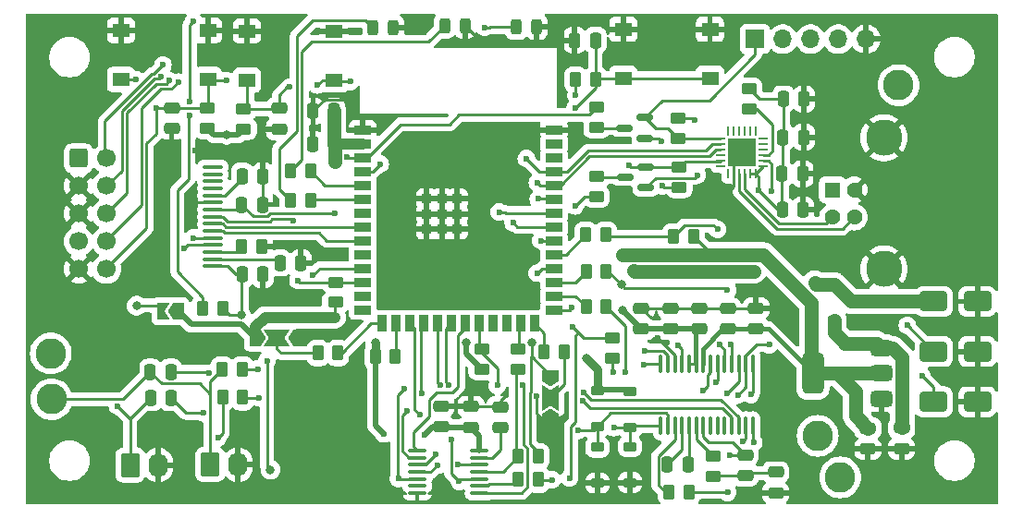
<source format=gbr>
G04 #@! TF.GenerationSoftware,KiCad,Pcbnew,8.0.5*
G04 #@! TF.CreationDate,2024-11-12T20:07:36-06:00*
G04 #@! TF.ProjectId,MonitoringSystem_PCB,4d6f6e69-746f-4726-996e-675379737465,rev?*
G04 #@! TF.SameCoordinates,Original*
G04 #@! TF.FileFunction,Copper,L1,Top*
G04 #@! TF.FilePolarity,Positive*
%FSLAX46Y46*%
G04 Gerber Fmt 4.6, Leading zero omitted, Abs format (unit mm)*
G04 Created by KiCad (PCBNEW 8.0.5) date 2024-11-12 20:07:36*
%MOMM*%
%LPD*%
G01*
G04 APERTURE LIST*
G04 Aperture macros list*
%AMRoundRect*
0 Rectangle with rounded corners*
0 $1 Rounding radius*
0 $2 $3 $4 $5 $6 $7 $8 $9 X,Y pos of 4 corners*
0 Add a 4 corners polygon primitive as box body*
4,1,4,$2,$3,$4,$5,$6,$7,$8,$9,$2,$3,0*
0 Add four circle primitives for the rounded corners*
1,1,$1+$1,$2,$3*
1,1,$1+$1,$4,$5*
1,1,$1+$1,$6,$7*
1,1,$1+$1,$8,$9*
0 Add four rect primitives between the rounded corners*
20,1,$1+$1,$2,$3,$4,$5,0*
20,1,$1+$1,$4,$5,$6,$7,0*
20,1,$1+$1,$6,$7,$8,$9,0*
20,1,$1+$1,$8,$9,$2,$3,0*%
%AMFreePoly0*
4,1,6,1.000000,0.000000,0.500000,-0.750000,-0.500000,-0.750000,-0.500000,0.750000,0.500000,0.750000,1.000000,0.000000,1.000000,0.000000,$1*%
%AMFreePoly1*
4,1,7,0.700000,0.000000,1.200000,-0.750000,-1.200000,-0.750000,-0.700000,0.000000,-1.200000,0.750000,1.200000,0.750000,0.700000,0.000000,0.700000,0.000000,$1*%
%AMFreePoly2*
4,1,6,0.500000,-0.750000,-0.650000,-0.750000,-0.150000,0.000000,-0.650000,0.750000,0.500000,0.750000,0.500000,-0.750000,0.500000,-0.750000,$1*%
G04 Aperture macros list end*
G04 #@! TA.AperFunction,SMDPad,CuDef*
%ADD10RoundRect,0.250000X-0.262500X-0.450000X0.262500X-0.450000X0.262500X0.450000X-0.262500X0.450000X0*%
G04 #@! TD*
G04 #@! TA.AperFunction,SMDPad,CuDef*
%ADD11RoundRect,0.250000X-0.450000X0.262500X-0.450000X-0.262500X0.450000X-0.262500X0.450000X0.262500X0*%
G04 #@! TD*
G04 #@! TA.AperFunction,ComponentPad*
%ADD12RoundRect,0.250000X-0.620000X-0.845000X0.620000X-0.845000X0.620000X0.845000X-0.620000X0.845000X0*%
G04 #@! TD*
G04 #@! TA.AperFunction,ComponentPad*
%ADD13O,1.740000X2.190000*%
G04 #@! TD*
G04 #@! TA.AperFunction,SMDPad,CuDef*
%ADD14RoundRect,0.250000X0.262500X0.450000X-0.262500X0.450000X-0.262500X-0.450000X0.262500X-0.450000X0*%
G04 #@! TD*
G04 #@! TA.AperFunction,SMDPad,CuDef*
%ADD15RoundRect,0.225000X-0.375000X0.225000X-0.375000X-0.225000X0.375000X-0.225000X0.375000X0.225000X0*%
G04 #@! TD*
G04 #@! TA.AperFunction,SMDPad,CuDef*
%ADD16RoundRect,0.250000X-0.250000X-0.475000X0.250000X-0.475000X0.250000X0.475000X-0.250000X0.475000X0*%
G04 #@! TD*
G04 #@! TA.AperFunction,SMDPad,CuDef*
%ADD17RoundRect,0.250000X-0.475000X0.250000X-0.475000X-0.250000X0.475000X-0.250000X0.475000X0.250000X0*%
G04 #@! TD*
G04 #@! TA.AperFunction,SMDPad,CuDef*
%ADD18RoundRect,0.250000X0.250000X0.475000X-0.250000X0.475000X-0.250000X-0.475000X0.250000X-0.475000X0*%
G04 #@! TD*
G04 #@! TA.AperFunction,SMDPad,CuDef*
%ADD19RoundRect,0.250000X0.450000X-0.262500X0.450000X0.262500X-0.450000X0.262500X-0.450000X-0.262500X0*%
G04 #@! TD*
G04 #@! TA.AperFunction,SMDPad,CuDef*
%ADD20FreePoly0,270.000000*%
G04 #@! TD*
G04 #@! TA.AperFunction,SMDPad,CuDef*
%ADD21FreePoly1,90.000000*%
G04 #@! TD*
G04 #@! TA.AperFunction,SMDPad,CuDef*
%ADD22FreePoly0,90.000000*%
G04 #@! TD*
G04 #@! TA.AperFunction,SMDPad,CuDef*
%ADD23R,1.550000X1.300000*%
G04 #@! TD*
G04 #@! TA.AperFunction,ComponentPad*
%ADD24RoundRect,0.250000X-0.600000X-0.600000X0.600000X-0.600000X0.600000X0.600000X-0.600000X0.600000X0*%
G04 #@! TD*
G04 #@! TA.AperFunction,ComponentPad*
%ADD25C,1.700000*%
G04 #@! TD*
G04 #@! TA.AperFunction,SMDPad,CuDef*
%ADD26RoundRect,0.150000X0.587500X0.150000X-0.587500X0.150000X-0.587500X-0.150000X0.587500X-0.150000X0*%
G04 #@! TD*
G04 #@! TA.AperFunction,SMDPad,CuDef*
%ADD27RoundRect,0.375000X0.625000X0.375000X-0.625000X0.375000X-0.625000X-0.375000X0.625000X-0.375000X0*%
G04 #@! TD*
G04 #@! TA.AperFunction,SMDPad,CuDef*
%ADD28RoundRect,0.500000X0.500000X1.400000X-0.500000X1.400000X-0.500000X-1.400000X0.500000X-1.400000X0*%
G04 #@! TD*
G04 #@! TA.AperFunction,ComponentPad*
%ADD29C,2.800000*%
G04 #@! TD*
G04 #@! TA.AperFunction,SMDPad,CuDef*
%ADD30RoundRect,0.250000X0.475000X-0.250000X0.475000X0.250000X-0.475000X0.250000X-0.475000X-0.250000X0*%
G04 #@! TD*
G04 #@! TA.AperFunction,SMDPad,CuDef*
%ADD31RoundRect,0.250000X-1.000000X-0.650000X1.000000X-0.650000X1.000000X0.650000X-1.000000X0.650000X0*%
G04 #@! TD*
G04 #@! TA.AperFunction,ComponentPad*
%ADD32R,1.700000X1.700000*%
G04 #@! TD*
G04 #@! TA.AperFunction,ComponentPad*
%ADD33O,1.700000X1.700000*%
G04 #@! TD*
G04 #@! TA.AperFunction,SMDPad,CuDef*
%ADD34RoundRect,0.243750X0.243750X0.456250X-0.243750X0.456250X-0.243750X-0.456250X0.243750X-0.456250X0*%
G04 #@! TD*
G04 #@! TA.AperFunction,SMDPad,CuDef*
%ADD35O,1.699999X0.349999*%
G04 #@! TD*
G04 #@! TA.AperFunction,SMDPad,CuDef*
%ADD36FreePoly0,0.000000*%
G04 #@! TD*
G04 #@! TA.AperFunction,SMDPad,CuDef*
%ADD37FreePoly1,180.000000*%
G04 #@! TD*
G04 #@! TA.AperFunction,SMDPad,CuDef*
%ADD38FreePoly0,180.000000*%
G04 #@! TD*
G04 #@! TA.AperFunction,SMDPad,CuDef*
%ADD39O,0.349999X1.699999*%
G04 #@! TD*
G04 #@! TA.AperFunction,SMDPad,CuDef*
%ADD40FreePoly2,180.000000*%
G04 #@! TD*
G04 #@! TA.AperFunction,SMDPad,CuDef*
%ADD41R,1.498600X0.812800*%
G04 #@! TD*
G04 #@! TA.AperFunction,SMDPad,CuDef*
%ADD42R,0.812800X1.498600*%
G04 #@! TD*
G04 #@! TA.AperFunction,SMDPad,CuDef*
%ADD43R,0.889000X0.889000*%
G04 #@! TD*
G04 #@! TA.AperFunction,SMDPad,CuDef*
%ADD44RoundRect,0.075000X-0.825000X-0.075000X0.825000X-0.075000X0.825000X0.075000X-0.825000X0.075000X0*%
G04 #@! TD*
G04 #@! TA.AperFunction,HeatsinkPad*
%ADD45R,2.600000X2.600000*%
G04 #@! TD*
G04 #@! TA.AperFunction,SMDPad,CuDef*
%ADD46RoundRect,0.062500X0.350000X-0.062500X0.350000X0.062500X-0.350000X0.062500X-0.350000X-0.062500X0*%
G04 #@! TD*
G04 #@! TA.AperFunction,SMDPad,CuDef*
%ADD47RoundRect,0.062500X0.062500X-0.350000X0.062500X0.350000X-0.062500X0.350000X-0.062500X-0.350000X0*%
G04 #@! TD*
G04 #@! TA.AperFunction,ComponentPad*
%ADD48R,1.428000X1.428000*%
G04 #@! TD*
G04 #@! TA.AperFunction,ComponentPad*
%ADD49C,1.428000*%
G04 #@! TD*
G04 #@! TA.AperFunction,ComponentPad*
%ADD50C,3.316000*%
G04 #@! TD*
G04 #@! TA.AperFunction,SMDPad,CuDef*
%ADD51RoundRect,0.225000X0.375000X-0.225000X0.375000X0.225000X-0.375000X0.225000X-0.375000X-0.225000X0*%
G04 #@! TD*
G04 #@! TA.AperFunction,ViaPad*
%ADD52C,0.600000*%
G04 #@! TD*
G04 #@! TA.AperFunction,ViaPad*
%ADD53C,0.800000*%
G04 #@! TD*
G04 #@! TA.AperFunction,Conductor*
%ADD54C,0.254000*%
G04 #@! TD*
G04 #@! TA.AperFunction,Conductor*
%ADD55C,1.270000*%
G04 #@! TD*
G04 #@! TA.AperFunction,Conductor*
%ADD56C,0.508000*%
G04 #@! TD*
G04 #@! TA.AperFunction,Conductor*
%ADD57C,0.762000*%
G04 #@! TD*
G04 #@! TA.AperFunction,Conductor*
%ADD58C,0.381000*%
G04 #@! TD*
G04 #@! TA.AperFunction,Conductor*
%ADD59C,0.250000*%
G04 #@! TD*
G04 #@! TA.AperFunction,Conductor*
%ADD60C,1.016000*%
G04 #@! TD*
G04 APERTURE END LIST*
D10*
X157884500Y-122732800D03*
X156059500Y-122732800D03*
D11*
X164719000Y-109780700D03*
X164719000Y-111605700D03*
D10*
X164112500Y-103630000D03*
X162287500Y-103630000D03*
D11*
X156083000Y-110796700D03*
X156083000Y-112621700D03*
D10*
X162257500Y-100280000D03*
X164082500Y-100280000D03*
X162297500Y-106900000D03*
X164122500Y-106900000D03*
D12*
X127880000Y-121360000D03*
D13*
X130420000Y-121360000D03*
D12*
X120570000Y-121400000D03*
D13*
X123110000Y-121400000D03*
D14*
X128987500Y-112650000D03*
X130812500Y-112650000D03*
X130852500Y-115190000D03*
X129027500Y-115190000D03*
D15*
X163322000Y-119762000D03*
X163322000Y-123062000D03*
X163319200Y-114581200D03*
X163319200Y-117881200D03*
X166319200Y-114631200D03*
X166319200Y-117931200D03*
X166302000Y-119702000D03*
X166302000Y-123002000D03*
D16*
X122410000Y-115240000D03*
X124310000Y-115240000D03*
X122400000Y-112880000D03*
X124300000Y-112880000D03*
D17*
X191175000Y-118000000D03*
X191175000Y-119900000D03*
D18*
X163150000Y-82450000D03*
X161250000Y-82450000D03*
D19*
X177200000Y-88712500D03*
X177200000Y-86887500D03*
D20*
X159037500Y-113220000D03*
D21*
X159037500Y-115220000D03*
D22*
X159037500Y-117220000D03*
D23*
X119725000Y-81550000D03*
X127675000Y-81550000D03*
X119725000Y-86050000D03*
X127675000Y-86050000D03*
D16*
X180355200Y-87833200D03*
X182255200Y-87833200D03*
D19*
X152730000Y-112612500D03*
X152730000Y-110787500D03*
D16*
X180202800Y-94691200D03*
X182102800Y-94691200D03*
D19*
X173943999Y-120596501D03*
X173943999Y-122421501D03*
D24*
X115850000Y-93275000D03*
D25*
X118390000Y-93275000D03*
X115850000Y-95815000D03*
X118390000Y-95815000D03*
X115850000Y-98355000D03*
X118390000Y-98355000D03*
X115850000Y-100895000D03*
X118390000Y-100895000D03*
X115850000Y-103435000D03*
X118390000Y-103435000D03*
D26*
X167767000Y-95946000D03*
X167767000Y-94046000D03*
X165892000Y-94996000D03*
D16*
X130749000Y-97536000D03*
X132649000Y-97536000D03*
D10*
X161337500Y-86050000D03*
X163162500Y-86050000D03*
X158467500Y-110980000D03*
X160292500Y-110980000D03*
D27*
X189350000Y-115300000D03*
X189350000Y-113000000D03*
D28*
X183050000Y-113000000D03*
D27*
X189350000Y-110700000D03*
D29*
X185547000Y-122529600D03*
D30*
X167343999Y-108935001D03*
X167343999Y-107035001D03*
D10*
X156084900Y-120599200D03*
X157909900Y-120599200D03*
D14*
X144828900Y-111480600D03*
X143003900Y-111480600D03*
D31*
X194100000Y-106400000D03*
X198100000Y-106400000D03*
D16*
X180304400Y-91338400D03*
X182204400Y-91338400D03*
D30*
X149010000Y-116010000D03*
X149010000Y-117910000D03*
D32*
X177750000Y-82350000D03*
D33*
X180290000Y-82350000D03*
X182830000Y-82350000D03*
X185370000Y-82350000D03*
X187910000Y-82350000D03*
D34*
X151212500Y-81100000D03*
X149337500Y-81100000D03*
D35*
X152539999Y-120069999D03*
X152539999Y-120720000D03*
X152539999Y-121369999D03*
X152539999Y-122020000D03*
X152539999Y-122669999D03*
X152539999Y-123320000D03*
X152539999Y-123969999D03*
X146840001Y-123969999D03*
X146840001Y-123320000D03*
X146840001Y-122669999D03*
X146840001Y-122020000D03*
X146840001Y-121369999D03*
X146840001Y-120720000D03*
X146840001Y-120069999D03*
D36*
X131985000Y-109728000D03*
D37*
X133985000Y-109728000D03*
D38*
X135985000Y-109728000D03*
D14*
X129012500Y-107025000D03*
X127187500Y-107025000D03*
X137087500Y-94450000D03*
X135262500Y-94450000D03*
D11*
X139344400Y-104649900D03*
X139344400Y-106474900D03*
X163250000Y-94972500D03*
X163250000Y-96797500D03*
D29*
X183489600Y-118719600D03*
D39*
X169119999Y-117820000D03*
X169770000Y-117820000D03*
X170419999Y-117820000D03*
X171070000Y-117820000D03*
X171719998Y-117820000D03*
X172370000Y-117820000D03*
X173019998Y-117820000D03*
X173670000Y-117820000D03*
X174319998Y-117820000D03*
X174970000Y-117820000D03*
X175619998Y-117820000D03*
X176269999Y-117820000D03*
X176919998Y-117820000D03*
X177569999Y-117820000D03*
X177569999Y-112120002D03*
X176919998Y-112120002D03*
X176269999Y-112120002D03*
X175619998Y-112120002D03*
X174970000Y-112120002D03*
X174319998Y-112120002D03*
X173670000Y-112120002D03*
X173019998Y-112120002D03*
X172370000Y-112120002D03*
X171719998Y-112120002D03*
X171070000Y-112120002D03*
X170419999Y-112120002D03*
X169770000Y-112120002D03*
X169119999Y-112120002D03*
D19*
X130950000Y-90575000D03*
X130950000Y-88750000D03*
D38*
X124968000Y-107289600D03*
D40*
X123518000Y-107289600D03*
D23*
X131250000Y-81600000D03*
X139200000Y-81600000D03*
X131250000Y-86100000D03*
X139200000Y-86100000D03*
D41*
X141850000Y-90665000D03*
X141850000Y-91935000D03*
X141850000Y-93205000D03*
X141850000Y-94475000D03*
X141850000Y-95745000D03*
X141850000Y-97015000D03*
X141850000Y-98285000D03*
X141850000Y-99555000D03*
X141850000Y-100825000D03*
X141850000Y-102095000D03*
X141850000Y-103365000D03*
X141850000Y-104635000D03*
X141850000Y-105905000D03*
X141850000Y-107175000D03*
D42*
X143615000Y-108425000D03*
X144885000Y-108425000D03*
X146155000Y-108425000D03*
X147425000Y-108425000D03*
X148695000Y-108425000D03*
X149965000Y-108425000D03*
X151235000Y-108425000D03*
X152505000Y-108425000D03*
X153775000Y-108425000D03*
X155045000Y-108425000D03*
X156315000Y-108425000D03*
X157585000Y-108425000D03*
D41*
X159350000Y-107175000D03*
X159350000Y-105905000D03*
X159350000Y-104635000D03*
X159350000Y-103365000D03*
X159350000Y-102095000D03*
X159350000Y-100825000D03*
X159350000Y-99555000D03*
X159350000Y-98285000D03*
X159350000Y-97015000D03*
X159350000Y-95745000D03*
X159350000Y-94475000D03*
X159350000Y-93205000D03*
X159350000Y-91935000D03*
X159350000Y-90665000D03*
D43*
X149100000Y-98385000D03*
X147700000Y-96985000D03*
X147700000Y-98385000D03*
X147700000Y-99785000D03*
X149100000Y-99785000D03*
X150500000Y-99785000D03*
X150500000Y-98385000D03*
X150500000Y-96985000D03*
X149100000Y-96985000D03*
D14*
X137062500Y-97150000D03*
X135237500Y-97150000D03*
D16*
X130800000Y-103925000D03*
X132700000Y-103925000D03*
D18*
X139200000Y-88950000D03*
X137300000Y-88950000D03*
D34*
X144662500Y-81325000D03*
X142787500Y-81325000D03*
D44*
X128125000Y-94075000D03*
X128125000Y-94725000D03*
X128125000Y-95375000D03*
X128125000Y-96025000D03*
X128125000Y-96675000D03*
X128125000Y-97325000D03*
X128125000Y-97975000D03*
X128125000Y-98625000D03*
X128125000Y-99275000D03*
X128125000Y-99925000D03*
X128125000Y-100575000D03*
X128125000Y-101225000D03*
X128125000Y-101875000D03*
X128125000Y-102525000D03*
X128125000Y-103175000D03*
D10*
X170283500Y-100457000D03*
X172108500Y-100457000D03*
D26*
X167688500Y-91440000D03*
X167688500Y-89540000D03*
X165813500Y-90490000D03*
D14*
X139573000Y-111125000D03*
X137748000Y-111125000D03*
D17*
X179643999Y-123959001D03*
X179643999Y-122059001D03*
D29*
X190881000Y-86563200D03*
D30*
X151750000Y-116050000D03*
X151750000Y-117950000D03*
X176843999Y-120459001D03*
X176843999Y-122359001D03*
D31*
X194100000Y-111000000D03*
X198100000Y-111000000D03*
D30*
X170043999Y-107035001D03*
X170043999Y-108935001D03*
D18*
X139175000Y-92000000D03*
X137275000Y-92000000D03*
D30*
X154410000Y-116090000D03*
X154410000Y-117990000D03*
D29*
X113370000Y-115370000D03*
D16*
X180250000Y-98000000D03*
X182150000Y-98000000D03*
D11*
X170815000Y-94083500D03*
X170815000Y-95908500D03*
D23*
X165675000Y-81450000D03*
X173625000Y-81450000D03*
X165675000Y-85950000D03*
X173625000Y-85950000D03*
D30*
X172643999Y-107035001D03*
X172643999Y-108935001D03*
D45*
X176562500Y-92750000D03*
D46*
X174625000Y-94000000D03*
X174625000Y-93500000D03*
X174625000Y-93000000D03*
X174625000Y-92500000D03*
X174625000Y-92000000D03*
X174625000Y-91500000D03*
D47*
X175312500Y-90812500D03*
X175812500Y-90812500D03*
X176312500Y-90812500D03*
X176812500Y-90812500D03*
X177312500Y-90812500D03*
X177812500Y-90812500D03*
D46*
X178500000Y-91500000D03*
X178500000Y-92000000D03*
X178500000Y-92500000D03*
X178500000Y-93000000D03*
X178500000Y-93500000D03*
X178500000Y-94000000D03*
D47*
X177812500Y-94687500D03*
X177312500Y-94687500D03*
X176812500Y-94687500D03*
X176312500Y-94687500D03*
X175812500Y-94687500D03*
X175312500Y-94687500D03*
D18*
X169727999Y-121309001D03*
X171627999Y-121309001D03*
D17*
X134200000Y-88700000D03*
X134200000Y-90600000D03*
D31*
X194100000Y-115600000D03*
X198100000Y-115600000D03*
D17*
X188075000Y-118025000D03*
X188075000Y-119925000D03*
D30*
X175243999Y-107035001D03*
X175243999Y-108935001D03*
D17*
X124350000Y-88650000D03*
X124350000Y-90550000D03*
D16*
X130800000Y-94900000D03*
X132700000Y-94900000D03*
D19*
X127600000Y-90512500D03*
X127600000Y-88687500D03*
D29*
X113290000Y-111170000D03*
D30*
X177843999Y-107035001D03*
X177843999Y-108935001D03*
D34*
X157787500Y-81225000D03*
X155912500Y-81225000D03*
D19*
X163250000Y-90447500D03*
X163250000Y-88622500D03*
D16*
X134279600Y-102870000D03*
X136179600Y-102870000D03*
D14*
X132586100Y-101346000D03*
X130761100Y-101346000D03*
D48*
X184835800Y-96164400D03*
D49*
X184835800Y-98664400D03*
X186835800Y-98664400D03*
X186835800Y-96164400D03*
D50*
X189545800Y-103434400D03*
X189545800Y-91394400D03*
D10*
X171717499Y-123860001D03*
X169892499Y-123860001D03*
D51*
X185000000Y-108150000D03*
X185000000Y-104850000D03*
D19*
X170688000Y-91463500D03*
X170688000Y-89638500D03*
D52*
X137566400Y-106019600D03*
D53*
X157284208Y-110129995D03*
D52*
X126085600Y-97358200D03*
X137337800Y-101447600D03*
X179044600Y-110363000D03*
X168732200Y-107899200D03*
X168808400Y-109778800D03*
X157782500Y-115062000D03*
X154914600Y-115011200D03*
X154178000Y-114101400D03*
X156481400Y-114101400D03*
X159791400Y-121716800D03*
X160756600Y-122580400D03*
X159156400Y-122758200D03*
X143789400Y-118541800D03*
X147497800Y-118673600D03*
D53*
X162286900Y-111604400D03*
X177266600Y-102110000D03*
X165658800Y-107238800D03*
X143002000Y-110134400D03*
X151298200Y-110134400D03*
D52*
X119405400Y-115997000D03*
X149977600Y-119035600D03*
X164820600Y-117957600D03*
X150672800Y-122885200D03*
X125509400Y-101549200D03*
X126377537Y-100575000D03*
X150587801Y-121369999D03*
X145618200Y-114376200D03*
X170713400Y-110388400D03*
X145110200Y-122631200D03*
D53*
X133400800Y-121818400D03*
D52*
X133070600Y-111836200D03*
X137254650Y-104022900D03*
X148671791Y-121434243D03*
X177633883Y-119290609D03*
X148513800Y-120446800D03*
X176636166Y-119223034D03*
X149733000Y-114101400D03*
X162102800Y-114706400D03*
X148908200Y-114106855D03*
X161972609Y-115508201D03*
X147066000Y-116814600D03*
X177368200Y-114935000D03*
X145888677Y-116434513D03*
X176175030Y-114965564D03*
X147238900Y-114832257D03*
X132232400Y-112598200D03*
X167662544Y-110926944D03*
X132308600Y-115214400D03*
X167538400Y-112242600D03*
X175183800Y-114833400D03*
X175225000Y-105384600D03*
X175526857Y-110342224D03*
X174320200Y-99796600D03*
X174510869Y-110350469D03*
X165849064Y-112903330D03*
X174132800Y-113842800D03*
X157810200Y-103809800D03*
X161340800Y-87477600D03*
X161017000Y-108762800D03*
X164795200Y-112877600D03*
D53*
X165500000Y-104825000D03*
D52*
X127782059Y-112968729D03*
X161518600Y-118219600D03*
X127253000Y-116613000D03*
X128607000Y-118872000D03*
X172974000Y-114544400D03*
D53*
X166680000Y-103590000D03*
X177650000Y-103620000D03*
X165630000Y-102110000D03*
D52*
X141175000Y-81600000D03*
X153625000Y-90550000D03*
X123215400Y-102158800D03*
X126530000Y-92530000D03*
X129525000Y-82775000D03*
X153225000Y-82450000D03*
X146725000Y-81600000D03*
X174777400Y-96875600D03*
X140750000Y-88400000D03*
X179269244Y-96312844D03*
D53*
X130708400Y-107645200D03*
X185928000Y-110185200D03*
D52*
X139293600Y-98350000D03*
X178104800Y-96215200D03*
D53*
X129379800Y-91120200D03*
X139293600Y-107848400D03*
X139293600Y-93600000D03*
D52*
X140428600Y-93125000D03*
X129400000Y-86150000D03*
X122975000Y-88650000D03*
X121075000Y-86050000D03*
X161290000Y-97637600D03*
X160981644Y-106993356D03*
X161290000Y-88646000D03*
X175243999Y-123909001D03*
X175443999Y-120509001D03*
X193025000Y-113200000D03*
X191700000Y-108600000D03*
X135150000Y-86750000D03*
X140700000Y-86225000D03*
X143450000Y-93800000D03*
X137705856Y-86555856D03*
D53*
X121158000Y-106781600D03*
D52*
X123363166Y-85798546D03*
X158150000Y-100825000D03*
X123550000Y-84725000D03*
X157925000Y-97000000D03*
X155625000Y-99200000D03*
X124157887Y-86150000D03*
X124946006Y-86287377D03*
X154325000Y-98200000D03*
X135509000Y-98958526D03*
X135915400Y-104470200D03*
X169291000Y-95796000D03*
X169164000Y-91694000D03*
D53*
X183200000Y-104700000D03*
D52*
X172212000Y-89789000D03*
X172466000Y-94810000D03*
X126000000Y-88060500D03*
X126350000Y-80700000D03*
X125975000Y-89314500D03*
X153025000Y-81275000D03*
X157825000Y-95500000D03*
X156825000Y-93300000D03*
X166225000Y-93875000D03*
X137363200Y-109397800D03*
D54*
X172108500Y-100457000D02*
X172184600Y-100457000D01*
D55*
X173837600Y-102110000D02*
X165630000Y-102110000D01*
X177266600Y-102110000D02*
X173837600Y-102110000D01*
D54*
X172184600Y-100457000D02*
X173837600Y-102110000D01*
X157155500Y-119492319D02*
X157909900Y-120246719D01*
X157155500Y-114802288D02*
X157155500Y-119492319D01*
X157909900Y-120246719D02*
X157909900Y-120599200D01*
X157276800Y-111474116D02*
X157276800Y-114680988D01*
X157276800Y-114680988D02*
X157155500Y-114802288D01*
X157284208Y-111466708D02*
X157276800Y-111474116D01*
X157284208Y-111466708D02*
X157284208Y-110129995D01*
X159037500Y-113220000D02*
X157284208Y-111466708D01*
X156357729Y-123969999D02*
X152539999Y-123969999D01*
X156924400Y-119903272D02*
X156924400Y-123403328D01*
X156540200Y-119519072D02*
X156924400Y-119903272D01*
X156540200Y-114160200D02*
X156540200Y-119519072D01*
X156924400Y-123403328D02*
X156357729Y-123969999D01*
X156481400Y-114101400D02*
X156540200Y-114160200D01*
X155854400Y-120368700D02*
X155854400Y-112850300D01*
X155854400Y-112850300D02*
X156083000Y-112621700D01*
X156084900Y-120599200D02*
X155854400Y-120368700D01*
X157782500Y-116720000D02*
X158282500Y-117220000D01*
X157782500Y-115062000D02*
X157782500Y-116720000D01*
X158282500Y-117220000D02*
X159037500Y-117220000D01*
X137912550Y-103365000D02*
X141850000Y-103365000D01*
X137254650Y-104022900D02*
X137912550Y-103365000D01*
X126118800Y-97325000D02*
X126085600Y-97358200D01*
X128125000Y-97325000D02*
X126118800Y-97325000D01*
X124882400Y-96173800D02*
X125903000Y-95153200D01*
X125903000Y-89386500D02*
X125975000Y-89314500D01*
X124882400Y-103682400D02*
X124882400Y-96173800D01*
X127187500Y-105987500D02*
X124882400Y-103682400D01*
X127187500Y-107025000D02*
X127187500Y-105987500D01*
X125903000Y-95153200D02*
X125903000Y-89386500D01*
X124350000Y-90550000D02*
X124350000Y-92803200D01*
X177923000Y-110363000D02*
X179044600Y-110363000D01*
X176919998Y-111366002D02*
X177923000Y-110363000D01*
X176919998Y-112120002D02*
X176919998Y-111366002D01*
X168840852Y-109778800D02*
X170419999Y-111357947D01*
X168808400Y-109778800D02*
X168840852Y-109778800D01*
X170419999Y-111357947D02*
X170419999Y-112120002D01*
X168208198Y-107899200D02*
X167343999Y-107035001D01*
X168732200Y-107899200D02*
X168208198Y-107899200D01*
X169346944Y-110926944D02*
X169770000Y-111350000D01*
X167662544Y-110926944D02*
X169346944Y-110926944D01*
X169770000Y-111350000D02*
X169770000Y-112120002D01*
X154410000Y-115515800D02*
X154914600Y-115011200D01*
X154410000Y-116090000D02*
X154410000Y-115515800D01*
X152730000Y-111077072D02*
X152730000Y-110787500D01*
X154178000Y-112525072D02*
X152730000Y-111077072D01*
X154178000Y-114101400D02*
X154178000Y-112525072D01*
X156108400Y-110771300D02*
X156108400Y-108631600D01*
X156083000Y-110796700D02*
X156108400Y-110771300D01*
X156108400Y-108631600D02*
X156315000Y-108425000D01*
X157909900Y-122758200D02*
X157884500Y-122732800D01*
X159156400Y-122758200D02*
X157909900Y-122758200D01*
X160883600Y-122453400D02*
X160756600Y-122580400D01*
X160883600Y-119733700D02*
X160883600Y-122453400D01*
D56*
X143789400Y-118541800D02*
X143003900Y-117756300D01*
X143003900Y-117756300D02*
X143003900Y-111480600D01*
X148261400Y-117910000D02*
X147497800Y-118673600D01*
X149010000Y-117910000D02*
X148261400Y-117910000D01*
D54*
X150571200Y-109501300D02*
X151235000Y-108837500D01*
X147958000Y-115424343D02*
X148625143Y-114757200D01*
X151235000Y-108837500D02*
X151235000Y-108425000D01*
X147958000Y-116938600D02*
X147958000Y-115424343D01*
X148625143Y-114757200D02*
X150012400Y-114757200D01*
X146481800Y-118414800D02*
X147958000Y-116938600D01*
X150571200Y-114198400D02*
X150571200Y-109501300D01*
X146481800Y-119711798D02*
X146481800Y-118414800D01*
X150012400Y-114757200D02*
X150571200Y-114198400D01*
X146840001Y-120069999D02*
X146481800Y-119711798D01*
X154370000Y-116050000D02*
X154410000Y-116090000D01*
X151750000Y-116050000D02*
X154370000Y-116050000D01*
X151710000Y-116010000D02*
X151750000Y-116050000D01*
X149010000Y-116010000D02*
X151710000Y-116010000D01*
X147193000Y-108657000D02*
X147425000Y-108425000D01*
X147193000Y-114786357D02*
X147193000Y-108657000D01*
X147238900Y-114832257D02*
X147193000Y-114786357D01*
X148695000Y-113893655D02*
X148695000Y-108425000D01*
X148908200Y-114106855D02*
X148695000Y-113893655D01*
X149479000Y-108911000D02*
X149965000Y-108425000D01*
X149733000Y-114101400D02*
X149479000Y-113847400D01*
X149479000Y-113847400D02*
X149479000Y-108911000D01*
X159037500Y-115220000D02*
X160292500Y-113965000D01*
X160292500Y-113965000D02*
X160292500Y-110980000D01*
X161345609Y-109519991D02*
X161559900Y-109305700D01*
X160883600Y-117881400D02*
X161345609Y-117419391D01*
X160883600Y-119733700D02*
X160883600Y-117881400D01*
X161345609Y-117419391D02*
X161345609Y-109519991D01*
X175619998Y-117066000D02*
X175619998Y-117820000D01*
X174742998Y-116189000D02*
X175619998Y-117066000D01*
X162653408Y-116189000D02*
X174742998Y-116189000D01*
X161972609Y-115508201D02*
X162653408Y-116189000D01*
X176269999Y-117066000D02*
X176269999Y-117820000D01*
X174612199Y-115408200D02*
X176269999Y-117066000D01*
X162759320Y-115408200D02*
X174612199Y-115408200D01*
X162102800Y-114751680D02*
X162759320Y-115408200D01*
X162102800Y-114706400D02*
X162102800Y-114751680D01*
D57*
X163319200Y-112636700D02*
X162286900Y-111604400D01*
X163319200Y-114581200D02*
X163319200Y-112636700D01*
D55*
X178500000Y-102110000D02*
X177266600Y-102110000D01*
D56*
X167343999Y-108923999D02*
X165658800Y-107238800D01*
X167343999Y-108935001D02*
X167343999Y-108923999D01*
D58*
X177843999Y-108935001D02*
X178985001Y-108935001D01*
X178985001Y-108935001D02*
X183050000Y-113000000D01*
X175243999Y-108935001D02*
X177843999Y-108935001D01*
D57*
X143003900Y-111480600D02*
X143003900Y-110136300D01*
D54*
X144879700Y-111429800D02*
X144879700Y-108430300D01*
X144879700Y-108430300D02*
X144885000Y-108425000D01*
X144828900Y-111480600D02*
X144879700Y-111429800D01*
D57*
X143003900Y-110136300D02*
X143002000Y-110134400D01*
D56*
X151298200Y-111180700D02*
X151298200Y-110134400D01*
X152730000Y-112612500D02*
X151298200Y-111180700D01*
D54*
X120488400Y-117080000D02*
X119405400Y-115997000D01*
X120570000Y-117080000D02*
X120488400Y-117080000D01*
X119910000Y-115370000D02*
X113370000Y-115370000D01*
X122400000Y-112880000D02*
X119910000Y-115370000D01*
X149960801Y-122173201D02*
X150672800Y-122885200D01*
X149960801Y-121110287D02*
X149960801Y-122173201D01*
X149977600Y-119035600D02*
X149977600Y-121093488D01*
X149977600Y-121093488D02*
X149960801Y-121110287D01*
X164847000Y-117931200D02*
X164820600Y-117957600D01*
X166319200Y-117931200D02*
X164847000Y-117931200D01*
X161526600Y-118211600D02*
X162988800Y-118211600D01*
X161518600Y-118219600D02*
X161526600Y-118211600D01*
X162988800Y-118211600D02*
X163319200Y-117881200D01*
X150888001Y-122669999D02*
X150672800Y-122885200D01*
X152539999Y-122669999D02*
X150888001Y-122669999D01*
X125833600Y-101225000D02*
X125509400Y-101549200D01*
X128125000Y-101225000D02*
X125833600Y-101225000D01*
X127253000Y-116613000D02*
X125683000Y-116613000D01*
X125683000Y-116613000D02*
X124310000Y-115240000D01*
X127693330Y-112880000D02*
X124300000Y-112880000D01*
X127782059Y-112968729D02*
X127693330Y-112880000D01*
X126377537Y-100575000D02*
X128125000Y-100575000D01*
X150587801Y-121369999D02*
X152539999Y-121369999D01*
X129027500Y-118451500D02*
X129027500Y-115190000D01*
X128607000Y-118872000D02*
X129027500Y-118451500D01*
X153455733Y-123139200D02*
X153274933Y-123320000D01*
X156059500Y-122732800D02*
X155653100Y-123139200D01*
X155653100Y-123139200D02*
X153455733Y-123139200D01*
X153274933Y-123320000D02*
X152539999Y-123320000D01*
X154664100Y-122020000D02*
X152539999Y-122020000D01*
X156084900Y-120599200D02*
X154664100Y-122020000D01*
X146882801Y-122062800D02*
X146840001Y-122020000D01*
X148043234Y-122062800D02*
X146882801Y-122062800D01*
X148671791Y-121434243D02*
X148043234Y-122062800D01*
X148513800Y-120446800D02*
X147590601Y-121369999D01*
X147590601Y-121369999D02*
X146840001Y-121369999D01*
X152505000Y-108425000D02*
X152505000Y-110562500D01*
X152505000Y-110562500D02*
X152730000Y-110787500D01*
X145011800Y-122532800D02*
X145110200Y-122631200D01*
X145011800Y-114982600D02*
X145011800Y-122532800D01*
X145618200Y-114376200D02*
X145011800Y-114982600D01*
X146105067Y-120720000D02*
X146840001Y-120720000D01*
X145465800Y-120080733D02*
X146105067Y-120720000D01*
X145465800Y-116857390D02*
X145465800Y-120080733D01*
X145888677Y-116434513D02*
X145465800Y-116857390D01*
X146611900Y-116360500D02*
X146611900Y-108881900D01*
X147066000Y-116814600D02*
X146611900Y-116360500D01*
X146611900Y-108881900D02*
X146155000Y-108425000D01*
X171070000Y-110745000D02*
X170713400Y-110388400D01*
X171070000Y-112120002D02*
X171070000Y-110745000D01*
X145148999Y-122669999D02*
X145110200Y-122631200D01*
X146840001Y-122669999D02*
X145148999Y-122669999D01*
X133070600Y-121488200D02*
X133400800Y-121818400D01*
X133070600Y-111836200D02*
X133070600Y-121488200D01*
X129024999Y-98625000D02*
X128125000Y-98625000D01*
X129441999Y-99042000D02*
X129024999Y-98625000D01*
X133332981Y-99042000D02*
X129441999Y-99042000D01*
X133568981Y-98806000D02*
X133332981Y-99042000D01*
X135356474Y-98806000D02*
X133568981Y-98806000D01*
X135509000Y-98958526D02*
X135356474Y-98806000D01*
X131801000Y-98588000D02*
X130749000Y-97536000D01*
X133144928Y-98588000D02*
X131801000Y-98588000D01*
X133401402Y-98331526D02*
X133144928Y-98588000D01*
X139293600Y-98350000D02*
X139275126Y-98331526D01*
X139275126Y-98331526D02*
X133401402Y-98331526D01*
X136095100Y-104649900D02*
X139344400Y-104649900D01*
X135915400Y-104470200D02*
X136095100Y-104649900D01*
X139293600Y-106525700D02*
X139293600Y-107848400D01*
X141850000Y-104635000D02*
X139359300Y-104635000D01*
X139359300Y-104635000D02*
X139344400Y-104649900D01*
X139344400Y-106474900D02*
X139293600Y-106525700D01*
X177569999Y-119226725D02*
X177633883Y-119290609D01*
X177569999Y-117820000D02*
X177569999Y-119226725D01*
X176919998Y-118939202D02*
X176919998Y-117820000D01*
X176636166Y-119223034D02*
X176919998Y-118939202D01*
X177569999Y-114733201D02*
X177368200Y-114935000D01*
X177569999Y-112120002D02*
X177569999Y-114733201D01*
X176919998Y-114220596D02*
X176919998Y-112120002D01*
X176175030Y-114965564D02*
X176919998Y-114220596D01*
X176269999Y-113747201D02*
X176269999Y-112120002D01*
X175183800Y-114833400D02*
X176269999Y-113747201D01*
X130864300Y-112598200D02*
X130812500Y-112650000D01*
X132232400Y-112598200D02*
X130864300Y-112598200D01*
X130876900Y-115214400D02*
X130852500Y-115190000D01*
X132308600Y-115214400D02*
X130876900Y-115214400D01*
X167660998Y-112120002D02*
X167538400Y-112242600D01*
X169119999Y-112120002D02*
X167660998Y-112120002D01*
X173670000Y-112854935D02*
X173670000Y-112120002D01*
X173405800Y-113119135D02*
X173670000Y-112854935D01*
X173405800Y-114112600D02*
X173405800Y-113119135D01*
X172974000Y-114544400D02*
X173405800Y-114112600D01*
X165831000Y-105156000D02*
X165500000Y-104825000D01*
X175225000Y-105384600D02*
X174996400Y-105156000D01*
X174996400Y-105156000D02*
X165831000Y-105156000D01*
X175526857Y-110342224D02*
X175619998Y-110435365D01*
X175619998Y-110435365D02*
X175619998Y-112120002D01*
X174320200Y-99796600D02*
X173953600Y-99430000D01*
X173953600Y-99430000D02*
X171310500Y-99430000D01*
X171310500Y-99430000D02*
X170283500Y-100457000D01*
X174970000Y-110809600D02*
X174970000Y-112120002D01*
X174510869Y-110350469D02*
X174970000Y-110809600D01*
D58*
X174808399Y-108935001D02*
X175243999Y-108935001D01*
X173019998Y-110723402D02*
X174808399Y-108935001D01*
X173019998Y-112120002D02*
X173019998Y-110723402D01*
D54*
X164259500Y-100457000D02*
X164082500Y-100280000D01*
X170283500Y-100457000D02*
X164259500Y-100457000D01*
X165849064Y-108626564D02*
X164122500Y-106900000D01*
X165849064Y-112903330D02*
X165849064Y-108626564D01*
X174319998Y-112120002D02*
X174319998Y-113655602D01*
X174319998Y-113655602D02*
X174132800Y-113842800D01*
X164719000Y-112801400D02*
X164719000Y-111605700D01*
X164795200Y-112877600D02*
X164719000Y-112801400D01*
X164719000Y-109780700D02*
X162034900Y-109780700D01*
X162034900Y-109780700D02*
X161017000Y-108762800D01*
X158229600Y-103365000D02*
X159350000Y-103365000D01*
X157810200Y-103784400D02*
X158229600Y-103365000D01*
X157810200Y-103809800D02*
X157810200Y-103784400D01*
X161337500Y-87474300D02*
X161340800Y-87477600D01*
X161337500Y-86050000D02*
X161337500Y-87474300D01*
X163162500Y-86773500D02*
X163162500Y-86050000D01*
X161290000Y-88646000D02*
X163162500Y-86773500D01*
X164557400Y-116643000D02*
X169576600Y-116643000D01*
X169576600Y-116643000D02*
X169770000Y-116836400D01*
X169770000Y-116836400D02*
X169770000Y-117820000D01*
X163319200Y-117881200D02*
X164557400Y-116643000D01*
X163319200Y-117881200D02*
X163319200Y-119759200D01*
X163319200Y-119759200D02*
X163322000Y-119762000D01*
X166319200Y-117931200D02*
X166319200Y-119684800D01*
X166319200Y-119684800D02*
X166302000Y-119702000D01*
X166430400Y-117820000D02*
X166319200Y-117931200D01*
X169119999Y-117820000D02*
X166430400Y-117820000D01*
D56*
X166190000Y-114502000D02*
X163342000Y-114502000D01*
X166319200Y-114631200D02*
X166190000Y-114502000D01*
D54*
X166179500Y-117689500D02*
X166319200Y-117829200D01*
X164305000Y-103630000D02*
X165500000Y-104825000D01*
X164112500Y-103630000D02*
X164305000Y-103630000D01*
X126922000Y-113932000D02*
X127880000Y-114890000D01*
X123452000Y-113932000D02*
X126922000Y-113932000D01*
X122400000Y-112880000D02*
X123452000Y-113932000D01*
X127880000Y-114890000D02*
X127880000Y-113757500D01*
X127880000Y-121360000D02*
X127880000Y-114890000D01*
X120570000Y-117080000D02*
X122410000Y-115240000D01*
X120570000Y-121400000D02*
X120570000Y-117080000D01*
X127880000Y-113757500D02*
X128987500Y-112650000D01*
D55*
X166710000Y-103620000D02*
X166680000Y-103590000D01*
X177650000Y-103620000D02*
X166710000Y-103620000D01*
X182905000Y-106515000D02*
X178500000Y-102110000D01*
X182905000Y-112855000D02*
X182905000Y-106515000D01*
X183050000Y-113000000D02*
X182905000Y-112855000D01*
D59*
X170043999Y-107035001D02*
X167343999Y-107035001D01*
D54*
X154410000Y-119953999D02*
X154410000Y-117990000D01*
X153643999Y-120720000D02*
X154410000Y-119953999D01*
X152539999Y-120720000D02*
X153643999Y-120720000D01*
D56*
X152539999Y-120069999D02*
X152539999Y-118739999D01*
X152539999Y-118739999D02*
X151750000Y-117950000D01*
X151750000Y-117950000D02*
X149050000Y-117950000D01*
X150400000Y-117930000D02*
X149030000Y-117930000D01*
X149050000Y-117950000D02*
X149010000Y-117910000D01*
X149030000Y-117930000D02*
X149010000Y-117910000D01*
D59*
X161302500Y-105905000D02*
X159350000Y-105905000D01*
X162297500Y-106900000D02*
X161302500Y-105905000D01*
X161282500Y-104635000D02*
X159350000Y-104635000D01*
X162287500Y-103630000D02*
X161282500Y-104635000D01*
D54*
X160442500Y-102095000D02*
X162257500Y-100280000D01*
X159350000Y-102095000D02*
X160442500Y-102095000D01*
X158460000Y-109300000D02*
X157585000Y-108425000D01*
X158460000Y-110972500D02*
X158460000Y-109300000D01*
X158467500Y-110980000D02*
X158460000Y-110972500D01*
X142635000Y-108425000D02*
X139935000Y-111125000D01*
X143615000Y-108425000D02*
X142635000Y-108425000D01*
X139935000Y-111125000D02*
X139573000Y-111125000D01*
X152505000Y-110957500D02*
X152527500Y-110980000D01*
X132649000Y-94951000D02*
X132700000Y-94900000D01*
X151212500Y-81100000D02*
X152562500Y-82450000D01*
X137275000Y-92000000D02*
X137275000Y-88975000D01*
X175812500Y-94687500D02*
X175812500Y-93500000D01*
X134200000Y-90600000D02*
X132575000Y-90600000D01*
X146450000Y-81325000D02*
X146725000Y-81600000D01*
X138352000Y-87898000D02*
X137300000Y-88950000D01*
X132674400Y-103950600D02*
X132674400Y-104485400D01*
X132586100Y-101346000D02*
X133273800Y-101346000D01*
X174802800Y-96850200D02*
X174777400Y-96875600D01*
X132649000Y-97536000D02*
X132649000Y-94951000D01*
X132700000Y-103925000D02*
X132674400Y-103950600D01*
X144662500Y-81325000D02*
X146450000Y-81325000D01*
X137275000Y-88975000D02*
X137300000Y-88950000D01*
X140248000Y-87898000D02*
X138352000Y-87898000D01*
X175812500Y-93500000D02*
X176562500Y-92750000D01*
X174828200Y-96850200D02*
X174802800Y-96850200D01*
X175812500Y-94687500D02*
X175812500Y-95840500D01*
X175812500Y-95840500D02*
X174777400Y-96875600D01*
X152562500Y-82450000D02*
X153225000Y-82450000D01*
X189350000Y-115300000D02*
X189350000Y-116900000D01*
X140750000Y-88400000D02*
X140248000Y-87898000D01*
X178500000Y-93500000D02*
X178965068Y-93500000D01*
D55*
X191200000Y-111550000D02*
X191200000Y-117975000D01*
X189102000Y-110452000D02*
X189350000Y-110700000D01*
X185000000Y-109257200D02*
X185928000Y-110185200D01*
D54*
X130239400Y-103925000D02*
X130800000Y-103925000D01*
X130708400Y-107645200D02*
X130774400Y-107579200D01*
X130708400Y-107645200D02*
X129632700Y-107645200D01*
X130800000Y-103759200D02*
X130749000Y-103708200D01*
X130774400Y-107579200D02*
X130774400Y-103950600D01*
D55*
X185964800Y-110222000D02*
X185928000Y-110185200D01*
D54*
X130774400Y-103950600D02*
X130800000Y-103925000D01*
X128125000Y-103175000D02*
X129489400Y-103175000D01*
D55*
X185000000Y-108150000D02*
X185000000Y-109257200D01*
X189350000Y-110700000D02*
X188872000Y-110222000D01*
D54*
X178965068Y-93500000D02*
X179269244Y-93804176D01*
X171719998Y-112120002D02*
X172370000Y-112120002D01*
D55*
X188872000Y-110222000D02*
X185964800Y-110222000D01*
D54*
X129489400Y-103175000D02*
X130239400Y-103925000D01*
D55*
X190350000Y-110700000D02*
X191200000Y-111550000D01*
D54*
X179269244Y-93804176D02*
X179269244Y-96312844D01*
D55*
X191200000Y-117975000D02*
X191175000Y-118000000D01*
D54*
X130800000Y-103925000D02*
X130800000Y-103759200D01*
D55*
X189350000Y-110700000D02*
X190350000Y-110700000D01*
D54*
X129632700Y-107645200D02*
X129012500Y-107025000D01*
D56*
X129379800Y-91120200D02*
X128207700Y-91120200D01*
D54*
X180202800Y-97547200D02*
X180202800Y-94691200D01*
D60*
X131985000Y-109728000D02*
X131985000Y-108769802D01*
X131985000Y-108769802D02*
X132906402Y-107848400D01*
X141850000Y-91935000D02*
X139240000Y-91935000D01*
D56*
X130404800Y-91120200D02*
X130950000Y-90575000D01*
D54*
X180355200Y-91018400D02*
X180355200Y-87833200D01*
X179889600Y-98000000D02*
X178104800Y-96215200D01*
D56*
X130354661Y-108499200D02*
X130756200Y-108499200D01*
D55*
X139175000Y-88975000D02*
X139200000Y-88950000D01*
D54*
X180304400Y-94523600D02*
X180304400Y-91338400D01*
D55*
X186925000Y-116875000D02*
X186925000Y-114650000D01*
D54*
X178145700Y-87833200D02*
X177200000Y-86887500D01*
D55*
X185275000Y-113000000D02*
X186325000Y-113000000D01*
D59*
X177312500Y-94687500D02*
X177812500Y-94687500D01*
D60*
X139240000Y-91935000D02*
X139175000Y-92000000D01*
D55*
X139293600Y-92118600D02*
X139175000Y-92000000D01*
D59*
X177812500Y-94687500D02*
X178500000Y-94000000D01*
D54*
X180202800Y-94691200D02*
X179882800Y-94691200D01*
X180202800Y-94625200D02*
X180304400Y-94523600D01*
D56*
X139395200Y-89337800D02*
X139200000Y-89142600D01*
D60*
X132906402Y-107848400D02*
X139293600Y-107848400D01*
D56*
X124968000Y-107289600D02*
X126161800Y-108483400D01*
D55*
X188075000Y-118025000D02*
X186925000Y-116875000D01*
X186925000Y-114650000D02*
X185275000Y-113000000D01*
D56*
X130756200Y-108499200D02*
X131985000Y-109728000D01*
D54*
X130749000Y-97536000D02*
X130310000Y-97975000D01*
D55*
X186325000Y-113000000D02*
X189350000Y-113000000D01*
D56*
X126161800Y-108483400D02*
X130338861Y-108483400D01*
D54*
X180304400Y-91069200D02*
X180355200Y-91018400D01*
X180150000Y-97600000D02*
X180202800Y-97547200D01*
D56*
X128207700Y-91120200D02*
X127600000Y-90512500D01*
X129379800Y-91120200D02*
X130404800Y-91120200D01*
X139200000Y-89142600D02*
X139200000Y-88950000D01*
D54*
X130310000Y-97975000D02*
X128125000Y-97975000D01*
X180202800Y-94691200D02*
X180202800Y-94625200D01*
X180250000Y-98000000D02*
X179889600Y-98000000D01*
D55*
X183050000Y-113000000D02*
X185275000Y-113000000D01*
D56*
X130338861Y-108483400D02*
X130354661Y-108499200D01*
D55*
X139175000Y-92000000D02*
X139175000Y-88975000D01*
D54*
X180355200Y-87833200D02*
X178145700Y-87833200D01*
X178104800Y-94979800D02*
X177812500Y-94687500D01*
D55*
X139293600Y-93600000D02*
X139293600Y-92118600D01*
D54*
X178104800Y-96215200D02*
X178104800Y-94979800D01*
X180304400Y-91338400D02*
X180304400Y-91069200D01*
X122051701Y-91923299D02*
X122051701Y-99648299D01*
X129400000Y-86150000D02*
X127775000Y-86150000D01*
X127600000Y-88687500D02*
X124387500Y-88687500D01*
X122975000Y-91000000D02*
X122051701Y-91923299D01*
X140508600Y-93205000D02*
X140428600Y-93125000D01*
X127675000Y-86050000D02*
X127675000Y-88612500D01*
X121075000Y-86050000D02*
X119725000Y-86050000D01*
X127675000Y-88612500D02*
X127600000Y-88687500D01*
X142220000Y-93205000D02*
X141850000Y-93205000D01*
X124350000Y-88650000D02*
X122975000Y-88650000D01*
X162576900Y-89295600D02*
X150654400Y-89295600D01*
X150654400Y-89295600D02*
X149800000Y-90150000D01*
X122051701Y-99648299D02*
X118390000Y-103310000D01*
X118390000Y-103310000D02*
X118390000Y-103435000D01*
X141850000Y-93205000D02*
X140508600Y-93205000D01*
X163250000Y-88622500D02*
X162576900Y-89295600D01*
X145275000Y-90150000D02*
X142220000Y-93205000D01*
X122975000Y-88650000D02*
X122975000Y-91000000D01*
X124387500Y-88687500D02*
X124350000Y-88650000D01*
X127775000Y-86150000D02*
X127675000Y-86050000D01*
X149800000Y-90150000D02*
X145275000Y-90150000D01*
X161290000Y-97637600D02*
X162130100Y-96797500D01*
X160981644Y-106993356D02*
X160800000Y-107175000D01*
X163150000Y-86037500D02*
X163162500Y-86050000D01*
X160800000Y-107175000D02*
X159350000Y-107175000D01*
X163150000Y-82450000D02*
X163150000Y-86037500D01*
X162130100Y-96797500D02*
X163250000Y-96797500D01*
X173625000Y-85950000D02*
X165675000Y-85950000D01*
X165675000Y-85950000D02*
X163262500Y-85950000D01*
X163262500Y-85950000D02*
X163162500Y-86050000D01*
X171719998Y-117820000D02*
X171719998Y-121217002D01*
X171719998Y-121217002D02*
X171627999Y-121309001D01*
X171070000Y-119967000D02*
X169727999Y-121309001D01*
X171070000Y-117820000D02*
X171070000Y-119967000D01*
X176843999Y-120459001D02*
X175698399Y-119313401D01*
X175493999Y-120459001D02*
X175443999Y-120509001D01*
X173497399Y-119313401D02*
X173019998Y-118836000D01*
X175698399Y-119313401D02*
X173497399Y-119313401D01*
X175243999Y-123909001D02*
X175194999Y-123860001D01*
X176843999Y-120459001D02*
X175493999Y-120459001D01*
X175194999Y-123860001D02*
X171717499Y-123860001D01*
X173019998Y-118836000D02*
X173019998Y-117820000D01*
X130800000Y-95100000D02*
X130800000Y-94900000D01*
X129225000Y-96675000D02*
X130800000Y-95100000D01*
X128125000Y-96675000D02*
X129225000Y-96675000D01*
X133924000Y-102514400D02*
X134279600Y-102870000D01*
X130044852Y-102514400D02*
X130034252Y-102525000D01*
X130034252Y-102525000D02*
X128125000Y-102525000D01*
X130044852Y-102514400D02*
X133924000Y-102514400D01*
X194100000Y-114275000D02*
X193025000Y-113200000D01*
X176812500Y-96112500D02*
X176812500Y-94687500D01*
X184835800Y-98664400D02*
X184233800Y-99266400D01*
X179966400Y-99266400D02*
X176812500Y-96112500D01*
X194100000Y-115600000D02*
X194100000Y-114275000D01*
X184233800Y-99266400D02*
X179966400Y-99266400D01*
X176312500Y-94687500D02*
X176312500Y-96254552D01*
X179778348Y-99720400D02*
X185750200Y-99720400D01*
X194100000Y-111000000D02*
X191700000Y-108600000D01*
X186806200Y-98664400D02*
X186835800Y-98664400D01*
X185750200Y-99720400D02*
X186806200Y-98664400D01*
X176312500Y-96254552D02*
X179778348Y-99720400D01*
X134175000Y-87500000D02*
X134175000Y-88675000D01*
X142775000Y-94475000D02*
X141850000Y-94475000D01*
X130950000Y-88750000D02*
X133950000Y-88750000D01*
X135150000Y-86750000D02*
X134925000Y-86750000D01*
X134925000Y-86750000D02*
X134175000Y-87500000D01*
X134175000Y-88675000D02*
X134200000Y-88700000D01*
X131250000Y-86100000D02*
X131250000Y-88450000D01*
X140700000Y-86225000D02*
X139325000Y-86225000D01*
X138161712Y-86100000D02*
X137705856Y-86555856D01*
X139200000Y-86100000D02*
X138161712Y-86100000D01*
X139325000Y-86225000D02*
X139200000Y-86100000D01*
X143450000Y-93800000D02*
X142775000Y-94475000D01*
X131250000Y-88450000D02*
X130950000Y-88750000D01*
X123518000Y-107289600D02*
X123010000Y-106781600D01*
X123010000Y-106781600D02*
X121158000Y-106781600D01*
X123168878Y-85992834D02*
X123363166Y-85798546D01*
X122749218Y-85992834D02*
X123168878Y-85992834D01*
X158150000Y-100825000D02*
X159350000Y-100825000D01*
X119825000Y-88917052D02*
X122749218Y-85992834D01*
X119825000Y-94380000D02*
X119825000Y-88917052D01*
X118390000Y-95815000D02*
X119825000Y-94380000D01*
X122736166Y-85538834D02*
X122561166Y-85538834D01*
X157925000Y-97000000D02*
X159335000Y-97000000D01*
X118240000Y-89860000D02*
X118240000Y-93125000D01*
X122561166Y-85538834D02*
X118240000Y-89860000D01*
X159335000Y-97000000D02*
X159350000Y-97015000D01*
X123550000Y-84725000D02*
X122736166Y-85538834D01*
X118240000Y-93125000D02*
X118390000Y-93275000D01*
X123861053Y-86446834D02*
X124157887Y-86150000D01*
X122937270Y-86446834D02*
X123861053Y-86446834D01*
X155625000Y-99200000D02*
X155980000Y-99555000D01*
X120279000Y-89105104D02*
X122937270Y-86446834D01*
X120279000Y-96466000D02*
X120279000Y-89105104D01*
X155980000Y-99555000D02*
X159350000Y-99555000D01*
X118390000Y-98355000D02*
X120279000Y-96466000D01*
X154850000Y-98200000D02*
X154935000Y-98285000D01*
X121597701Y-88677299D02*
X123374166Y-86900834D01*
X118390000Y-100895000D02*
X118390000Y-100770000D01*
X154935000Y-98285000D02*
X159350000Y-98285000D01*
X124332549Y-86900834D02*
X124946006Y-86287377D01*
X154325000Y-98200000D02*
X154850000Y-98200000D01*
X121597701Y-97562299D02*
X121597701Y-88677299D01*
X123374166Y-86900834D02*
X124332549Y-86900834D01*
X118390000Y-100770000D02*
X121597701Y-97562299D01*
X137813630Y-99606608D02*
X137865238Y-99555000D01*
X137820238Y-99600000D02*
X129342052Y-99600000D01*
X137865238Y-99555000D02*
X141850000Y-99555000D01*
X137865238Y-99555000D02*
X137820238Y-99600000D01*
X129017052Y-99275000D02*
X128125000Y-99275000D01*
X129342052Y-99600000D02*
X129017052Y-99275000D01*
X141850000Y-100825000D02*
X138550000Y-100825000D01*
X128125000Y-99925000D02*
X129024999Y-99925000D01*
X129206733Y-100106734D02*
X137831734Y-100106734D01*
X129024999Y-99925000D02*
X129206733Y-100106734D01*
X138550000Y-100825000D02*
X137831734Y-100106734D01*
X130761100Y-101346000D02*
X130232100Y-101875000D01*
X130232100Y-101875000D02*
X128125000Y-101875000D01*
X134366000Y-111125000D02*
X133985000Y-110744000D01*
X133985000Y-110744000D02*
X133985000Y-109728000D01*
X137748000Y-111125000D02*
X134366000Y-111125000D01*
X169164000Y-91694000D02*
X168910000Y-91440000D01*
X170815000Y-95908500D02*
X169403500Y-95908500D01*
X169403500Y-95908500D02*
X169291000Y-95796000D01*
X168910000Y-91440000D02*
X167688500Y-91440000D01*
D55*
X194100000Y-106400000D02*
X186550000Y-106400000D01*
X186550000Y-106400000D02*
X185000000Y-104850000D01*
X185000000Y-104850000D02*
X183350000Y-104850000D01*
X183350000Y-104850000D02*
X183200000Y-104700000D01*
D54*
X172212000Y-89789000D02*
X172061500Y-89638500D01*
X172207000Y-95069000D02*
X168644000Y-95069000D01*
X168644000Y-95069000D02*
X167767000Y-95946000D01*
X172061500Y-89638500D02*
X170688000Y-89638500D01*
X172466000Y-94810000D02*
X172207000Y-95069000D01*
X153500000Y-81225000D02*
X155912500Y-81225000D01*
X126000000Y-81050000D02*
X126350000Y-80700000D01*
X126000000Y-88060500D02*
X126000000Y-81050000D01*
X153025000Y-81275000D02*
X153450000Y-81275000D01*
X153450000Y-81275000D02*
X153500000Y-81225000D01*
X172370000Y-119022502D02*
X172370000Y-117820000D01*
X173943999Y-120596501D02*
X172370000Y-119022502D01*
X168899999Y-123225001D02*
X168899999Y-120553001D01*
X169534999Y-123860001D02*
X168899999Y-123225001D01*
X170419999Y-119033001D02*
X170419999Y-117820000D01*
X169892499Y-123860001D02*
X169534999Y-123860001D01*
X168899999Y-120553001D02*
X170419999Y-119033001D01*
X159564300Y-102309300D02*
X159350000Y-102095000D01*
X173576932Y-93083000D02*
X162600452Y-93083000D01*
X157825000Y-95500000D02*
X158070000Y-95745000D01*
X158070000Y-95745000D02*
X159350000Y-95745000D01*
X174159932Y-92500000D02*
X173576932Y-93083000D01*
X162600452Y-93083000D02*
X159938452Y-95745000D01*
X174625000Y-92500000D02*
X174159932Y-92500000D01*
X159938452Y-95745000D02*
X159350000Y-95745000D01*
X173250000Y-92583000D02*
X162458400Y-92583000D01*
X174625000Y-92000000D02*
X173833000Y-92000000D01*
X160566400Y-94475000D02*
X159350000Y-94475000D01*
X173833000Y-92000000D02*
X173250000Y-92583000D01*
X158000000Y-94475000D02*
X159350000Y-94475000D01*
X156825000Y-93300000D02*
X158000000Y-94475000D01*
X162458400Y-92583000D02*
X160566400Y-94475000D01*
X147860500Y-82577000D02*
X149337500Y-81100000D01*
X136275000Y-93437500D02*
X136275000Y-83475000D01*
X135262500Y-94450000D02*
X136275000Y-93437500D01*
X137173000Y-82577000D02*
X147860500Y-82577000D01*
X136275000Y-83475000D02*
X137173000Y-82577000D01*
X135237500Y-97150000D02*
X134200000Y-96112500D01*
X137277000Y-80623000D02*
X142085500Y-80623000D01*
X142085500Y-80623000D02*
X142787500Y-81325000D01*
X134200000Y-92396000D02*
X135821000Y-90775000D01*
X135821000Y-82079000D02*
X137277000Y-80623000D01*
X135821000Y-90775000D02*
X135821000Y-82079000D01*
X134200000Y-96112500D02*
X134200000Y-92396000D01*
X168699500Y-90551000D02*
X167688500Y-89540000D01*
X177750000Y-83746000D02*
X173546000Y-87950000D01*
D59*
X170724500Y-91500000D02*
X170688000Y-91463500D01*
D54*
X170688000Y-91463500D02*
X169775500Y-90551000D01*
X173546000Y-87950000D02*
X169278500Y-87950000D01*
X177750000Y-82350000D02*
X177750000Y-83746000D01*
X169278500Y-87950000D02*
X167688500Y-89540000D01*
X169775500Y-90551000D02*
X168699500Y-90551000D01*
D59*
X174625000Y-91500000D02*
X170724500Y-91500000D01*
D54*
X170965500Y-91186000D02*
X170688000Y-91463500D01*
X165813500Y-90490000D02*
X163292500Y-90490000D01*
X163292500Y-90490000D02*
X163250000Y-90447500D01*
X163261000Y-90490000D02*
X163195000Y-90424000D01*
X165892000Y-94996000D02*
X163273500Y-94996000D01*
X163273500Y-94996000D02*
X163250000Y-94972500D01*
X177093999Y-122109001D02*
X176843999Y-122359001D01*
X176843999Y-122359001D02*
X176818099Y-122384901D01*
X176818099Y-122384901D02*
X173980599Y-122384901D01*
X179643999Y-122059001D02*
X179593999Y-122109001D01*
X179593999Y-122109001D02*
X177093999Y-122109001D01*
X173980599Y-122384901D02*
X173943999Y-122421501D01*
X167767000Y-94046000D02*
X166396000Y-94046000D01*
X170815000Y-94083500D02*
X171350500Y-93548000D01*
X166396000Y-94046000D02*
X166225000Y-93875000D01*
X170815000Y-94083500D02*
X167804500Y-94083500D01*
X174577000Y-93548000D02*
X174625000Y-93500000D01*
X167804500Y-94083500D02*
X167767000Y-94046000D01*
X171350500Y-93548000D02*
X174577000Y-93548000D01*
X138382500Y-95745000D02*
X137087500Y-94450000D01*
X141850000Y-95745000D02*
X138382500Y-95745000D01*
X141850000Y-97015000D02*
X137197500Y-97015000D01*
X137197500Y-97015000D02*
X137062500Y-97150000D01*
X178975000Y-93000000D02*
X178500000Y-93000000D01*
X177200000Y-88712500D02*
X177902500Y-88712500D01*
X179380000Y-92595000D02*
X178975000Y-93000000D01*
X179380000Y-90190000D02*
X179380000Y-92595000D01*
X177902500Y-88712500D02*
X179380000Y-90190000D01*
D58*
X172328999Y-109250001D02*
X172328999Y-112079001D01*
X172643999Y-108935001D02*
X172328999Y-109250001D01*
D56*
X172643999Y-108935001D02*
X167343999Y-108935001D01*
D59*
X175243999Y-107035001D02*
X177843999Y-107035001D01*
X175243999Y-107035001D02*
X172643999Y-107035001D01*
X172643999Y-107035001D02*
X170043999Y-107035001D01*
G04 #@! TA.AperFunction,Conductor*
G36*
X125675123Y-80020002D02*
G01*
X125721616Y-80073658D01*
X125731720Y-80143932D01*
X125713689Y-80193036D01*
X125616958Y-80346982D01*
X125616957Y-80346984D01*
X125556783Y-80518950D01*
X125556782Y-80518956D01*
X125552127Y-80560265D01*
X125524622Y-80625717D01*
X125516022Y-80635243D01*
X125506380Y-80644886D01*
X125506376Y-80644890D01*
X125506375Y-80644892D01*
X125441816Y-80741512D01*
X125436827Y-80748978D01*
X125388924Y-80864625D01*
X125388922Y-80864630D01*
X125364500Y-80987406D01*
X125364500Y-85399666D01*
X125344498Y-85467787D01*
X125290842Y-85514280D01*
X125220568Y-85524384D01*
X125196885Y-85518595D01*
X125154045Y-85503605D01*
X125127053Y-85494160D01*
X124946006Y-85473761D01*
X124764958Y-85494160D01*
X124753606Y-85498132D01*
X124737966Y-85503605D01*
X124667064Y-85507223D01*
X124629318Y-85491362D01*
X124510905Y-85416958D01*
X124510902Y-85416957D01*
X124338936Y-85356783D01*
X124338929Y-85356782D01*
X124322421Y-85354922D01*
X124256969Y-85327418D01*
X124216777Y-85268893D01*
X124214606Y-85197930D01*
X124229843Y-85162680D01*
X124283043Y-85078015D01*
X124343217Y-84906047D01*
X124363616Y-84725000D01*
X124343217Y-84543953D01*
X124283043Y-84371985D01*
X124283041Y-84371982D01*
X124283041Y-84371981D01*
X124186112Y-84217720D01*
X124186111Y-84217718D01*
X124057281Y-84088888D01*
X124057279Y-84088887D01*
X123903018Y-83991958D01*
X123903015Y-83991957D01*
X123731050Y-83931784D01*
X123731049Y-83931783D01*
X123731047Y-83931783D01*
X123550000Y-83911384D01*
X123368953Y-83931783D01*
X123368950Y-83931783D01*
X123368949Y-83931784D01*
X123196984Y-83991957D01*
X123196981Y-83991958D01*
X123042720Y-84088887D01*
X123042718Y-84088888D01*
X122913888Y-84217718D01*
X122913887Y-84217720D01*
X122816958Y-84371981D01*
X122816957Y-84371984D01*
X122756783Y-84543950D01*
X122756782Y-84543956D01*
X122752127Y-84585266D01*
X122724622Y-84650718D01*
X122716015Y-84660250D01*
X122493593Y-84882672D01*
X122431281Y-84916698D01*
X122429091Y-84917153D01*
X122396167Y-84923703D01*
X122396165Y-84923703D01*
X122375795Y-84927756D01*
X122260143Y-84975661D01*
X122173929Y-85033268D01*
X122173928Y-85033268D01*
X122156063Y-85045204D01*
X122156057Y-85045209D01*
X121773924Y-85427342D01*
X121711612Y-85461367D01*
X121640796Y-85456302D01*
X121595734Y-85427341D01*
X121582281Y-85413888D01*
X121582279Y-85413887D01*
X121428018Y-85316958D01*
X121428015Y-85316957D01*
X121256050Y-85256784D01*
X121256049Y-85256783D01*
X121256047Y-85256783D01*
X121075000Y-85236384D01*
X121074998Y-85236384D01*
X121074997Y-85236384D01*
X121069176Y-85236384D01*
X121001055Y-85216382D01*
X120954562Y-85162726D01*
X120951122Y-85154420D01*
X120950889Y-85153797D01*
X120950887Y-85153792D01*
X120863261Y-85036738D01*
X120746207Y-84949112D01*
X120746202Y-84949110D01*
X120609204Y-84898011D01*
X120609196Y-84898009D01*
X120548649Y-84891500D01*
X120548638Y-84891500D01*
X118901362Y-84891500D01*
X118901350Y-84891500D01*
X118840803Y-84898009D01*
X118840795Y-84898011D01*
X118703797Y-84949110D01*
X118703792Y-84949112D01*
X118586738Y-85036738D01*
X118499112Y-85153792D01*
X118499110Y-85153797D01*
X118448011Y-85290795D01*
X118448009Y-85290803D01*
X118441500Y-85351350D01*
X118441500Y-86748649D01*
X118448009Y-86809196D01*
X118448011Y-86809204D01*
X118499110Y-86946202D01*
X118499112Y-86946207D01*
X118586738Y-87063261D01*
X118703792Y-87150887D01*
X118703794Y-87150888D01*
X118703796Y-87150889D01*
X118762875Y-87172924D01*
X118840795Y-87201988D01*
X118840803Y-87201990D01*
X118901350Y-87208499D01*
X118901355Y-87208499D01*
X118901362Y-87208500D01*
X119688577Y-87208500D01*
X119756698Y-87228502D01*
X119803191Y-87282158D01*
X119813295Y-87352432D01*
X119783801Y-87417012D01*
X119777672Y-87423595D01*
X117746377Y-89454889D01*
X117746372Y-89454896D01*
X117676827Y-89558977D01*
X117628924Y-89674625D01*
X117628922Y-89674630D01*
X117604500Y-89797406D01*
X117604500Y-92103287D01*
X117584498Y-92171408D01*
X117555892Y-92202718D01*
X117466760Y-92272094D01*
X117466753Y-92272100D01*
X117353483Y-92395143D01*
X117292630Y-92431714D01*
X117221666Y-92429579D01*
X117163121Y-92389417D01*
X117146144Y-92358481D01*
X117145217Y-92358914D01*
X117142116Y-92352266D01*
X117142115Y-92352262D01*
X117049030Y-92201348D01*
X117049029Y-92201347D01*
X117049024Y-92201341D01*
X116923658Y-92075975D01*
X116923652Y-92075970D01*
X116914505Y-92070328D01*
X116772738Y-91982885D01*
X116662233Y-91946268D01*
X116604427Y-91927113D01*
X116604420Y-91927112D01*
X116500553Y-91916500D01*
X115199455Y-91916500D01*
X115095574Y-91927112D01*
X114927261Y-91982885D01*
X114776347Y-92075970D01*
X114776341Y-92075975D01*
X114650975Y-92201341D01*
X114650970Y-92201347D01*
X114557885Y-92352262D01*
X114502113Y-92520572D01*
X114502112Y-92520579D01*
X114491500Y-92624446D01*
X114491500Y-93925544D01*
X114502112Y-94029425D01*
X114557885Y-94197738D01*
X114650970Y-94348652D01*
X114650975Y-94348658D01*
X114776341Y-94474024D01*
X114776347Y-94474029D01*
X114776348Y-94474030D01*
X114927262Y-94567115D01*
X115000813Y-94591487D01*
X115059184Y-94631900D01*
X115086440Y-94697456D01*
X115086444Y-94697892D01*
X115720589Y-95332037D01*
X115657007Y-95349075D01*
X115542993Y-95414901D01*
X115449901Y-95507993D01*
X115384075Y-95622007D01*
X115367037Y-95685589D01*
X114735073Y-95053625D01*
X114676399Y-95137422D01*
X114576570Y-95351506D01*
X114576568Y-95351510D01*
X114515431Y-95579680D01*
X114494843Y-95815000D01*
X114515431Y-96050319D01*
X114576568Y-96278489D01*
X114576570Y-96278493D01*
X114676401Y-96492582D01*
X114735072Y-96576372D01*
X115367037Y-95944408D01*
X115384075Y-96007993D01*
X115449901Y-96122007D01*
X115542993Y-96215099D01*
X115657007Y-96280925D01*
X115720590Y-96297962D01*
X115088626Y-96929925D01*
X115088626Y-96929926D01*
X115162691Y-96981787D01*
X115207019Y-97037244D01*
X115214328Y-97107863D01*
X115182297Y-97171224D01*
X115162690Y-97188214D01*
X115088625Y-97240073D01*
X115720589Y-97872037D01*
X115657007Y-97889075D01*
X115542993Y-97954901D01*
X115449901Y-98047993D01*
X115384075Y-98162007D01*
X115367037Y-98225589D01*
X114735073Y-97593625D01*
X114676399Y-97677422D01*
X114576570Y-97891506D01*
X114576568Y-97891510D01*
X114515431Y-98119680D01*
X114494843Y-98355000D01*
X114515431Y-98590319D01*
X114576568Y-98818489D01*
X114576570Y-98818493D01*
X114676401Y-99032582D01*
X114735072Y-99116372D01*
X115367037Y-98484408D01*
X115384075Y-98547993D01*
X115449901Y-98662007D01*
X115542993Y-98755099D01*
X115657007Y-98820925D01*
X115720590Y-98837962D01*
X115088626Y-99469925D01*
X115088626Y-99469927D01*
X115157149Y-99517907D01*
X115201478Y-99573364D01*
X115208787Y-99643983D01*
X115176757Y-99707344D01*
X115144850Y-99731933D01*
X115115454Y-99747842D01*
X115104432Y-99753807D01*
X115104426Y-99753810D01*
X115104424Y-99753811D01*
X114926762Y-99892091D01*
X114774279Y-100057729D01*
X114774275Y-100057734D01*
X114651141Y-100246206D01*
X114560703Y-100452386D01*
X114560702Y-100452387D01*
X114505437Y-100670624D01*
X114505436Y-100670630D01*
X114505436Y-100670632D01*
X114486844Y-100895000D01*
X114504805Y-101111756D01*
X114505437Y-101119375D01*
X114560702Y-101337612D01*
X114560703Y-101337613D01*
X114560704Y-101337616D01*
X114641732Y-101522342D01*
X114651141Y-101543793D01*
X114774275Y-101732265D01*
X114774279Y-101732270D01*
X114926762Y-101897908D01*
X114964272Y-101927103D01*
X115104424Y-102036189D01*
X115144848Y-102058065D01*
X115195239Y-102108077D01*
X115210592Y-102177394D01*
X115186032Y-102244007D01*
X115157150Y-102272093D01*
X115088625Y-102320073D01*
X115720589Y-102952037D01*
X115657007Y-102969075D01*
X115542993Y-103034901D01*
X115449901Y-103127993D01*
X115384075Y-103242007D01*
X115367037Y-103305589D01*
X114735073Y-102673625D01*
X114676399Y-102757422D01*
X114576570Y-102971506D01*
X114576568Y-102971510D01*
X114515431Y-103199680D01*
X114494843Y-103435000D01*
X114515431Y-103670319D01*
X114576568Y-103898489D01*
X114576570Y-103898493D01*
X114676401Y-104112582D01*
X114735072Y-104196372D01*
X115367037Y-103564408D01*
X115384075Y-103627993D01*
X115449901Y-103742007D01*
X115542993Y-103835099D01*
X115657007Y-103900925D01*
X115720590Y-103917962D01*
X115088626Y-104549925D01*
X115088626Y-104549926D01*
X115172420Y-104608599D01*
X115386506Y-104708429D01*
X115386510Y-104708431D01*
X115614680Y-104769568D01*
X115850000Y-104790156D01*
X116085319Y-104769568D01*
X116313489Y-104708431D01*
X116313493Y-104708429D01*
X116527578Y-104608600D01*
X116611372Y-104549926D01*
X116611372Y-104549924D01*
X115979410Y-103917962D01*
X116042993Y-103900925D01*
X116157007Y-103835099D01*
X116250099Y-103742007D01*
X116315925Y-103627993D01*
X116332962Y-103564410D01*
X116964924Y-104196372D01*
X116964925Y-104196372D01*
X117013173Y-104127469D01*
X117068630Y-104083141D01*
X117139250Y-104075832D01*
X117202610Y-104107863D01*
X117221868Y-104130823D01*
X117228653Y-104141209D01*
X117314275Y-104272265D01*
X117314279Y-104272270D01*
X117466762Y-104437908D01*
X117482997Y-104450544D01*
X117644424Y-104576189D01*
X117842426Y-104683342D01*
X117842427Y-104683342D01*
X117842428Y-104683343D01*
X117946650Y-104719122D01*
X118055365Y-104756444D01*
X118277431Y-104793500D01*
X118277435Y-104793500D01*
X118502565Y-104793500D01*
X118502569Y-104793500D01*
X118724635Y-104756444D01*
X118937574Y-104683342D01*
X119135576Y-104576189D01*
X119313240Y-104437906D01*
X119465722Y-104272268D01*
X119588860Y-104083791D01*
X119679296Y-103877616D01*
X119734564Y-103659368D01*
X119753156Y-103435000D01*
X119734564Y-103210632D01*
X119725209Y-103173689D01*
X119682131Y-103003577D01*
X119684798Y-102932631D01*
X119715178Y-102883553D01*
X122545326Y-100053407D01*
X122614874Y-99949321D01*
X122662779Y-99833668D01*
X122687201Y-99710890D01*
X122687201Y-99585708D01*
X122687201Y-92238722D01*
X122707203Y-92170601D01*
X122724106Y-92149627D01*
X123382448Y-91491285D01*
X123444760Y-91457259D01*
X123515575Y-91462324D01*
X123537690Y-91473139D01*
X123555877Y-91484357D01*
X123722308Y-91539506D01*
X123825012Y-91549999D01*
X124100000Y-91549999D01*
X124100000Y-90426000D01*
X124120002Y-90357879D01*
X124173658Y-90311386D01*
X124226000Y-90300000D01*
X124474000Y-90300000D01*
X124542121Y-90320002D01*
X124588614Y-90373658D01*
X124600000Y-90426000D01*
X124600000Y-91549999D01*
X124874978Y-91549999D01*
X124977694Y-91539506D01*
X124977697Y-91539505D01*
X125101867Y-91498360D01*
X125172822Y-91495919D01*
X125233832Y-91532227D01*
X125265527Y-91595756D01*
X125267500Y-91617964D01*
X125267500Y-94837777D01*
X125247498Y-94905898D01*
X125230595Y-94926872D01*
X124388777Y-95768689D01*
X124388772Y-95768696D01*
X124319227Y-95872777D01*
X124271324Y-95988425D01*
X124271322Y-95988430D01*
X124246900Y-96111206D01*
X124246900Y-103744993D01*
X124271322Y-103867769D01*
X124271324Y-103867774D01*
X124275401Y-103877616D01*
X124319227Y-103983422D01*
X124388775Y-104087508D01*
X124388777Y-104087510D01*
X126284762Y-105983495D01*
X126318788Y-106045807D01*
X126313723Y-106116622D01*
X126302908Y-106138736D01*
X126232886Y-106252259D01*
X126232885Y-106252261D01*
X126232885Y-106252262D01*
X126191715Y-106376509D01*
X126190344Y-106380645D01*
X126149930Y-106439016D01*
X126084373Y-106466272D01*
X126014488Y-106453759D01*
X125962462Y-106405449D01*
X125949843Y-106376509D01*
X125935097Y-106326287D01*
X125935096Y-106326286D01*
X125935096Y-106326284D01*
X125856077Y-106203329D01*
X125745619Y-106107616D01*
X125612670Y-106046900D01*
X125468000Y-106026100D01*
X124468000Y-106026100D01*
X124467998Y-106026100D01*
X124403472Y-106030169D01*
X124403469Y-106030169D01*
X124357779Y-106042755D01*
X124306389Y-106045997D01*
X124168000Y-106026100D01*
X123018000Y-106026100D01*
X122969280Y-106029584D01*
X122944918Y-106031327D01*
X122804686Y-106072503D01*
X122804684Y-106072504D01*
X122736036Y-106116622D01*
X122721291Y-106126098D01*
X122653171Y-106146100D01*
X121864399Y-106146100D01*
X121796278Y-106126098D01*
X121770761Y-106104408D01*
X121769254Y-106102735D01*
X121767335Y-106101341D01*
X121614752Y-105990482D01*
X121440288Y-105912806D01*
X121253487Y-105873100D01*
X121062513Y-105873100D01*
X120875711Y-105912806D01*
X120701247Y-105990482D01*
X120546744Y-106102735D01*
X120418965Y-106244648D01*
X120418958Y-106244658D01*
X120323476Y-106410038D01*
X120323473Y-106410044D01*
X120320042Y-106420604D01*
X120264457Y-106591672D01*
X120244496Y-106781600D01*
X120264457Y-106971527D01*
X120279621Y-107018196D01*
X120323473Y-107153156D01*
X120339485Y-107180890D01*
X120418958Y-107318541D01*
X120418965Y-107318551D01*
X120546744Y-107460464D01*
X120546747Y-107460466D01*
X120701248Y-107572718D01*
X120875712Y-107650394D01*
X121062513Y-107690100D01*
X121253487Y-107690100D01*
X121440288Y-107650394D01*
X121614752Y-107572718D01*
X121769253Y-107460466D01*
X121770047Y-107459583D01*
X121770761Y-107458792D01*
X121771876Y-107458104D01*
X121774163Y-107456046D01*
X121774539Y-107456464D01*
X121831206Y-107421551D01*
X121864399Y-107417100D01*
X122378500Y-107417100D01*
X122446621Y-107437102D01*
X122493114Y-107490758D01*
X122504500Y-107543100D01*
X122504500Y-108039600D01*
X122507484Y-108081313D01*
X122509727Y-108112681D01*
X122550903Y-108252913D01*
X122550904Y-108252916D01*
X122552577Y-108255519D01*
X122621177Y-108362263D01*
X122629923Y-108375871D01*
X122740381Y-108471584D01*
X122873330Y-108532300D01*
X123018000Y-108553100D01*
X123018003Y-108553100D01*
X124167997Y-108553100D01*
X124168000Y-108553100D01*
X124249609Y-108546574D01*
X124276958Y-108538041D01*
X124332414Y-108533606D01*
X124468000Y-108553100D01*
X125100972Y-108553100D01*
X125169093Y-108573102D01*
X125190062Y-108590000D01*
X125464961Y-108864899D01*
X125675735Y-109075673D01*
X125787910Y-109150625D01*
X125787909Y-109150625D01*
X125800616Y-109159115D01*
X125800617Y-109159115D01*
X125800621Y-109159118D01*
X125939387Y-109216597D01*
X126086700Y-109245900D01*
X130187720Y-109245900D01*
X130212301Y-109248321D01*
X130224451Y-109250737D01*
X130279561Y-109261700D01*
X130279562Y-109261700D01*
X130388172Y-109261700D01*
X130456293Y-109281702D01*
X130477267Y-109298605D01*
X130932438Y-109753776D01*
X130966464Y-109816088D01*
X130967821Y-109824704D01*
X130969079Y-109831026D01*
X130971500Y-109855607D01*
X130971500Y-110478000D01*
X130974279Y-110516852D01*
X130976727Y-110551081D01*
X131013932Y-110677788D01*
X131017904Y-110691316D01*
X131052979Y-110745893D01*
X131089589Y-110802860D01*
X131096923Y-110814271D01*
X131207381Y-110909984D01*
X131340330Y-110970700D01*
X131485000Y-110991500D01*
X131485003Y-110991500D01*
X132467717Y-110991500D01*
X132535838Y-111011502D01*
X132582331Y-111065158D01*
X132592435Y-111135432D01*
X132562941Y-111200012D01*
X132556812Y-111206595D01*
X132434488Y-111328918D01*
X132434487Y-111328920D01*
X132337558Y-111483181D01*
X132337557Y-111483184D01*
X132277383Y-111655150D01*
X132277382Y-111655157D01*
X132274440Y-111681267D01*
X132246936Y-111746719D01*
X132188411Y-111786911D01*
X132163340Y-111792365D01*
X132051353Y-111804983D01*
X132051350Y-111804983D01*
X132051350Y-111804984D01*
X131876557Y-111866146D01*
X131805652Y-111869765D01*
X131744047Y-111834476D01*
X131727703Y-111813366D01*
X131674030Y-111726348D01*
X131674027Y-111726345D01*
X131674024Y-111726341D01*
X131548658Y-111600975D01*
X131548652Y-111600970D01*
X131493121Y-111566718D01*
X131397738Y-111507885D01*
X131313582Y-111479999D01*
X131229427Y-111452113D01*
X131229420Y-111452112D01*
X131125553Y-111441500D01*
X130499455Y-111441500D01*
X130395574Y-111452112D01*
X130227261Y-111507885D01*
X130076347Y-111600970D01*
X130076341Y-111600975D01*
X129989095Y-111688222D01*
X129926783Y-111722248D01*
X129855968Y-111717183D01*
X129810905Y-111688222D01*
X129723658Y-111600975D01*
X129723652Y-111600970D01*
X129668121Y-111566718D01*
X129572738Y-111507885D01*
X129488582Y-111479999D01*
X129404427Y-111452113D01*
X129404420Y-111452112D01*
X129300553Y-111441500D01*
X128674455Y-111441500D01*
X128570574Y-111452112D01*
X128402261Y-111507885D01*
X128251347Y-111600970D01*
X128251341Y-111600975D01*
X128125975Y-111726341D01*
X128125970Y-111726347D01*
X128032885Y-111877262D01*
X127977113Y-112045572D01*
X127977112Y-112045578D01*
X127976769Y-112048941D01*
X127975977Y-112050879D01*
X127975674Y-112052299D01*
X127975420Y-112052244D01*
X127949945Y-112114675D01*
X127891841Y-112155472D01*
X127837315Y-112161338D01*
X127782059Y-112155113D01*
X127601012Y-112175512D01*
X127601009Y-112175512D01*
X127601009Y-112175513D01*
X127424063Y-112237429D01*
X127382448Y-112244500D01*
X125386860Y-112244500D01*
X125318739Y-112224498D01*
X125272246Y-112170842D01*
X125267258Y-112158141D01*
X125242115Y-112082262D01*
X125149030Y-111931348D01*
X125149029Y-111931347D01*
X125149024Y-111931341D01*
X125023658Y-111805975D01*
X125023652Y-111805970D01*
X124994463Y-111787966D01*
X124872738Y-111712885D01*
X124755624Y-111674078D01*
X124704427Y-111657113D01*
X124704420Y-111657112D01*
X124600553Y-111646500D01*
X123999455Y-111646500D01*
X123895574Y-111657112D01*
X123727261Y-111712885D01*
X123576347Y-111805970D01*
X123576341Y-111805975D01*
X123450972Y-111931344D01*
X123448834Y-111934049D01*
X123446895Y-111935421D01*
X123445780Y-111936537D01*
X123445589Y-111936346D01*
X123390892Y-111975076D01*
X123319967Y-111978264D01*
X123258577Y-111942602D01*
X123251166Y-111934049D01*
X123249027Y-111931344D01*
X123123658Y-111805975D01*
X123123652Y-111805970D01*
X123094463Y-111787966D01*
X122972738Y-111712885D01*
X122855624Y-111674078D01*
X122804427Y-111657113D01*
X122804420Y-111657112D01*
X122700553Y-111646500D01*
X122099455Y-111646500D01*
X121995574Y-111657112D01*
X121827261Y-111712885D01*
X121676347Y-111805970D01*
X121676341Y-111805975D01*
X121550975Y-111931341D01*
X121550970Y-111931347D01*
X121457885Y-112082262D01*
X121402113Y-112250572D01*
X121402112Y-112250579D01*
X121391500Y-112354446D01*
X121391500Y-112937576D01*
X121371498Y-113005697D01*
X121354595Y-113026671D01*
X119683672Y-114697595D01*
X119621360Y-114731620D01*
X119594577Y-114734500D01*
X115257383Y-114734500D01*
X115189262Y-114714498D01*
X115142769Y-114660842D01*
X115139333Y-114652549D01*
X115110467Y-114575155D01*
X114979633Y-114335551D01*
X114927828Y-114266348D01*
X114816036Y-114117011D01*
X114816028Y-114117002D01*
X114622997Y-113923971D01*
X114622988Y-113923963D01*
X114404452Y-113760369D01*
X114404450Y-113760368D01*
X114404449Y-113760367D01*
X114164845Y-113629533D01*
X114164844Y-113629532D01*
X113909052Y-113534127D01*
X113642304Y-113476100D01*
X113642306Y-113476100D01*
X113370000Y-113456625D01*
X113097694Y-113476100D01*
X112830948Y-113534127D01*
X112830947Y-113534127D01*
X112575156Y-113629532D01*
X112335547Y-113760369D01*
X112117011Y-113923963D01*
X112117002Y-113923971D01*
X111923971Y-114117002D01*
X111923963Y-114117011D01*
X111760369Y-114335547D01*
X111629532Y-114575156D01*
X111534127Y-114830947D01*
X111534127Y-114830948D01*
X111476100Y-115097694D01*
X111456625Y-115370000D01*
X111476100Y-115642305D01*
X111534127Y-115909051D01*
X111534127Y-115909052D01*
X111628446Y-116161932D01*
X111629533Y-116164845D01*
X111760354Y-116404426D01*
X111760369Y-116404452D01*
X111923963Y-116622988D01*
X111923966Y-116622991D01*
X111923968Y-116622994D01*
X112117006Y-116816032D01*
X112117009Y-116816034D01*
X112117011Y-116816036D01*
X112285433Y-116942115D01*
X112335551Y-116979633D01*
X112575155Y-117110467D01*
X112830940Y-117205870D01*
X112830943Y-117205870D01*
X112830947Y-117205872D01*
X112978459Y-117237961D01*
X113097698Y-117263900D01*
X113370000Y-117283375D01*
X113642302Y-117263900D01*
X113880182Y-117212151D01*
X113909051Y-117205872D01*
X113909052Y-117205872D01*
X113909053Y-117205871D01*
X113909060Y-117205870D01*
X114164845Y-117110467D01*
X114404449Y-116979633D01*
X114622994Y-116816032D01*
X114816032Y-116622994D01*
X114979633Y-116404449D01*
X115110467Y-116164845D01*
X115139328Y-116087465D01*
X115181874Y-116030632D01*
X115248394Y-116005821D01*
X115257383Y-116005500D01*
X118480141Y-116005500D01*
X118548262Y-116025502D01*
X118594755Y-116079158D01*
X118605349Y-116117393D01*
X118612182Y-116178045D01*
X118672357Y-116350015D01*
X118672358Y-116350018D01*
X118769287Y-116504279D01*
X118769288Y-116504281D01*
X118898118Y-116633111D01*
X118898120Y-116633112D01*
X119052381Y-116730041D01*
X119052382Y-116730041D01*
X119052385Y-116730043D01*
X119224353Y-116790217D01*
X119265662Y-116794871D01*
X119331115Y-116822373D01*
X119340651Y-116830984D01*
X119897595Y-117387928D01*
X119931621Y-117450240D01*
X119934500Y-117477023D01*
X119934500Y-119679136D01*
X119914498Y-119747257D01*
X119860842Y-119793750D01*
X119821306Y-119804483D01*
X119795581Y-119807111D01*
X119795577Y-119807112D01*
X119627261Y-119862885D01*
X119476347Y-119955970D01*
X119476341Y-119955975D01*
X119350975Y-120081341D01*
X119350970Y-120081347D01*
X119257885Y-120232262D01*
X119202113Y-120400572D01*
X119202112Y-120400579D01*
X119191500Y-120504446D01*
X119191500Y-122295544D01*
X119202112Y-122399425D01*
X119257885Y-122567738D01*
X119350970Y-122718652D01*
X119350975Y-122718658D01*
X119476341Y-122844024D01*
X119476347Y-122844029D01*
X119476348Y-122844030D01*
X119627262Y-122937115D01*
X119795574Y-122992887D01*
X119899455Y-123003500D01*
X121240544Y-123003499D01*
X121344426Y-122992887D01*
X121512738Y-122937115D01*
X121663652Y-122844030D01*
X121789030Y-122718652D01*
X121882115Y-122567738D01*
X121882115Y-122567735D01*
X121885967Y-122561492D01*
X121888132Y-122562827D01*
X121927114Y-122518543D01*
X121995389Y-122499073D01*
X122063352Y-122519606D01*
X122083501Y-122535974D01*
X122217499Y-122669972D01*
X122217502Y-122669974D01*
X122391960Y-122796726D01*
X122584101Y-122894627D01*
X122584107Y-122894630D01*
X122789185Y-122961264D01*
X122860000Y-122972480D01*
X122860000Y-121942709D01*
X122880339Y-121954452D01*
X123031667Y-121995000D01*
X123188333Y-121995000D01*
X123339661Y-121954452D01*
X123360000Y-121942709D01*
X123360000Y-122972480D01*
X123430814Y-122961264D01*
X123635892Y-122894630D01*
X123635898Y-122894627D01*
X123828039Y-122796726D01*
X124002497Y-122669974D01*
X124002500Y-122669972D01*
X124154972Y-122517500D01*
X124154974Y-122517497D01*
X124281726Y-122343039D01*
X124379627Y-122150898D01*
X124379630Y-122150892D01*
X124446264Y-121945814D01*
X124480000Y-121732817D01*
X124480000Y-121650000D01*
X123652709Y-121650000D01*
X123664452Y-121629661D01*
X123705000Y-121478333D01*
X123705000Y-121321667D01*
X123664452Y-121170339D01*
X123652709Y-121150000D01*
X124480000Y-121150000D01*
X124480000Y-121067182D01*
X124446264Y-120854185D01*
X124379628Y-120649102D01*
X124379627Y-120649101D01*
X124281726Y-120456960D01*
X124154974Y-120282502D01*
X124154972Y-120282499D01*
X124002500Y-120130027D01*
X124002497Y-120130025D01*
X123828039Y-120003273D01*
X123635898Y-119905372D01*
X123635892Y-119905369D01*
X123430815Y-119838735D01*
X123430798Y-119838731D01*
X123360000Y-119827517D01*
X123360000Y-120857290D01*
X123339661Y-120845548D01*
X123188333Y-120805000D01*
X123031667Y-120805000D01*
X122880339Y-120845548D01*
X122860000Y-120857290D01*
X122860000Y-119827517D01*
X122789201Y-119838731D01*
X122789184Y-119838735D01*
X122584107Y-119905369D01*
X122584101Y-119905372D01*
X122391960Y-120003273D01*
X122217504Y-120130023D01*
X122083501Y-120264026D01*
X122021189Y-120298051D01*
X121950373Y-120292986D01*
X121893538Y-120250439D01*
X121886279Y-120238315D01*
X121885967Y-120238508D01*
X121882115Y-120232264D01*
X121882115Y-120232262D01*
X121789030Y-120081348D01*
X121789029Y-120081347D01*
X121789024Y-120081341D01*
X121663658Y-119955975D01*
X121663652Y-119955970D01*
X121657597Y-119952235D01*
X121512738Y-119862885D01*
X121428582Y-119834999D01*
X121344427Y-119807113D01*
X121344421Y-119807112D01*
X121318690Y-119804483D01*
X121252956Y-119777659D01*
X121212159Y-119719555D01*
X121205500Y-119679136D01*
X121205500Y-117395423D01*
X121225502Y-117327302D01*
X121242400Y-117306332D01*
X122038329Y-116510402D01*
X122100640Y-116476379D01*
X122127413Y-116473499D01*
X122710544Y-116473499D01*
X122814426Y-116462887D01*
X122982738Y-116407115D01*
X123133652Y-116314030D01*
X123259030Y-116188652D01*
X123259031Y-116188649D01*
X123261162Y-116185956D01*
X123263098Y-116184584D01*
X123264220Y-116183463D01*
X123264411Y-116183654D01*
X123319101Y-116144925D01*
X123390026Y-116141733D01*
X123451418Y-116177392D01*
X123458838Y-116185956D01*
X123460971Y-116188654D01*
X123586341Y-116314024D01*
X123586347Y-116314029D01*
X123586348Y-116314030D01*
X123737262Y-116407115D01*
X123905574Y-116462887D01*
X124009455Y-116473500D01*
X124592576Y-116473499D01*
X124660697Y-116493501D01*
X124681671Y-116510404D01*
X125277892Y-117106625D01*
X125381978Y-117176173D01*
X125497631Y-117224078D01*
X125620409Y-117248500D01*
X125745591Y-117248500D01*
X126708445Y-117248500D01*
X126775481Y-117267813D01*
X126899981Y-117346041D01*
X126899982Y-117346041D01*
X126899985Y-117346043D01*
X127071953Y-117406217D01*
X127071952Y-117406217D01*
X127132607Y-117413051D01*
X127198060Y-117440554D01*
X127238253Y-117499078D01*
X127244500Y-117538259D01*
X127244500Y-119639136D01*
X127224498Y-119707257D01*
X127170842Y-119753750D01*
X127131306Y-119764483D01*
X127105581Y-119767111D01*
X127105577Y-119767112D01*
X126937261Y-119822885D01*
X126786347Y-119915970D01*
X126786341Y-119915975D01*
X126660975Y-120041341D01*
X126660970Y-120041347D01*
X126567885Y-120192262D01*
X126512113Y-120360572D01*
X126512112Y-120360579D01*
X126501500Y-120464446D01*
X126501500Y-122255544D01*
X126512112Y-122359425D01*
X126567885Y-122527738D01*
X126660970Y-122678652D01*
X126660975Y-122678658D01*
X126786341Y-122804024D01*
X126786347Y-122804029D01*
X126786348Y-122804030D01*
X126937262Y-122897115D01*
X127105574Y-122952887D01*
X127209455Y-122963500D01*
X128550544Y-122963499D01*
X128654426Y-122952887D01*
X128822738Y-122897115D01*
X128973652Y-122804030D01*
X129099030Y-122678652D01*
X129192115Y-122527738D01*
X129192115Y-122527735D01*
X129195967Y-122521492D01*
X129198132Y-122522827D01*
X129237114Y-122478543D01*
X129305389Y-122459073D01*
X129373352Y-122479606D01*
X129393501Y-122495974D01*
X129527499Y-122629972D01*
X129527502Y-122629974D01*
X129701960Y-122756726D01*
X129894101Y-122854627D01*
X129894107Y-122854630D01*
X130099185Y-122921264D01*
X130170000Y-122932480D01*
X130170000Y-121902709D01*
X130190339Y-121914452D01*
X130341667Y-121955000D01*
X130498333Y-121955000D01*
X130649661Y-121914452D01*
X130670000Y-121902709D01*
X130670000Y-122932480D01*
X130740814Y-122921264D01*
X130945892Y-122854630D01*
X130945898Y-122854627D01*
X131138039Y-122756726D01*
X131312497Y-122629974D01*
X131312500Y-122629972D01*
X131464972Y-122477500D01*
X131464974Y-122477497D01*
X131591726Y-122303039D01*
X131689627Y-122110898D01*
X131689630Y-122110892D01*
X131756264Y-121905814D01*
X131790000Y-121692817D01*
X131790000Y-121610000D01*
X130962709Y-121610000D01*
X130974452Y-121589661D01*
X131015000Y-121438333D01*
X131015000Y-121281667D01*
X130974452Y-121130339D01*
X130962709Y-121110000D01*
X131790000Y-121110000D01*
X131790000Y-121027182D01*
X131756264Y-120814185D01*
X131689630Y-120609107D01*
X131689627Y-120609101D01*
X131591726Y-120416960D01*
X131464974Y-120242502D01*
X131464972Y-120242499D01*
X131312500Y-120090027D01*
X131312497Y-120090025D01*
X131138039Y-119963273D01*
X130945898Y-119865372D01*
X130945892Y-119865369D01*
X130740815Y-119798735D01*
X130740798Y-119798731D01*
X130670000Y-119787517D01*
X130670000Y-120817290D01*
X130649661Y-120805548D01*
X130498333Y-120765000D01*
X130341667Y-120765000D01*
X130190339Y-120805548D01*
X130170000Y-120817290D01*
X130170000Y-119787517D01*
X130099201Y-119798731D01*
X130099184Y-119798735D01*
X129894107Y-119865369D01*
X129894101Y-119865372D01*
X129701960Y-119963273D01*
X129527504Y-120090023D01*
X129393501Y-120224026D01*
X129331189Y-120258051D01*
X129260373Y-120252986D01*
X129203538Y-120210439D01*
X129196279Y-120198315D01*
X129195967Y-120198508D01*
X129192115Y-120192264D01*
X129192115Y-120192262D01*
X129099030Y-120041348D01*
X129099029Y-120041347D01*
X129099024Y-120041341D01*
X128973658Y-119915975D01*
X128973652Y-119915970D01*
X128872160Y-119853368D01*
X128824683Y-119800584D01*
X128813280Y-119730509D01*
X128841572Y-119665393D01*
X128896689Y-119627201D01*
X128960015Y-119605043D01*
X128968008Y-119600021D01*
X129047345Y-119550170D01*
X129114281Y-119508111D01*
X129243111Y-119379281D01*
X129340043Y-119225015D01*
X129400217Y-119053047D01*
X129404871Y-119011738D01*
X129432373Y-118946285D01*
X129440984Y-118936748D01*
X129465123Y-118912609D01*
X129521125Y-118856608D01*
X129590673Y-118752522D01*
X129638578Y-118636869D01*
X129663000Y-118514091D01*
X129663000Y-118388909D01*
X129663000Y-116371435D01*
X129683002Y-116303314D01*
X129722853Y-116264194D01*
X129763652Y-116239030D01*
X129780615Y-116222067D01*
X129850905Y-116151778D01*
X129913217Y-116117752D01*
X129984032Y-116122817D01*
X130029095Y-116151778D01*
X130116341Y-116239024D01*
X130116346Y-116239028D01*
X130116348Y-116239030D01*
X130267262Y-116332115D01*
X130435574Y-116387887D01*
X130539455Y-116398500D01*
X131165544Y-116398499D01*
X131269426Y-116387887D01*
X131437738Y-116332115D01*
X131588652Y-116239030D01*
X131714030Y-116113652D01*
X131788782Y-115992459D01*
X131841565Y-115944983D01*
X131911640Y-115933580D01*
X131950688Y-115945085D01*
X131955581Y-115947440D01*
X131955585Y-115947443D01*
X132127553Y-116007617D01*
X132308600Y-116028016D01*
X132308601Y-116028015D01*
X132308603Y-116028016D01*
X132309100Y-116028016D01*
X132309409Y-116028106D01*
X132315632Y-116028808D01*
X132315509Y-116029897D01*
X132377221Y-116048018D01*
X132423714Y-116101674D01*
X132435100Y-116154016D01*
X132435100Y-121550793D01*
X132459522Y-121673569D01*
X132459524Y-121673574D01*
X132481570Y-121726798D01*
X132490471Y-121788184D01*
X132488269Y-121809142D01*
X132487296Y-121818400D01*
X132491092Y-121854525D01*
X132507257Y-122008327D01*
X132528310Y-122073118D01*
X132566273Y-122189956D01*
X132592736Y-122235792D01*
X132661758Y-122355341D01*
X132661765Y-122355351D01*
X132789544Y-122497264D01*
X132831488Y-122527738D01*
X132944048Y-122609518D01*
X133118512Y-122687194D01*
X133305313Y-122726900D01*
X133496287Y-122726900D01*
X133683088Y-122687194D01*
X133857552Y-122609518D01*
X134012053Y-122497266D01*
X134012055Y-122497264D01*
X134139834Y-122355351D01*
X134139835Y-122355349D01*
X134139840Y-122355344D01*
X134235327Y-122189956D01*
X134294342Y-122008328D01*
X134314304Y-121818400D01*
X134294342Y-121628472D01*
X134235327Y-121446844D01*
X134139840Y-121281456D01*
X134139838Y-121281454D01*
X134139834Y-121281448D01*
X134012055Y-121139535D01*
X133912469Y-121067182D01*
X133857552Y-121027282D01*
X133857550Y-121027281D01*
X133857549Y-121027280D01*
X133780850Y-120993131D01*
X133726755Y-120947151D01*
X133706106Y-120879223D01*
X133706100Y-120878025D01*
X133706100Y-112380754D01*
X133725413Y-112313718D01*
X133781473Y-112224498D01*
X133803643Y-112189215D01*
X133863817Y-112017247D01*
X133884216Y-111836200D01*
X133881729Y-111814128D01*
X133893976Y-111744197D01*
X133942088Y-111691988D01*
X134010788Y-111674078D01*
X134058809Y-111686889D01*
X134059259Y-111685804D01*
X134064977Y-111688172D01*
X134064978Y-111688173D01*
X134180631Y-111736078D01*
X134303409Y-111760500D01*
X136656924Y-111760500D01*
X136725045Y-111780502D01*
X136771538Y-111834158D01*
X136776528Y-111846867D01*
X136784116Y-111869765D01*
X136793385Y-111897738D01*
X136878951Y-112036462D01*
X136886470Y-112048652D01*
X136886475Y-112048658D01*
X137011841Y-112174024D01*
X137011847Y-112174029D01*
X137011848Y-112174030D01*
X137162762Y-112267115D01*
X137331074Y-112322887D01*
X137434955Y-112333500D01*
X138061044Y-112333499D01*
X138164926Y-112322887D01*
X138333238Y-112267115D01*
X138484152Y-112174030D01*
X138527207Y-112130975D01*
X138571405Y-112086778D01*
X138633717Y-112052752D01*
X138704532Y-112057817D01*
X138749595Y-112086778D01*
X138836841Y-112174024D01*
X138836847Y-112174029D01*
X138836848Y-112174030D01*
X138987762Y-112267115D01*
X139156074Y-112322887D01*
X139259955Y-112333500D01*
X139886044Y-112333499D01*
X139989926Y-112322887D01*
X140158238Y-112267115D01*
X140309152Y-112174030D01*
X140434530Y-112048652D01*
X140527615Y-111897738D01*
X140583387Y-111729426D01*
X140594000Y-111625545D01*
X140593999Y-111416922D01*
X140614001Y-111348802D01*
X140630899Y-111327832D01*
X141876581Y-110082150D01*
X141938891Y-110048126D01*
X142009706Y-110053191D01*
X142066542Y-110095738D01*
X142090984Y-110158076D01*
X142108457Y-110324323D01*
X142109830Y-110330779D01*
X142109379Y-110330874D01*
X142114400Y-110362571D01*
X142114400Y-110566560D01*
X142095641Y-110632706D01*
X142049285Y-110707860D01*
X141993513Y-110876172D01*
X141993512Y-110876179D01*
X141982900Y-110980046D01*
X141982900Y-111981144D01*
X141993512Y-112085025D01*
X142047857Y-112249029D01*
X142049285Y-112253338D01*
X142142370Y-112404252D01*
X142204496Y-112466378D01*
X142238520Y-112528688D01*
X142241400Y-112555472D01*
X142241400Y-117831403D01*
X142263796Y-117943989D01*
X142270703Y-117978714D01*
X142323080Y-118105162D01*
X142328182Y-118117479D01*
X142411627Y-118242365D01*
X143034048Y-118864786D01*
X143051566Y-118889470D01*
X143052593Y-118888825D01*
X143153287Y-119049079D01*
X143153288Y-119049081D01*
X143282118Y-119177911D01*
X143282120Y-119177912D01*
X143436381Y-119274841D01*
X143436382Y-119274841D01*
X143436385Y-119274843D01*
X143608353Y-119335017D01*
X143789400Y-119355416D01*
X143970447Y-119335017D01*
X144142415Y-119274843D01*
X144183264Y-119249175D01*
X144251584Y-119229870D01*
X144319498Y-119250565D01*
X144365441Y-119304692D01*
X144376300Y-119355863D01*
X144376300Y-122259226D01*
X144369229Y-122300841D01*
X144334759Y-122399353D01*
X144316983Y-122450153D01*
X144296584Y-122631200D01*
X144316983Y-122812247D01*
X144316983Y-122812249D01*
X144316984Y-122812250D01*
X144377157Y-122984215D01*
X144377158Y-122984218D01*
X144474087Y-123138479D01*
X144474088Y-123138481D01*
X144602918Y-123267311D01*
X144602920Y-123267312D01*
X144757181Y-123364241D01*
X144757182Y-123364241D01*
X144757185Y-123364243D01*
X144929153Y-123424417D01*
X145110200Y-123444816D01*
X145291247Y-123424417D01*
X145339125Y-123407663D01*
X145410025Y-123404044D01*
X145471630Y-123439332D01*
X145504315Y-123502008D01*
X145507767Y-123519364D01*
X145507770Y-123519372D01*
X145515293Y-123537534D01*
X145537156Y-123590317D01*
X145544434Y-123607886D01*
X145552023Y-123678476D01*
X145544434Y-123704321D01*
X145515942Y-123773106D01*
X145515942Y-123773108D01*
X145511588Y-123795000D01*
X145621197Y-123795000D01*
X145689318Y-123815002D01*
X145710292Y-123831905D01*
X145729290Y-123850903D01*
X145729296Y-123850908D01*
X145824068Y-123914233D01*
X145869596Y-123968710D01*
X145878444Y-124039153D01*
X145847802Y-124103197D01*
X145787401Y-124140509D01*
X145754066Y-124144998D01*
X145511588Y-124144998D01*
X145515942Y-124166890D01*
X145566825Y-124289730D01*
X145640696Y-124400287D01*
X145640701Y-124400293D01*
X145734706Y-124494298D01*
X145734712Y-124494303D01*
X145845269Y-124568174D01*
X145968107Y-124619056D01*
X145968110Y-124619057D01*
X146098516Y-124644997D01*
X146098520Y-124644998D01*
X146665002Y-124644998D01*
X146665002Y-124129499D01*
X146685004Y-124061378D01*
X146738660Y-124014885D01*
X146791002Y-124003499D01*
X146889000Y-124003499D01*
X146957121Y-124023501D01*
X147003614Y-124077157D01*
X147015000Y-124129499D01*
X147015000Y-124644998D01*
X147581482Y-124644998D01*
X147581485Y-124644997D01*
X147711891Y-124619057D01*
X147711894Y-124619056D01*
X147834732Y-124568174D01*
X147945289Y-124494303D01*
X147945295Y-124494298D01*
X148039300Y-124400293D01*
X148039305Y-124400287D01*
X148113176Y-124289730D01*
X148164059Y-124166890D01*
X148168414Y-124144998D01*
X147925936Y-124144998D01*
X147857815Y-124124996D01*
X147811322Y-124071340D01*
X147801218Y-124001066D01*
X147830712Y-123936486D01*
X147855934Y-123914233D01*
X147914777Y-123874915D01*
X147950706Y-123850908D01*
X147950711Y-123850903D01*
X147969710Y-123831905D01*
X148032022Y-123797879D01*
X148058805Y-123795000D01*
X148168413Y-123795000D01*
X148164059Y-123773107D01*
X148135568Y-123704323D01*
X148127979Y-123633733D01*
X148135568Y-123607887D01*
X148156932Y-123556309D01*
X148172233Y-123519369D01*
X148198500Y-123387319D01*
X148198500Y-123252681D01*
X148172233Y-123120631D01*
X148140166Y-123043215D01*
X148132578Y-122972628D01*
X148140163Y-122946790D01*
X148172233Y-122869368D01*
X148196410Y-122747821D01*
X148229316Y-122684915D01*
X148271770Y-122655997D01*
X148344256Y-122625973D01*
X148448342Y-122556425D01*
X148736539Y-122268226D01*
X148798852Y-122234202D01*
X148811529Y-122232114D01*
X148814981Y-122231725D01*
X148852838Y-122227460D01*
X149024806Y-122167286D01*
X149132265Y-122099765D01*
X149200586Y-122080459D01*
X149268499Y-122101154D01*
X149314442Y-122155281D01*
X149325301Y-122206452D01*
X149325301Y-122235794D01*
X149349723Y-122358570D01*
X149349725Y-122358575D01*
X149360367Y-122384267D01*
X149397628Y-122474223D01*
X149467176Y-122578309D01*
X149467178Y-122578311D01*
X149838815Y-122949948D01*
X149872841Y-123012260D01*
X149874927Y-123024933D01*
X149879582Y-123066242D01*
X149879583Y-123066249D01*
X149939757Y-123238215D01*
X149939758Y-123238218D01*
X150036687Y-123392479D01*
X150036688Y-123392481D01*
X150165518Y-123521311D01*
X150165520Y-123521312D01*
X150319781Y-123618241D01*
X150319782Y-123618241D01*
X150319785Y-123618243D01*
X150491753Y-123678417D01*
X150672800Y-123698816D01*
X150853847Y-123678417D01*
X151025815Y-123618243D01*
X151025821Y-123618238D01*
X151032195Y-123615171D01*
X151033235Y-123617332D01*
X151090701Y-123601091D01*
X151158615Y-123621784D01*
X151204561Y-123675908D01*
X151213951Y-123746281D01*
X151208858Y-123764488D01*
X151209565Y-123764703D01*
X151207767Y-123770629D01*
X151202919Y-123795000D01*
X151181500Y-123902680D01*
X151181500Y-124037318D01*
X151202919Y-124144998D01*
X151207767Y-124169368D01*
X151207768Y-124169371D01*
X151259290Y-124293757D01*
X151334090Y-124405703D01*
X151334095Y-124405709D01*
X151429288Y-124500902D01*
X151429294Y-124500907D01*
X151541241Y-124575708D01*
X151665630Y-124627231D01*
X151797680Y-124653498D01*
X151797685Y-124653498D01*
X153282313Y-124653498D01*
X153282318Y-124653498D01*
X153414368Y-124627231D01*
X153443679Y-124615089D01*
X153491897Y-124605499D01*
X156420319Y-124605499D01*
X156420320Y-124605499D01*
X156543098Y-124581077D01*
X156658751Y-124533172D01*
X156762837Y-124463624D01*
X157283579Y-123942880D01*
X157345890Y-123908857D01*
X157412306Y-123912373D01*
X157467574Y-123930687D01*
X157571455Y-123941300D01*
X158197544Y-123941299D01*
X158301426Y-123930687D01*
X158469738Y-123874915D01*
X158620652Y-123781830D01*
X158746030Y-123656452D01*
X158786823Y-123590315D01*
X158839607Y-123542838D01*
X158909682Y-123531435D01*
X158935678Y-123537534D01*
X158975353Y-123551417D01*
X159156400Y-123571816D01*
X159337447Y-123551417D01*
X159509415Y-123491243D01*
X159663681Y-123394311D01*
X159792511Y-123265481D01*
X159889443Y-123111215D01*
X159890958Y-123106883D01*
X159932330Y-123049191D01*
X159998328Y-123023023D01*
X160067997Y-123036691D01*
X160116574Y-123081453D01*
X160120485Y-123087677D01*
X160120488Y-123087681D01*
X160249318Y-123216511D01*
X160249320Y-123216512D01*
X160403581Y-123313441D01*
X160403582Y-123313441D01*
X160403585Y-123313443D01*
X160575553Y-123373617D01*
X160756600Y-123394016D01*
X160937647Y-123373617D01*
X161047111Y-123335314D01*
X162222001Y-123335314D01*
X162232143Y-123434602D01*
X162285453Y-123595483D01*
X162374427Y-123739732D01*
X162374432Y-123739738D01*
X162494261Y-123859567D01*
X162494267Y-123859572D01*
X162638516Y-123948546D01*
X162799393Y-124001855D01*
X162799399Y-124001856D01*
X162898676Y-124011999D01*
X163072000Y-124011999D01*
X163572000Y-124011999D01*
X163745314Y-124011999D01*
X163844602Y-124001856D01*
X164005483Y-123948546D01*
X164149732Y-123859572D01*
X164149738Y-123859567D01*
X164269567Y-123739738D01*
X164269572Y-123739732D01*
X164358546Y-123595483D01*
X164411855Y-123434606D01*
X164411856Y-123434600D01*
X164422000Y-123335323D01*
X164422000Y-123312000D01*
X163572000Y-123312000D01*
X163572000Y-124011999D01*
X163072000Y-124011999D01*
X163072000Y-123312000D01*
X162222001Y-123312000D01*
X162222001Y-123335314D01*
X161047111Y-123335314D01*
X161109615Y-123313443D01*
X161170297Y-123275314D01*
X165202001Y-123275314D01*
X165212143Y-123374602D01*
X165265453Y-123535483D01*
X165354427Y-123679732D01*
X165354432Y-123679738D01*
X165474261Y-123799567D01*
X165474267Y-123799572D01*
X165618516Y-123888546D01*
X165779393Y-123941855D01*
X165779399Y-123941856D01*
X165878676Y-123951999D01*
X166052000Y-123951999D01*
X166552000Y-123951999D01*
X166725314Y-123951999D01*
X166824602Y-123941856D01*
X166985483Y-123888546D01*
X167129732Y-123799572D01*
X167129738Y-123799567D01*
X167249567Y-123679738D01*
X167249572Y-123679732D01*
X167338546Y-123535483D01*
X167391855Y-123374606D01*
X167391856Y-123374600D01*
X167402000Y-123275323D01*
X167402000Y-123252000D01*
X166552000Y-123252000D01*
X166552000Y-123951999D01*
X166052000Y-123951999D01*
X166052000Y-123252000D01*
X165202001Y-123252000D01*
X165202001Y-123275314D01*
X161170297Y-123275314D01*
X161263881Y-123216511D01*
X161392711Y-123087681D01*
X161489643Y-122933415D01*
X161540289Y-122788676D01*
X162222000Y-122788676D01*
X162222000Y-122812000D01*
X163072000Y-122812000D01*
X163572000Y-122812000D01*
X164421999Y-122812000D01*
X164421999Y-122788685D01*
X164415869Y-122728676D01*
X165202000Y-122728676D01*
X165202000Y-122752000D01*
X166052000Y-122752000D01*
X166552000Y-122752000D01*
X167401999Y-122752000D01*
X167401999Y-122728685D01*
X167391856Y-122629397D01*
X167338546Y-122468516D01*
X167249572Y-122324267D01*
X167249567Y-122324261D01*
X167129738Y-122204432D01*
X167129732Y-122204427D01*
X166985483Y-122115453D01*
X166824606Y-122062144D01*
X166824600Y-122062143D01*
X166725323Y-122052000D01*
X166552000Y-122052000D01*
X166552000Y-122752000D01*
X166052000Y-122752000D01*
X166052000Y-122052000D01*
X165878685Y-122052000D01*
X165779397Y-122062143D01*
X165618516Y-122115453D01*
X165474267Y-122204427D01*
X165474261Y-122204432D01*
X165354432Y-122324261D01*
X165354427Y-122324267D01*
X165265453Y-122468516D01*
X165212144Y-122629393D01*
X165212143Y-122629399D01*
X165202000Y-122728676D01*
X164415869Y-122728676D01*
X164411856Y-122689397D01*
X164358546Y-122528516D01*
X164269572Y-122384267D01*
X164269567Y-122384261D01*
X164149738Y-122264432D01*
X164149732Y-122264427D01*
X164005483Y-122175453D01*
X163844606Y-122122144D01*
X163844600Y-122122143D01*
X163745323Y-122112000D01*
X163572000Y-122112000D01*
X163572000Y-122812000D01*
X163072000Y-122812000D01*
X163072000Y-122112000D01*
X162898685Y-122112000D01*
X162799397Y-122122143D01*
X162638516Y-122175453D01*
X162494267Y-122264427D01*
X162494261Y-122264432D01*
X162374432Y-122384261D01*
X162374427Y-122384267D01*
X162285453Y-122528516D01*
X162232144Y-122689393D01*
X162232143Y-122689399D01*
X162222000Y-122788676D01*
X161540289Y-122788676D01*
X161549817Y-122761447D01*
X161570216Y-122580400D01*
X161549817Y-122399353D01*
X161526169Y-122331772D01*
X161519100Y-122290160D01*
X161519100Y-119145760D01*
X161539102Y-119077639D01*
X161592758Y-119031146D01*
X161630994Y-119020552D01*
X161645124Y-119018960D01*
X161699647Y-119012817D01*
X161871615Y-118952643D01*
X161948048Y-118904617D01*
X162008850Y-118866413D01*
X162075886Y-118847100D01*
X162295384Y-118847100D01*
X162363505Y-118867102D01*
X162409998Y-118920758D01*
X162420102Y-118991032D01*
X162390608Y-119055612D01*
X162384479Y-119062195D01*
X162367720Y-119078953D01*
X162367715Y-119078959D01*
X162277698Y-119224899D01*
X162223763Y-119387666D01*
X162213500Y-119488119D01*
X162213500Y-120035880D01*
X162213499Y-120035880D01*
X162223763Y-120136333D01*
X162223764Y-120136336D01*
X162277698Y-120299101D01*
X162356904Y-120427513D01*
X162367715Y-120445040D01*
X162367720Y-120445046D01*
X162488953Y-120566279D01*
X162488959Y-120566284D01*
X162488960Y-120566285D01*
X162634899Y-120656302D01*
X162797664Y-120710236D01*
X162817756Y-120712288D01*
X162898120Y-120720500D01*
X162898128Y-120720500D01*
X163745880Y-120720500D01*
X163818936Y-120713035D01*
X163846336Y-120710236D01*
X164009101Y-120656302D01*
X164155040Y-120566285D01*
X164276285Y-120445040D01*
X164366302Y-120299101D01*
X164420236Y-120136336D01*
X164424967Y-120090027D01*
X164430500Y-120035880D01*
X164430500Y-119488119D01*
X164420236Y-119387666D01*
X164420236Y-119387664D01*
X164366302Y-119224899D01*
X164276285Y-119078960D01*
X164276284Y-119078959D01*
X164276279Y-119078953D01*
X164155046Y-118957720D01*
X164155040Y-118957715D01*
X164146814Y-118952641D01*
X164106826Y-118927976D01*
X164059349Y-118875191D01*
X164047946Y-118805116D01*
X164076239Y-118740000D01*
X164106825Y-118713497D01*
X164152240Y-118685485D01*
X164199707Y-118638017D01*
X164262017Y-118603994D01*
X164332832Y-118609058D01*
X164355837Y-118620427D01*
X164467585Y-118690643D01*
X164639553Y-118750817D01*
X164820600Y-118771216D01*
X165001647Y-118750817D01*
X165173615Y-118690643D01*
X165252938Y-118640800D01*
X165321255Y-118621495D01*
X165389169Y-118642189D01*
X165409067Y-118658393D01*
X165469579Y-118718905D01*
X165503605Y-118781217D01*
X165498540Y-118852032D01*
X165469579Y-118897095D01*
X165347720Y-119018953D01*
X165347715Y-119018959D01*
X165257698Y-119164899D01*
X165203763Y-119327666D01*
X165193500Y-119428119D01*
X165193500Y-119975880D01*
X165193499Y-119975880D01*
X165203763Y-120076333D01*
X165203764Y-120076336D01*
X165257698Y-120239101D01*
X165331719Y-120359107D01*
X165347715Y-120385040D01*
X165347720Y-120385046D01*
X165468953Y-120506279D01*
X165468959Y-120506284D01*
X165468960Y-120506285D01*
X165614899Y-120596302D01*
X165777664Y-120650236D01*
X165797756Y-120652288D01*
X165878120Y-120660500D01*
X165878128Y-120660500D01*
X166725880Y-120660500D01*
X166802404Y-120652681D01*
X166826336Y-120650236D01*
X166989101Y-120596302D01*
X167135040Y-120506285D01*
X167256285Y-120385040D01*
X167346302Y-120239101D01*
X167400236Y-120076336D01*
X167407701Y-120003273D01*
X167410500Y-119975880D01*
X167410500Y-119428119D01*
X167402102Y-119345930D01*
X167400236Y-119327664D01*
X167346302Y-119164899D01*
X167256285Y-119018960D01*
X167256284Y-119018959D01*
X167256279Y-119018953D01*
X167151621Y-118914295D01*
X167117595Y-118851983D01*
X167122660Y-118781168D01*
X167151621Y-118736105D01*
X167273479Y-118614246D01*
X167273485Y-118614240D01*
X167305511Y-118562319D01*
X167334481Y-118515352D01*
X167387267Y-118467874D01*
X167441721Y-118455500D01*
X168311847Y-118455500D01*
X168379968Y-118475502D01*
X168426461Y-118529158D01*
X168435426Y-118556918D01*
X168436500Y-118562316D01*
X168436500Y-118562319D01*
X168444790Y-118603994D01*
X168462767Y-118694369D01*
X168462768Y-118694372D01*
X168514290Y-118818758D01*
X168589090Y-118930704D01*
X168589095Y-118930710D01*
X168684288Y-119025903D01*
X168684294Y-119025908D01*
X168796241Y-119100709D01*
X168920630Y-119152232D01*
X169052680Y-119178499D01*
X169052685Y-119178499D01*
X169071576Y-119178499D01*
X169139697Y-119198501D01*
X169186190Y-119252157D01*
X169196294Y-119322431D01*
X169166800Y-119387011D01*
X169160672Y-119393594D01*
X168494891Y-120059376D01*
X168406372Y-120147895D01*
X168406371Y-120147897D01*
X168336826Y-120251978D01*
X168288923Y-120367626D01*
X168288921Y-120367631D01*
X168264499Y-120490407D01*
X168264499Y-123287594D01*
X168279746Y-123364243D01*
X168288921Y-123410370D01*
X168336826Y-123526023D01*
X168406374Y-123630109D01*
X168406376Y-123630111D01*
X168834594Y-124058329D01*
X168868620Y-124120641D01*
X168871499Y-124147423D01*
X168871499Y-124360545D01*
X168882111Y-124464426D01*
X168937884Y-124632739D01*
X169030969Y-124783653D01*
X169030974Y-124783659D01*
X169032220Y-124784905D01*
X169032802Y-124785971D01*
X169035522Y-124789411D01*
X169034934Y-124789875D01*
X169066246Y-124847217D01*
X169061181Y-124918032D01*
X169018634Y-124974868D01*
X168952114Y-124999679D01*
X168943125Y-125000000D01*
X111126000Y-125000000D01*
X111057879Y-124979998D01*
X111011386Y-124926342D01*
X111000000Y-124874000D01*
X111000000Y-120878709D01*
X113149500Y-120878709D01*
X113149500Y-121121290D01*
X113181160Y-121361782D01*
X113243944Y-121596095D01*
X113243945Y-121596097D01*
X113243946Y-121596100D01*
X113336776Y-121820212D01*
X113336777Y-121820213D01*
X113336782Y-121820224D01*
X113458061Y-122030285D01*
X113458063Y-122030288D01*
X113458064Y-122030289D01*
X113605735Y-122222738D01*
X113605739Y-122222742D01*
X113605744Y-122222748D01*
X113777251Y-122394255D01*
X113777256Y-122394259D01*
X113777262Y-122394265D01*
X113969711Y-122541936D01*
X113969714Y-122541938D01*
X114179775Y-122663217D01*
X114179779Y-122663218D01*
X114179788Y-122663224D01*
X114403900Y-122756054D01*
X114638211Y-122818838D01*
X114638215Y-122818838D01*
X114638217Y-122818839D01*
X114700202Y-122826999D01*
X114878712Y-122850500D01*
X114878719Y-122850500D01*
X115121281Y-122850500D01*
X115121288Y-122850500D01*
X115338637Y-122821885D01*
X115361782Y-122818839D01*
X115361782Y-122818838D01*
X115361789Y-122818838D01*
X115596100Y-122756054D01*
X115820212Y-122663224D01*
X116030289Y-122541936D01*
X116222738Y-122394265D01*
X116394265Y-122222738D01*
X116541936Y-122030289D01*
X116663224Y-121820212D01*
X116756054Y-121596100D01*
X116818838Y-121361789D01*
X116850500Y-121121288D01*
X116850500Y-120878712D01*
X116818838Y-120638211D01*
X116756054Y-120403900D01*
X116663224Y-120179788D01*
X116663218Y-120179779D01*
X116663217Y-120179775D01*
X116541938Y-119969714D01*
X116518769Y-119939519D01*
X116394265Y-119777262D01*
X116394259Y-119777256D01*
X116394255Y-119777251D01*
X116222748Y-119605744D01*
X116222742Y-119605739D01*
X116222738Y-119605735D01*
X116030289Y-119458064D01*
X116030288Y-119458063D01*
X116030285Y-119458061D01*
X115820224Y-119336782D01*
X115820216Y-119336778D01*
X115820212Y-119336776D01*
X115596100Y-119243946D01*
X115596097Y-119243945D01*
X115596095Y-119243944D01*
X115361782Y-119181160D01*
X115121290Y-119149500D01*
X115121288Y-119149500D01*
X114878712Y-119149500D01*
X114878709Y-119149500D01*
X114638217Y-119181160D01*
X114403904Y-119243944D01*
X114403900Y-119243946D01*
X114184040Y-119335015D01*
X114179786Y-119336777D01*
X114179775Y-119336782D01*
X113969714Y-119458061D01*
X113777262Y-119605735D01*
X113777251Y-119605744D01*
X113605744Y-119777251D01*
X113605735Y-119777262D01*
X113458061Y-119969714D01*
X113336782Y-120179775D01*
X113336777Y-120179786D01*
X113336776Y-120179788D01*
X113245324Y-120400574D01*
X113243946Y-120403900D01*
X113243944Y-120403904D01*
X113181160Y-120638217D01*
X113149500Y-120878709D01*
X111000000Y-120878709D01*
X111000000Y-111170000D01*
X111376625Y-111170000D01*
X111396100Y-111442305D01*
X111454127Y-111709051D01*
X111454127Y-111709052D01*
X111538974Y-111936537D01*
X111549533Y-111964845D01*
X111665214Y-112176699D01*
X111680369Y-112204452D01*
X111843963Y-112422988D01*
X111843966Y-112422991D01*
X111843968Y-112422994D01*
X112037006Y-112616032D01*
X112037009Y-112616034D01*
X112037011Y-112616036D01*
X112178940Y-112722283D01*
X112255551Y-112779633D01*
X112495155Y-112910467D01*
X112750940Y-113005870D01*
X112750943Y-113005870D01*
X112750947Y-113005872D01*
X112864391Y-113030550D01*
X113017698Y-113063900D01*
X113290000Y-113083375D01*
X113562302Y-113063900D01*
X113829051Y-113005872D01*
X113829052Y-113005872D01*
X113829053Y-113005871D01*
X113829060Y-113005870D01*
X114084845Y-112910467D01*
X114324449Y-112779633D01*
X114542994Y-112616032D01*
X114736032Y-112422994D01*
X114899633Y-112204449D01*
X115030467Y-111964845D01*
X115125870Y-111709060D01*
X115183900Y-111442302D01*
X115203375Y-111170000D01*
X115183900Y-110897698D01*
X115159987Y-110787771D01*
X115125872Y-110630948D01*
X115125872Y-110630947D01*
X115125870Y-110630943D01*
X115125870Y-110630940D01*
X115030467Y-110375155D01*
X114899633Y-110135551D01*
X114882997Y-110113328D01*
X114736036Y-109917011D01*
X114736028Y-109917002D01*
X114542997Y-109723971D01*
X114542988Y-109723963D01*
X114324452Y-109560369D01*
X114324450Y-109560368D01*
X114324449Y-109560367D01*
X114084845Y-109429533D01*
X114084844Y-109429532D01*
X113829052Y-109334127D01*
X113562304Y-109276100D01*
X113562306Y-109276100D01*
X113290000Y-109256625D01*
X113017694Y-109276100D01*
X112750948Y-109334127D01*
X112750947Y-109334127D01*
X112495156Y-109429532D01*
X112255547Y-109560369D01*
X112037011Y-109723963D01*
X112037002Y-109723971D01*
X111843971Y-109917002D01*
X111843963Y-109917011D01*
X111680369Y-110135547D01*
X111549532Y-110375156D01*
X111454127Y-110630947D01*
X111454127Y-110630948D01*
X111396100Y-110897694D01*
X111376625Y-111170000D01*
X111000000Y-111170000D01*
X111000000Y-83878709D01*
X113149500Y-83878709D01*
X113149500Y-84121290D01*
X113181160Y-84361782D01*
X113243944Y-84596095D01*
X113243945Y-84596097D01*
X113243946Y-84596100D01*
X113336776Y-84820212D01*
X113336777Y-84820213D01*
X113336782Y-84820224D01*
X113458061Y-85030285D01*
X113458063Y-85030288D01*
X113458064Y-85030289D01*
X113605735Y-85222738D01*
X113605739Y-85222742D01*
X113605744Y-85222748D01*
X113777251Y-85394255D01*
X113777256Y-85394259D01*
X113777262Y-85394265D01*
X113952523Y-85528747D01*
X113969714Y-85541938D01*
X114179775Y-85663217D01*
X114179779Y-85663218D01*
X114179788Y-85663224D01*
X114403900Y-85756054D01*
X114638211Y-85818838D01*
X114638215Y-85818838D01*
X114638217Y-85818839D01*
X114700202Y-85826999D01*
X114878712Y-85850500D01*
X114878719Y-85850500D01*
X115121281Y-85850500D01*
X115121288Y-85850500D01*
X115354611Y-85819783D01*
X115361782Y-85818839D01*
X115361782Y-85818838D01*
X115361789Y-85818838D01*
X115596100Y-85756054D01*
X115820212Y-85663224D01*
X116030289Y-85541936D01*
X116222738Y-85394265D01*
X116394265Y-85222738D01*
X116541936Y-85030289D01*
X116663224Y-84820212D01*
X116756054Y-84596100D01*
X116818838Y-84361789D01*
X116850500Y-84121288D01*
X116850500Y-83878712D01*
X116818838Y-83638211D01*
X116756054Y-83403900D01*
X116663224Y-83179788D01*
X116663218Y-83179779D01*
X116663217Y-83179775D01*
X116541938Y-82969714D01*
X116538849Y-82965688D01*
X116394265Y-82777262D01*
X116394259Y-82777256D01*
X116394255Y-82777251D01*
X116222748Y-82605744D01*
X116222742Y-82605739D01*
X116222738Y-82605735D01*
X116030289Y-82458064D01*
X116030288Y-82458063D01*
X116030285Y-82458061D01*
X115820224Y-82336782D01*
X115820216Y-82336778D01*
X115820212Y-82336776D01*
X115605501Y-82247840D01*
X118450000Y-82247840D01*
X118456400Y-82307371D01*
X118506647Y-82442089D01*
X118592810Y-82557189D01*
X118707910Y-82643352D01*
X118842628Y-82693599D01*
X118902159Y-82699999D01*
X118902176Y-82700000D01*
X119475000Y-82700000D01*
X119975000Y-82700000D01*
X120547824Y-82700000D01*
X120547840Y-82699999D01*
X120607371Y-82693599D01*
X120742089Y-82643352D01*
X120857189Y-82557189D01*
X120943352Y-82442089D01*
X120993599Y-82307371D01*
X120999999Y-82247840D01*
X121000000Y-82247823D01*
X121000000Y-81800000D01*
X119975000Y-81800000D01*
X119975000Y-82700000D01*
X119475000Y-82700000D01*
X119475000Y-81800000D01*
X118450000Y-81800000D01*
X118450000Y-82247840D01*
X115605501Y-82247840D01*
X115596100Y-82243946D01*
X115596097Y-82243945D01*
X115596095Y-82243944D01*
X115361782Y-82181160D01*
X115121290Y-82149500D01*
X115121288Y-82149500D01*
X114878712Y-82149500D01*
X114878709Y-82149500D01*
X114638217Y-82181160D01*
X114403904Y-82243944D01*
X114403900Y-82243946D01*
X114248053Y-82308500D01*
X114179786Y-82336777D01*
X114179775Y-82336782D01*
X113969714Y-82458061D01*
X113777262Y-82605735D01*
X113777251Y-82605744D01*
X113605744Y-82777251D01*
X113605735Y-82777262D01*
X113458061Y-82969714D01*
X113336782Y-83179775D01*
X113336777Y-83179786D01*
X113336776Y-83179788D01*
X113268609Y-83344358D01*
X113243946Y-83403900D01*
X113243944Y-83403904D01*
X113181160Y-83638217D01*
X113149500Y-83878709D01*
X111000000Y-83878709D01*
X111000000Y-80852159D01*
X118450000Y-80852159D01*
X118450000Y-81300000D01*
X119475000Y-81300000D01*
X119975000Y-81300000D01*
X121000000Y-81300000D01*
X121000000Y-80852176D01*
X120999999Y-80852159D01*
X120993599Y-80792628D01*
X120943352Y-80657910D01*
X120857189Y-80542810D01*
X120742089Y-80456647D01*
X120607371Y-80406400D01*
X120547840Y-80400000D01*
X119975000Y-80400000D01*
X119975000Y-81300000D01*
X119475000Y-81300000D01*
X119475000Y-80400000D01*
X118902159Y-80400000D01*
X118842628Y-80406400D01*
X118707910Y-80456647D01*
X118592810Y-80542810D01*
X118506647Y-80657910D01*
X118456400Y-80792628D01*
X118450000Y-80852159D01*
X111000000Y-80852159D01*
X111000000Y-80126000D01*
X111020002Y-80057879D01*
X111073658Y-80011386D01*
X111126000Y-80000000D01*
X125607002Y-80000000D01*
X125675123Y-80020002D01*
G37*
G04 #@! TD.AperFunction*
G04 #@! TA.AperFunction,Conductor*
G36*
X199942121Y-80020002D02*
G01*
X199988614Y-80073658D01*
X200000000Y-80126000D01*
X200000000Y-105336199D01*
X199979998Y-105404320D01*
X199926342Y-105450813D01*
X199856068Y-105460917D01*
X199791488Y-105431423D01*
X199766759Y-105402346D01*
X199692316Y-105281655D01*
X199692311Y-105281649D01*
X199568350Y-105157688D01*
X199568344Y-105157683D01*
X199419122Y-105065642D01*
X199252691Y-105010493D01*
X199149987Y-105000000D01*
X198350000Y-105000000D01*
X198350000Y-107799999D01*
X199149978Y-107799999D01*
X199252691Y-107789506D01*
X199419122Y-107734357D01*
X199568344Y-107642316D01*
X199568350Y-107642311D01*
X199692311Y-107518350D01*
X199692318Y-107518341D01*
X199766759Y-107397654D01*
X199819545Y-107350175D01*
X199889619Y-107338772D01*
X199954735Y-107367064D01*
X199994218Y-107426069D01*
X200000000Y-107463800D01*
X200000000Y-109936199D01*
X199979998Y-110004320D01*
X199926342Y-110050813D01*
X199856068Y-110060917D01*
X199791488Y-110031423D01*
X199766759Y-110002346D01*
X199692316Y-109881655D01*
X199692311Y-109881649D01*
X199568350Y-109757688D01*
X199568344Y-109757683D01*
X199419122Y-109665642D01*
X199252691Y-109610493D01*
X199149987Y-109600000D01*
X198350000Y-109600000D01*
X198350000Y-112399999D01*
X199149978Y-112399999D01*
X199252691Y-112389506D01*
X199419122Y-112334357D01*
X199568344Y-112242316D01*
X199568350Y-112242311D01*
X199692311Y-112118350D01*
X199692318Y-112118341D01*
X199766759Y-111997654D01*
X199819545Y-111950175D01*
X199889619Y-111938772D01*
X199954735Y-111967064D01*
X199994218Y-112026069D01*
X200000000Y-112063800D01*
X200000000Y-114536199D01*
X199979998Y-114604320D01*
X199926342Y-114650813D01*
X199856068Y-114660917D01*
X199791488Y-114631423D01*
X199766759Y-114602346D01*
X199692316Y-114481655D01*
X199692311Y-114481649D01*
X199568350Y-114357688D01*
X199568344Y-114357683D01*
X199419122Y-114265642D01*
X199252691Y-114210493D01*
X199149987Y-114200000D01*
X198350000Y-114200000D01*
X198350000Y-116999999D01*
X199149978Y-116999999D01*
X199252691Y-116989506D01*
X199419122Y-116934357D01*
X199568344Y-116842316D01*
X199568350Y-116842311D01*
X199692311Y-116718350D01*
X199692318Y-116718341D01*
X199766759Y-116597654D01*
X199819545Y-116550175D01*
X199889619Y-116538772D01*
X199954735Y-116567064D01*
X199994218Y-116626069D01*
X200000000Y-116663800D01*
X200000000Y-124874000D01*
X199979998Y-124942121D01*
X199926342Y-124988614D01*
X199874000Y-125000000D01*
X180692852Y-125000000D01*
X180624731Y-124979998D01*
X180578238Y-124926342D01*
X180568134Y-124856068D01*
X180597628Y-124791488D01*
X180603757Y-124784905D01*
X180711310Y-124677351D01*
X180711315Y-124677345D01*
X180803356Y-124528123D01*
X180858505Y-124361692D01*
X180868998Y-124258988D01*
X180868999Y-124258988D01*
X180868999Y-124209001D01*
X178419000Y-124209001D01*
X178419000Y-124258979D01*
X178429492Y-124361692D01*
X178484641Y-124528123D01*
X178576682Y-124677345D01*
X178576687Y-124677351D01*
X178684241Y-124784905D01*
X178718267Y-124847217D01*
X178713202Y-124918032D01*
X178670655Y-124974868D01*
X178604135Y-124999679D01*
X178595146Y-125000000D01*
X172666873Y-125000000D01*
X172598752Y-124979998D01*
X172552259Y-124926342D01*
X172542155Y-124856068D01*
X172571649Y-124791488D01*
X172577778Y-124784905D01*
X172579023Y-124783659D01*
X172579029Y-124783653D01*
X172672114Y-124632739D01*
X172688971Y-124581868D01*
X172729385Y-124523496D01*
X172794941Y-124496241D01*
X172808575Y-124495501D01*
X174634916Y-124495501D01*
X174703037Y-124515503D01*
X174724011Y-124532406D01*
X174736717Y-124545112D01*
X174736719Y-124545113D01*
X174890980Y-124642042D01*
X174890981Y-124642042D01*
X174890984Y-124642044D01*
X175062952Y-124702218D01*
X175243999Y-124722617D01*
X175425046Y-124702218D01*
X175597014Y-124642044D01*
X175751280Y-124545112D01*
X175880110Y-124416282D01*
X175977042Y-124262016D01*
X176037216Y-124090048D01*
X176057615Y-123909001D01*
X176037216Y-123727954D01*
X175977042Y-123555986D01*
X175977040Y-123555983D01*
X175977040Y-123555982D01*
X175943172Y-123502081D01*
X175923866Y-123433760D01*
X175944562Y-123365846D01*
X175998689Y-123319903D01*
X176069062Y-123310517D01*
X176089480Y-123315437D01*
X176214573Y-123356888D01*
X176318454Y-123367501D01*
X177369543Y-123367500D01*
X177473425Y-123356888D01*
X177641737Y-123301116D01*
X177792651Y-123208031D01*
X177918029Y-123082653D01*
X178011114Y-122931739D01*
X178044538Y-122830867D01*
X178084952Y-122772497D01*
X178150508Y-122745241D01*
X178164143Y-122744501D01*
X178479626Y-122744501D01*
X178547747Y-122764503D01*
X178568721Y-122781406D01*
X178695340Y-122908025D01*
X178695344Y-122908028D01*
X178695347Y-122908031D01*
X178695349Y-122908032D01*
X178701102Y-122912581D01*
X178699920Y-122914074D01*
X178740889Y-122959615D01*
X178752298Y-123029689D01*
X178724012Y-123094807D01*
X178705424Y-123112912D01*
X178700653Y-123116684D01*
X178576687Y-123240650D01*
X178576682Y-123240656D01*
X178484641Y-123389878D01*
X178429492Y-123556309D01*
X178418999Y-123659013D01*
X178418999Y-123709001D01*
X180868998Y-123709001D01*
X180868998Y-123659022D01*
X180858505Y-123556309D01*
X180803356Y-123389878D01*
X180711315Y-123240656D01*
X180711310Y-123240650D01*
X180587346Y-123116686D01*
X180582578Y-123112916D01*
X180541549Y-123054975D01*
X180538359Y-122984050D01*
X180574020Y-122922660D01*
X180586981Y-122912689D01*
X180586896Y-122912581D01*
X180592643Y-122908035D01*
X180592651Y-122908031D01*
X180718029Y-122782653D01*
X180811114Y-122631739D01*
X180844959Y-122529600D01*
X183633625Y-122529600D01*
X183653100Y-122801905D01*
X183711127Y-123068651D01*
X183711127Y-123068652D01*
X183802428Y-123313441D01*
X183806533Y-123324445D01*
X183932964Y-123555986D01*
X183937369Y-123564052D01*
X184100963Y-123782588D01*
X184100966Y-123782591D01*
X184100968Y-123782594D01*
X184294006Y-123975632D01*
X184294009Y-123975634D01*
X184294011Y-123975636D01*
X184346442Y-124014885D01*
X184512551Y-124139233D01*
X184752155Y-124270067D01*
X185007940Y-124365470D01*
X185007943Y-124365470D01*
X185007947Y-124365472D01*
X185162322Y-124399054D01*
X185274698Y-124423500D01*
X185547000Y-124442975D01*
X185819302Y-124423500D01*
X186086051Y-124365472D01*
X186086052Y-124365472D01*
X186086053Y-124365471D01*
X186086060Y-124365470D01*
X186341845Y-124270067D01*
X186581449Y-124139233D01*
X186799994Y-123975632D01*
X186993032Y-123782594D01*
X187156633Y-123564049D01*
X187287467Y-123324445D01*
X187382870Y-123068660D01*
X187383395Y-123066249D01*
X187399164Y-122993757D01*
X187440900Y-122801902D01*
X187460375Y-122529600D01*
X187440900Y-122257298D01*
X187411487Y-122122088D01*
X187382872Y-121990548D01*
X187382872Y-121990547D01*
X187382870Y-121990543D01*
X187382870Y-121990540D01*
X187287467Y-121734755D01*
X187156633Y-121495151D01*
X187114100Y-121438333D01*
X186993036Y-121276611D01*
X186993028Y-121276602D01*
X186799997Y-121083571D01*
X186799988Y-121083563D01*
X186581452Y-120919969D01*
X186581450Y-120919968D01*
X186581449Y-120919967D01*
X186341845Y-120789133D01*
X186341844Y-120789132D01*
X186086052Y-120693727D01*
X185819304Y-120635700D01*
X185819306Y-120635700D01*
X185547000Y-120616225D01*
X185274694Y-120635700D01*
X185007948Y-120693727D01*
X185007947Y-120693727D01*
X184752156Y-120789132D01*
X184512547Y-120919969D01*
X184294011Y-121083563D01*
X184294002Y-121083571D01*
X184100971Y-121276602D01*
X184100963Y-121276611D01*
X183937369Y-121495147D01*
X183806532Y-121734756D01*
X183711127Y-121990547D01*
X183711127Y-121990548D01*
X183653100Y-122257294D01*
X183633625Y-122529600D01*
X180844959Y-122529600D01*
X180866886Y-122463427D01*
X180877499Y-122359546D01*
X180877498Y-121758457D01*
X180870029Y-121685347D01*
X180866886Y-121654575D01*
X180865370Y-121650000D01*
X180811114Y-121486263D01*
X180718029Y-121335349D01*
X180718028Y-121335348D01*
X180718023Y-121335342D01*
X180592657Y-121209976D01*
X180592651Y-121209971D01*
X180548371Y-121182659D01*
X180441737Y-121116886D01*
X180341173Y-121083563D01*
X180273426Y-121061114D01*
X180273419Y-121061113D01*
X180169552Y-121050501D01*
X179118454Y-121050501D01*
X179014573Y-121061113D01*
X178846260Y-121116886D01*
X178695346Y-121209971D01*
X178695340Y-121209976D01*
X178569974Y-121335342D01*
X178569969Y-121335348D01*
X178521674Y-121413648D01*
X178468888Y-121461126D01*
X178414433Y-121473501D01*
X177931372Y-121473501D01*
X177863251Y-121453499D01*
X177816758Y-121399843D01*
X177806654Y-121329569D01*
X177836148Y-121264989D01*
X177842277Y-121258406D01*
X177918023Y-121182659D01*
X177918029Y-121182653D01*
X178011114Y-121031739D01*
X178066886Y-120863427D01*
X178077499Y-120759546D01*
X178077498Y-120158457D01*
X178067046Y-120056142D01*
X178080022Y-119986342D01*
X178125359Y-119936650D01*
X178141164Y-119926720D01*
X178269994Y-119797890D01*
X178366926Y-119643624D01*
X178427100Y-119471656D01*
X178447499Y-119290609D01*
X178427100Y-119109562D01*
X178366926Y-118937594D01*
X178366924Y-118937591D01*
X178366924Y-118937590D01*
X178269995Y-118783329D01*
X178269994Y-118783327D01*
X178267189Y-118780522D01*
X178265955Y-118778263D01*
X178265586Y-118777800D01*
X178265667Y-118777735D01*
X178233922Y-118719600D01*
X181576225Y-118719600D01*
X181595700Y-118991905D01*
X181653727Y-119258651D01*
X181653727Y-119258652D01*
X181746770Y-119508111D01*
X181749133Y-119514445D01*
X181876258Y-119747257D01*
X181879969Y-119754052D01*
X182043563Y-119972588D01*
X182043566Y-119972591D01*
X182043568Y-119972594D01*
X182236606Y-120165632D01*
X182236609Y-120165634D01*
X182236611Y-120165636D01*
X182360063Y-120258051D01*
X182455151Y-120329233D01*
X182694755Y-120460067D01*
X182950540Y-120555470D01*
X182950543Y-120555470D01*
X182950547Y-120555472D01*
X183104922Y-120589054D01*
X183217298Y-120613500D01*
X183489600Y-120632975D01*
X183761902Y-120613500D01*
X184028651Y-120555472D01*
X184028652Y-120555472D01*
X184028653Y-120555471D01*
X184028660Y-120555470D01*
X184284445Y-120460067D01*
X184524049Y-120329233D01*
X184663317Y-120224978D01*
X186850001Y-120224978D01*
X186860493Y-120327691D01*
X186915642Y-120494122D01*
X187007683Y-120643344D01*
X187007688Y-120643350D01*
X187131649Y-120767311D01*
X187131655Y-120767316D01*
X187280877Y-120859357D01*
X187447308Y-120914506D01*
X187550012Y-120924999D01*
X187825000Y-120924999D01*
X188325000Y-120924999D01*
X188599978Y-120924999D01*
X188702691Y-120914506D01*
X188869122Y-120859357D01*
X189018344Y-120767316D01*
X189018350Y-120767311D01*
X189142311Y-120643350D01*
X189142316Y-120643344D01*
X189234357Y-120494122D01*
X189289506Y-120327691D01*
X189299999Y-120224987D01*
X189300000Y-120224987D01*
X189300000Y-120199978D01*
X189950001Y-120199978D01*
X189960493Y-120302691D01*
X190015642Y-120469122D01*
X190107683Y-120618344D01*
X190107688Y-120618350D01*
X190231649Y-120742311D01*
X190231655Y-120742316D01*
X190380877Y-120834357D01*
X190547308Y-120889506D01*
X190650012Y-120899999D01*
X190925000Y-120899999D01*
X191425000Y-120899999D01*
X191699978Y-120899999D01*
X191802691Y-120889506D01*
X191835275Y-120878709D01*
X194149500Y-120878709D01*
X194149500Y-121121290D01*
X194181160Y-121361782D01*
X194243944Y-121596095D01*
X194243945Y-121596097D01*
X194243946Y-121596100D01*
X194336776Y-121820212D01*
X194336777Y-121820213D01*
X194336782Y-121820224D01*
X194458061Y-122030285D01*
X194458063Y-122030288D01*
X194458064Y-122030289D01*
X194605735Y-122222738D01*
X194605739Y-122222742D01*
X194605744Y-122222748D01*
X194777251Y-122394255D01*
X194777256Y-122394259D01*
X194777262Y-122394265D01*
X194969711Y-122541936D01*
X194969714Y-122541938D01*
X195179775Y-122663217D01*
X195179779Y-122663218D01*
X195179788Y-122663224D01*
X195403900Y-122756054D01*
X195638211Y-122818838D01*
X195638215Y-122818838D01*
X195638217Y-122818839D01*
X195700202Y-122826999D01*
X195878712Y-122850500D01*
X195878719Y-122850500D01*
X196121281Y-122850500D01*
X196121288Y-122850500D01*
X196338637Y-122821885D01*
X196361782Y-122818839D01*
X196361782Y-122818838D01*
X196361789Y-122818838D01*
X196596100Y-122756054D01*
X196820212Y-122663224D01*
X197030289Y-122541936D01*
X197222738Y-122394265D01*
X197394265Y-122222738D01*
X197541936Y-122030289D01*
X197663224Y-121820212D01*
X197756054Y-121596100D01*
X197818838Y-121361789D01*
X197850500Y-121121288D01*
X197850500Y-120878712D01*
X197818838Y-120638211D01*
X197756054Y-120403900D01*
X197663224Y-120179788D01*
X197663218Y-120179779D01*
X197663217Y-120179775D01*
X197541938Y-119969714D01*
X197518769Y-119939519D01*
X197394265Y-119777262D01*
X197394259Y-119777256D01*
X197394255Y-119777251D01*
X197222748Y-119605744D01*
X197222742Y-119605739D01*
X197222738Y-119605735D01*
X197030289Y-119458064D01*
X197030288Y-119458063D01*
X197030285Y-119458061D01*
X196820224Y-119336782D01*
X196820216Y-119336778D01*
X196820212Y-119336776D01*
X196596100Y-119243946D01*
X196596097Y-119243945D01*
X196596095Y-119243944D01*
X196361782Y-119181160D01*
X196121290Y-119149500D01*
X196121288Y-119149500D01*
X195878712Y-119149500D01*
X195878709Y-119149500D01*
X195638217Y-119181160D01*
X195403904Y-119243944D01*
X195403900Y-119243946D01*
X195184040Y-119335015D01*
X195179786Y-119336777D01*
X195179775Y-119336782D01*
X194969714Y-119458061D01*
X194777262Y-119605735D01*
X194777251Y-119605744D01*
X194605744Y-119777251D01*
X194605735Y-119777262D01*
X194458061Y-119969714D01*
X194336782Y-120179775D01*
X194336777Y-120179786D01*
X194336776Y-120179788D01*
X194245324Y-120400574D01*
X194243946Y-120403900D01*
X194243944Y-120403904D01*
X194181160Y-120638217D01*
X194149500Y-120878709D01*
X191835275Y-120878709D01*
X191969122Y-120834357D01*
X192118344Y-120742316D01*
X192118350Y-120742311D01*
X192242311Y-120618350D01*
X192242316Y-120618344D01*
X192334357Y-120469122D01*
X192389506Y-120302691D01*
X192399999Y-120199987D01*
X192400000Y-120199987D01*
X192400000Y-120150000D01*
X191425000Y-120150000D01*
X191425000Y-120899999D01*
X190925000Y-120899999D01*
X190925000Y-120150000D01*
X189950001Y-120150000D01*
X189950001Y-120199978D01*
X189300000Y-120199978D01*
X189300000Y-120175000D01*
X188325000Y-120175000D01*
X188325000Y-120924999D01*
X187825000Y-120924999D01*
X187825000Y-120175000D01*
X186850001Y-120175000D01*
X186850001Y-120224978D01*
X184663317Y-120224978D01*
X184742594Y-120165632D01*
X184935632Y-119972594D01*
X185099233Y-119754049D01*
X185230067Y-119514445D01*
X185325470Y-119258660D01*
X185383500Y-118991902D01*
X185402975Y-118719600D01*
X185383500Y-118447298D01*
X185351576Y-118300545D01*
X185325472Y-118180548D01*
X185325472Y-118180547D01*
X185325470Y-118180543D01*
X185325470Y-118180540D01*
X185230067Y-117924755D01*
X185099233Y-117685151D01*
X185025194Y-117586247D01*
X184935636Y-117466611D01*
X184935628Y-117466602D01*
X184742597Y-117273571D01*
X184742588Y-117273563D01*
X184524052Y-117109969D01*
X184524050Y-117109968D01*
X184524049Y-117109967D01*
X184284445Y-116979133D01*
X184284444Y-116979132D01*
X184028652Y-116883727D01*
X183761904Y-116825700D01*
X183761906Y-116825700D01*
X183489600Y-116806225D01*
X183217294Y-116825700D01*
X182950548Y-116883727D01*
X182950547Y-116883727D01*
X182694756Y-116979132D01*
X182455147Y-117109969D01*
X182236611Y-117273563D01*
X182236602Y-117273571D01*
X182043571Y-117466602D01*
X182043563Y-117466611D01*
X181879969Y-117685147D01*
X181749132Y-117924756D01*
X181653727Y-118180547D01*
X181653727Y-118180548D01*
X181595700Y-118447294D01*
X181576225Y-118719600D01*
X178233922Y-118719600D01*
X178233163Y-118718210D01*
X178232705Y-118666849D01*
X178253498Y-118562319D01*
X178253498Y-117077681D01*
X178227231Y-116945631D01*
X178175708Y-116821242D01*
X178100907Y-116709295D01*
X178100902Y-116709289D01*
X178005709Y-116614096D01*
X178005703Y-116614091D01*
X177893757Y-116539291D01*
X177769371Y-116487769D01*
X177769368Y-116487768D01*
X177754804Y-116484871D01*
X177637318Y-116461501D01*
X177502680Y-116461501D01*
X177458310Y-116470327D01*
X177370629Y-116487768D01*
X177370622Y-116487770D01*
X177293215Y-116519833D01*
X177222625Y-116527422D01*
X177196780Y-116519833D01*
X177119370Y-116487769D01*
X177119367Y-116487768D01*
X177104803Y-116484871D01*
X176987317Y-116461501D01*
X176852679Y-116461501D01*
X176777884Y-116476379D01*
X176720629Y-116487768D01*
X176720619Y-116487771D01*
X176706386Y-116493666D01*
X176635796Y-116501250D01*
X176572311Y-116469467D01*
X176569081Y-116466349D01*
X176096602Y-115993870D01*
X176062576Y-115931558D01*
X176067641Y-115860743D01*
X176110188Y-115803907D01*
X176171589Y-115779567D01*
X176175026Y-115779179D01*
X176175030Y-115779180D01*
X176356077Y-115758781D01*
X176528045Y-115698607D01*
X176576689Y-115668042D01*
X176682307Y-115601678D01*
X176682308Y-115601676D01*
X176682311Y-115601675D01*
X176698949Y-115585036D01*
X176761259Y-115551011D01*
X176832075Y-115556074D01*
X176855081Y-115567444D01*
X177015181Y-115668041D01*
X177015182Y-115668041D01*
X177015185Y-115668043D01*
X177187153Y-115728217D01*
X177368200Y-115748616D01*
X177549247Y-115728217D01*
X177721215Y-115668043D01*
X177875481Y-115571111D01*
X178004311Y-115442281D01*
X178101243Y-115288015D01*
X178161417Y-115116047D01*
X178181816Y-114935000D01*
X178181816Y-114934996D01*
X178181816Y-114927921D01*
X178183160Y-114927921D01*
X178184188Y-114902926D01*
X178205499Y-114795792D01*
X178205499Y-114670610D01*
X178205499Y-113071900D01*
X178215090Y-113023682D01*
X178222468Y-113005870D01*
X178227231Y-112994371D01*
X178253498Y-112862321D01*
X178253498Y-111377683D01*
X178227231Y-111245633D01*
X178197029Y-111172718D01*
X178189440Y-111102128D01*
X178221220Y-111038641D01*
X178282278Y-111002414D01*
X178313438Y-110998500D01*
X178500045Y-110998500D01*
X178567081Y-111017813D01*
X178691581Y-111096041D01*
X178691582Y-111096041D01*
X178691585Y-111096043D01*
X178863553Y-111156217D01*
X179044600Y-111176616D01*
X179225647Y-111156217D01*
X179397615Y-111096043D01*
X179551881Y-110999111D01*
X179680711Y-110870281D01*
X179693518Y-110849897D01*
X179746694Y-110802860D01*
X179816861Y-110792038D01*
X179881740Y-110820868D01*
X179889301Y-110827837D01*
X181504595Y-112443131D01*
X181538621Y-112505443D01*
X181541500Y-112532226D01*
X181541500Y-114449534D01*
X181541501Y-114449554D01*
X181556090Y-114597694D01*
X181556091Y-114597700D01*
X181556092Y-114597701D01*
X181613759Y-114787804D01*
X181707405Y-114963004D01*
X181833432Y-115116568D01*
X181986996Y-115242595D01*
X182162196Y-115336241D01*
X182352299Y-115393908D01*
X182352303Y-115393908D01*
X182352305Y-115393909D01*
X182392502Y-115397867D01*
X182500453Y-115408500D01*
X183599546Y-115408499D01*
X183659668Y-115402577D01*
X183747694Y-115393909D01*
X183747695Y-115393908D01*
X183747701Y-115393908D01*
X183937804Y-115336241D01*
X184113004Y-115242595D01*
X184266568Y-115116568D01*
X184392595Y-114963004D01*
X184486241Y-114787804D01*
X184543908Y-114597701D01*
X184545899Y-114577492D01*
X184553588Y-114499422D01*
X184558500Y-114449547D01*
X184558500Y-114269500D01*
X184578502Y-114201379D01*
X184632158Y-114154886D01*
X184684500Y-114143500D01*
X184749156Y-114143500D01*
X184817277Y-114163502D01*
X184838246Y-114180400D01*
X185744596Y-115086749D01*
X185778620Y-115149060D01*
X185781500Y-115175843D01*
X185781500Y-116785004D01*
X185781500Y-116964996D01*
X185798393Y-117071660D01*
X185809656Y-117142772D01*
X185849810Y-117266348D01*
X185849811Y-117266350D01*
X185865276Y-117313950D01*
X185922681Y-117426615D01*
X185946991Y-117474325D01*
X186052787Y-117619941D01*
X186825962Y-118393115D01*
X186856470Y-118442576D01*
X186907885Y-118597738D01*
X186993231Y-118736105D01*
X187000970Y-118748652D01*
X187000975Y-118748658D01*
X187126341Y-118874024D01*
X187126345Y-118874027D01*
X187126348Y-118874030D01*
X187126350Y-118874031D01*
X187132103Y-118878580D01*
X187130921Y-118880073D01*
X187171890Y-118925614D01*
X187183299Y-118995688D01*
X187155013Y-119060806D01*
X187136425Y-119078911D01*
X187131654Y-119082683D01*
X187007688Y-119206649D01*
X187007683Y-119206655D01*
X186915642Y-119355877D01*
X186860493Y-119522308D01*
X186850000Y-119625012D01*
X186850000Y-119675000D01*
X189299999Y-119675000D01*
X189299999Y-119625021D01*
X189289506Y-119522308D01*
X189234357Y-119355877D01*
X189142316Y-119206655D01*
X189142311Y-119206649D01*
X189018347Y-119082685D01*
X189013579Y-119078915D01*
X188972550Y-119020974D01*
X188969360Y-118950049D01*
X189005021Y-118888659D01*
X189017982Y-118878688D01*
X189017897Y-118878580D01*
X189023644Y-118874034D01*
X189023652Y-118874030D01*
X189149030Y-118748652D01*
X189242115Y-118597738D01*
X189297887Y-118429426D01*
X189308500Y-118325545D01*
X189308499Y-117724456D01*
X189304923Y-117689455D01*
X189297887Y-117620574D01*
X189295544Y-117613503D01*
X189242115Y-117452262D01*
X189149030Y-117301348D01*
X189149029Y-117301347D01*
X189149024Y-117301341D01*
X189023658Y-117175975D01*
X189023652Y-117175970D01*
X188977492Y-117147498D01*
X188872738Y-117082885D01*
X188872736Y-117082884D01*
X188872734Y-117082883D01*
X188717576Y-117031469D01*
X188668114Y-117000960D01*
X188405420Y-116738266D01*
X188371394Y-116675954D01*
X188376459Y-116605139D01*
X188419006Y-116548303D01*
X188485526Y-116523492D01*
X188524925Y-116526896D01*
X188606172Y-116547102D01*
X188606182Y-116547103D01*
X188648893Y-116550000D01*
X189100000Y-116550000D01*
X189100000Y-115176000D01*
X189120002Y-115107879D01*
X189173658Y-115061386D01*
X189226000Y-115050000D01*
X189474000Y-115050000D01*
X189542121Y-115070002D01*
X189588614Y-115123658D01*
X189600000Y-115176000D01*
X189600000Y-116550000D01*
X189930500Y-116550000D01*
X189998621Y-116570002D01*
X190045114Y-116623658D01*
X190056500Y-116676000D01*
X190056500Y-117312711D01*
X190037741Y-117378856D01*
X190031934Y-117388272D01*
X190013510Y-117418143D01*
X190007885Y-117427262D01*
X189991637Y-117476296D01*
X189952113Y-117595573D01*
X189952112Y-117595579D01*
X189941500Y-117699446D01*
X189941500Y-118300544D01*
X189952112Y-118404425D01*
X190007885Y-118572738D01*
X190100970Y-118723652D01*
X190100975Y-118723658D01*
X190226341Y-118849024D01*
X190226345Y-118849027D01*
X190226348Y-118849030D01*
X190226350Y-118849031D01*
X190232103Y-118853580D01*
X190230921Y-118855073D01*
X190271890Y-118900614D01*
X190283299Y-118970688D01*
X190255013Y-119035806D01*
X190236425Y-119053911D01*
X190231654Y-119057683D01*
X190107688Y-119181649D01*
X190107683Y-119181655D01*
X190015642Y-119330877D01*
X189960493Y-119497308D01*
X189950000Y-119600012D01*
X189950000Y-119650000D01*
X192399999Y-119650000D01*
X192399999Y-119600021D01*
X192389506Y-119497308D01*
X192334357Y-119330877D01*
X192242316Y-119181655D01*
X192242311Y-119181649D01*
X192118347Y-119057685D01*
X192113579Y-119053915D01*
X192072550Y-118995974D01*
X192069360Y-118925049D01*
X192105021Y-118863659D01*
X192117982Y-118853688D01*
X192117897Y-118853580D01*
X192123644Y-118849034D01*
X192123652Y-118849030D01*
X192249030Y-118723652D01*
X192342115Y-118572738D01*
X192397887Y-118404426D01*
X192408500Y-118300545D01*
X192408499Y-117699456D01*
X192397887Y-117595574D01*
X192349895Y-117450740D01*
X192343500Y-117411108D01*
X192343500Y-116870373D01*
X192363502Y-116802252D01*
X192417158Y-116755759D01*
X192487432Y-116745655D01*
X192552012Y-116775149D01*
X192558595Y-116781278D01*
X192626341Y-116849024D01*
X192626347Y-116849029D01*
X192626348Y-116849030D01*
X192777262Y-116942115D01*
X192945574Y-116997887D01*
X193049455Y-117008500D01*
X195150544Y-117008499D01*
X195254426Y-116997887D01*
X195422738Y-116942115D01*
X195573652Y-116849030D01*
X195699030Y-116723652D01*
X195792115Y-116572738D01*
X195847887Y-116404426D01*
X195858500Y-116300545D01*
X195858500Y-116299978D01*
X196350001Y-116299978D01*
X196360493Y-116402691D01*
X196415642Y-116569122D01*
X196507683Y-116718344D01*
X196507688Y-116718350D01*
X196631649Y-116842311D01*
X196631655Y-116842316D01*
X196780877Y-116934357D01*
X196947308Y-116989506D01*
X197050012Y-116999999D01*
X197850000Y-116999999D01*
X197850000Y-115850000D01*
X196350001Y-115850000D01*
X196350001Y-116299978D01*
X195858500Y-116299978D01*
X195858499Y-114900012D01*
X196350000Y-114900012D01*
X196350000Y-115350000D01*
X197850000Y-115350000D01*
X197850000Y-114200000D01*
X197050021Y-114200000D01*
X196947308Y-114210493D01*
X196780877Y-114265642D01*
X196631655Y-114357683D01*
X196631649Y-114357688D01*
X196507688Y-114481649D01*
X196507683Y-114481655D01*
X196415642Y-114630877D01*
X196360493Y-114797308D01*
X196350000Y-114900012D01*
X195858499Y-114900012D01*
X195858499Y-114899456D01*
X195856663Y-114881488D01*
X195847887Y-114795574D01*
X195834354Y-114754733D01*
X195792115Y-114627262D01*
X195699030Y-114476348D01*
X195699029Y-114476347D01*
X195699024Y-114476341D01*
X195573658Y-114350975D01*
X195573652Y-114350970D01*
X195548647Y-114335547D01*
X195422738Y-114257885D01*
X195325204Y-114225566D01*
X195254427Y-114202113D01*
X195254420Y-114202112D01*
X195150553Y-114191500D01*
X195150545Y-114191500D01*
X194834747Y-114191500D01*
X194766626Y-114171498D01*
X194720133Y-114117842D01*
X194712931Y-114095540D01*
X194712876Y-114095557D01*
X194711930Y-114092440D01*
X194711168Y-114090079D01*
X194711080Y-114089637D01*
X194711078Y-114089632D01*
X194711078Y-114089631D01*
X194663173Y-113973978D01*
X194593625Y-113869892D01*
X194505108Y-113781375D01*
X193858984Y-113135251D01*
X193824958Y-113072939D01*
X193822871Y-113060262D01*
X193820117Y-113035817D01*
X193818217Y-113018953D01*
X193758043Y-112846985D01*
X193758041Y-112846982D01*
X193758041Y-112846981D01*
X193661112Y-112692720D01*
X193661111Y-112692718D01*
X193591987Y-112623594D01*
X193557961Y-112561282D01*
X193563026Y-112490467D01*
X193605573Y-112433631D01*
X193672093Y-112408820D01*
X193681082Y-112408499D01*
X195150544Y-112408499D01*
X195254426Y-112397887D01*
X195422738Y-112342115D01*
X195573652Y-112249030D01*
X195699030Y-112123652D01*
X195792115Y-111972738D01*
X195847887Y-111804426D01*
X195858500Y-111700545D01*
X195858500Y-111699978D01*
X196350001Y-111699978D01*
X196360493Y-111802691D01*
X196415642Y-111969122D01*
X196507683Y-112118344D01*
X196507688Y-112118350D01*
X196631649Y-112242311D01*
X196631655Y-112242316D01*
X196780877Y-112334357D01*
X196947308Y-112389506D01*
X197050012Y-112399999D01*
X197850000Y-112399999D01*
X197850000Y-111250000D01*
X196350001Y-111250000D01*
X196350001Y-111699978D01*
X195858500Y-111699978D01*
X195858499Y-110300012D01*
X196350000Y-110300012D01*
X196350000Y-110750000D01*
X197850000Y-110750000D01*
X197850000Y-109600000D01*
X197050021Y-109600000D01*
X196947308Y-109610493D01*
X196780877Y-109665642D01*
X196631655Y-109757683D01*
X196631649Y-109757688D01*
X196507688Y-109881649D01*
X196507683Y-109881655D01*
X196415642Y-110030877D01*
X196360493Y-110197308D01*
X196350000Y-110300012D01*
X195858499Y-110300012D01*
X195858499Y-110299456D01*
X195847887Y-110195574D01*
X195792115Y-110027262D01*
X195699030Y-109876348D01*
X195699029Y-109876347D01*
X195699024Y-109876341D01*
X195573658Y-109750975D01*
X195573652Y-109750970D01*
X195547903Y-109735088D01*
X195422738Y-109657885D01*
X195279716Y-109610493D01*
X195254427Y-109602113D01*
X195254420Y-109602112D01*
X195150553Y-109591500D01*
X195150545Y-109591500D01*
X193642423Y-109591500D01*
X193574302Y-109571498D01*
X193553328Y-109554595D01*
X192533984Y-108535251D01*
X192499958Y-108472939D01*
X192497871Y-108460262D01*
X192493217Y-108418953D01*
X192433043Y-108246985D01*
X192433041Y-108246982D01*
X192433041Y-108246981D01*
X192336112Y-108092720D01*
X192336111Y-108092718D01*
X192207281Y-107963888D01*
X192207279Y-107963887D01*
X192053018Y-107866958D01*
X192053015Y-107866957D01*
X191881050Y-107806784D01*
X191881049Y-107806783D01*
X191881047Y-107806783D01*
X191773871Y-107794707D01*
X191708420Y-107767204D01*
X191700820Y-107756139D01*
X191647517Y-107790396D01*
X191626133Y-107794706D01*
X191518953Y-107806783D01*
X191518950Y-107806783D01*
X191518949Y-107806784D01*
X191346984Y-107866957D01*
X191346981Y-107866958D01*
X191192720Y-107963887D01*
X191192718Y-107963888D01*
X191063888Y-108092718D01*
X191063887Y-108092720D01*
X190966958Y-108246981D01*
X190966957Y-108246984D01*
X190906785Y-108418948D01*
X190906783Y-108418953D01*
X190886384Y-108600000D01*
X190906783Y-108781047D01*
X190906783Y-108781049D01*
X190906784Y-108781050D01*
X190966957Y-108953015D01*
X190966958Y-108953018D01*
X191063887Y-109107279D01*
X191063888Y-109107281D01*
X191192718Y-109236111D01*
X191192720Y-109236112D01*
X191346981Y-109333041D01*
X191346982Y-109333041D01*
X191346985Y-109333043D01*
X191518953Y-109393217D01*
X191560262Y-109397871D01*
X191625715Y-109425373D01*
X191635251Y-109433984D01*
X192313921Y-110112654D01*
X192347947Y-110174966D01*
X192350174Y-110214555D01*
X192341500Y-110299455D01*
X192341500Y-110787913D01*
X192321498Y-110856034D01*
X192267842Y-110902527D01*
X192197568Y-110912631D01*
X192132988Y-110883137D01*
X192113564Y-110861975D01*
X192109248Y-110856034D01*
X192072213Y-110805060D01*
X191944940Y-110677787D01*
X191094941Y-109827787D01*
X190949325Y-109721991D01*
X190949322Y-109721989D01*
X190941710Y-109718111D01*
X190941707Y-109718108D01*
X190941707Y-109718109D01*
X190788959Y-109640280D01*
X190788955Y-109640278D01*
X190788952Y-109640277D01*
X190742516Y-109625189D01*
X190742514Y-109625188D01*
X190617772Y-109584656D01*
X190521310Y-109569378D01*
X190439996Y-109556500D01*
X190439995Y-109556500D01*
X190439994Y-109556500D01*
X190439988Y-109556499D01*
X190435058Y-109556111D01*
X190435176Y-109554607D01*
X190385858Y-109542767D01*
X190293360Y-109495637D01*
X190167266Y-109461850D01*
X190113971Y-109447570D01*
X190036843Y-109441500D01*
X190036840Y-109441500D01*
X189760844Y-109441500D01*
X189692723Y-109421498D01*
X189671753Y-109404599D01*
X189616941Y-109349787D01*
X189593895Y-109333043D01*
X189471327Y-109243992D01*
X189454747Y-109235544D01*
X189454747Y-109235543D01*
X189310959Y-109162280D01*
X189310947Y-109162275D01*
X189258394Y-109145200D01*
X189139772Y-109106656D01*
X189050883Y-109092578D01*
X188961996Y-109078500D01*
X188961995Y-109078500D01*
X188961994Y-109078500D01*
X186490644Y-109078500D01*
X186422523Y-109058498D01*
X186401549Y-109041595D01*
X186180405Y-108820451D01*
X186146379Y-108758139D01*
X186143500Y-108731356D01*
X186143500Y-108060008D01*
X186139110Y-108032289D01*
X186115343Y-107882230D01*
X186110420Y-107867081D01*
X186104905Y-107840950D01*
X186098236Y-107775664D01*
X186057711Y-107653368D01*
X186055272Y-107582417D01*
X186091581Y-107521407D01*
X186155110Y-107489711D01*
X186216250Y-107493905D01*
X186282230Y-107515344D01*
X186460004Y-107543500D01*
X186460005Y-107543500D01*
X191612019Y-107543500D01*
X191680140Y-107563502D01*
X191698136Y-107584270D01*
X191702594Y-107576844D01*
X191766242Y-107545389D01*
X191787981Y-107543500D01*
X192468628Y-107543500D01*
X192536749Y-107563502D01*
X192557718Y-107580400D01*
X192626348Y-107649030D01*
X192777262Y-107742115D01*
X192945574Y-107797887D01*
X193049455Y-107808500D01*
X195150544Y-107808499D01*
X195254426Y-107797887D01*
X195422738Y-107742115D01*
X195573652Y-107649030D01*
X195699030Y-107523652D01*
X195792115Y-107372738D01*
X195847887Y-107204426D01*
X195858500Y-107100545D01*
X195858500Y-107099978D01*
X196350001Y-107099978D01*
X196360493Y-107202691D01*
X196415642Y-107369122D01*
X196507683Y-107518344D01*
X196507688Y-107518350D01*
X196631649Y-107642311D01*
X196631655Y-107642316D01*
X196780877Y-107734357D01*
X196947308Y-107789506D01*
X197050012Y-107799999D01*
X197850000Y-107799999D01*
X197850000Y-106650000D01*
X196350001Y-106650000D01*
X196350001Y-107099978D01*
X195858500Y-107099978D01*
X195858499Y-105700012D01*
X196350000Y-105700012D01*
X196350000Y-106150000D01*
X197850000Y-106150000D01*
X197850000Y-105000000D01*
X197050021Y-105000000D01*
X196947308Y-105010493D01*
X196780877Y-105065642D01*
X196631655Y-105157683D01*
X196631649Y-105157688D01*
X196507688Y-105281649D01*
X196507683Y-105281655D01*
X196415642Y-105430877D01*
X196360493Y-105597308D01*
X196350000Y-105700012D01*
X195858499Y-105700012D01*
X195858499Y-105699456D01*
X195857920Y-105693793D01*
X195847887Y-105595574D01*
X195836894Y-105562400D01*
X195792115Y-105427262D01*
X195699030Y-105276348D01*
X195699029Y-105276347D01*
X195699024Y-105276341D01*
X195573658Y-105150975D01*
X195573652Y-105150970D01*
X195534904Y-105127070D01*
X195422738Y-105057885D01*
X195279716Y-105010493D01*
X195254427Y-105002113D01*
X195254420Y-105002112D01*
X195150553Y-104991500D01*
X193049455Y-104991500D01*
X192945574Y-105002112D01*
X192777261Y-105057885D01*
X192626347Y-105150970D01*
X192626346Y-105150971D01*
X192598199Y-105179119D01*
X192557721Y-105219596D01*
X192495412Y-105253620D01*
X192468628Y-105256500D01*
X191010813Y-105256500D01*
X190942692Y-105236498D01*
X190896199Y-105182842D01*
X190885705Y-105127860D01*
X190164333Y-104406487D01*
X190294975Y-104311571D01*
X190422971Y-104183575D01*
X190517887Y-104052932D01*
X191240549Y-104775594D01*
X191393945Y-104558282D01*
X191393945Y-104558281D01*
X191529766Y-104296159D01*
X191628630Y-104017983D01*
X191628632Y-104017975D01*
X191688696Y-103728926D01*
X191688697Y-103728920D01*
X191708843Y-103434404D01*
X191708843Y-103434395D01*
X191688697Y-103139879D01*
X191688696Y-103139873D01*
X191628632Y-102850824D01*
X191628630Y-102850816D01*
X191529766Y-102572640D01*
X191393945Y-102310518D01*
X191393944Y-102310517D01*
X191240548Y-102093203D01*
X190517886Y-102815865D01*
X190422971Y-102685225D01*
X190294975Y-102557229D01*
X190164333Y-102462313D01*
X190884828Y-101741818D01*
X190884827Y-101741816D01*
X190793186Y-101667261D01*
X190540934Y-101513863D01*
X190270162Y-101396250D01*
X189985880Y-101316598D01*
X189693424Y-101276400D01*
X189398175Y-101276400D01*
X189105719Y-101316598D01*
X188821437Y-101396250D01*
X188550665Y-101513863D01*
X188298409Y-101667263D01*
X188206771Y-101741816D01*
X188206770Y-101741817D01*
X188927266Y-102462313D01*
X188796625Y-102557229D01*
X188668629Y-102685225D01*
X188573713Y-102815866D01*
X187851050Y-102093203D01*
X187851049Y-102093203D01*
X187697659Y-102310508D01*
X187561833Y-102572640D01*
X187462969Y-102850816D01*
X187462967Y-102850824D01*
X187402903Y-103139873D01*
X187402902Y-103139879D01*
X187382757Y-103434395D01*
X187382757Y-103434404D01*
X187402902Y-103728920D01*
X187402903Y-103728926D01*
X187462967Y-104017975D01*
X187462969Y-104017983D01*
X187561833Y-104296159D01*
X187697654Y-104558281D01*
X187697655Y-104558282D01*
X187851050Y-104775595D01*
X188573712Y-104052932D01*
X188668629Y-104183575D01*
X188796625Y-104311571D01*
X188927265Y-104406486D01*
X188205653Y-105128098D01*
X188190133Y-105193103D01*
X188138929Y-105242283D01*
X188080786Y-105256500D01*
X187075844Y-105256500D01*
X187007723Y-105236498D01*
X186986749Y-105219595D01*
X185997170Y-104230016D01*
X185979025Y-104207069D01*
X185954286Y-104166961D01*
X185954279Y-104166953D01*
X185833042Y-104045716D01*
X185818254Y-104036594D01*
X185792929Y-104020974D01*
X185769986Y-104002832D01*
X185744941Y-103977787D01*
X185713649Y-103955052D01*
X185599327Y-103871992D01*
X185586209Y-103865308D01*
X185573093Y-103858625D01*
X185573091Y-103858623D01*
X185438959Y-103790280D01*
X185438947Y-103790275D01*
X185376878Y-103770108D01*
X185267772Y-103734656D01*
X185178883Y-103720578D01*
X185089996Y-103706500D01*
X185089995Y-103706500D01*
X185089994Y-103706500D01*
X183799171Y-103706500D01*
X183741970Y-103692767D01*
X183638951Y-103640277D01*
X183638950Y-103640276D01*
X183638949Y-103640276D01*
X183467772Y-103584656D01*
X183378883Y-103570578D01*
X183289996Y-103556500D01*
X183110004Y-103556500D01*
X183038894Y-103567762D01*
X182932227Y-103584656D01*
X182761050Y-103640276D01*
X182702088Y-103670319D01*
X182600675Y-103721991D01*
X182600674Y-103721992D01*
X182600665Y-103721997D01*
X182455056Y-103827789D01*
X182455053Y-103827791D01*
X182327792Y-103955052D01*
X182260664Y-104047446D01*
X182204441Y-104090799D01*
X182133705Y-104096874D01*
X182070913Y-104063742D01*
X182069633Y-104062479D01*
X179244946Y-101237791D01*
X179244943Y-101237789D01*
X179244942Y-101237788D01*
X179244941Y-101237787D01*
X179099325Y-101131991D01*
X179074550Y-101119367D01*
X179074550Y-101119366D01*
X178938953Y-101050277D01*
X178938945Y-101050274D01*
X178896972Y-101036635D01*
X178896972Y-101036636D01*
X178767773Y-100994657D01*
X178767775Y-100994657D01*
X178767771Y-100994656D01*
X178767770Y-100994656D01*
X178589996Y-100966500D01*
X178589995Y-100966500D01*
X178589994Y-100966500D01*
X173645023Y-100966500D01*
X173576902Y-100946498D01*
X173555928Y-100929595D01*
X173166404Y-100540071D01*
X173132378Y-100477759D01*
X173129499Y-100450976D01*
X173129499Y-100191500D01*
X173149501Y-100123379D01*
X173203157Y-100076886D01*
X173255499Y-100065500D01*
X173468322Y-100065500D01*
X173536443Y-100085502D01*
X173582936Y-100139158D01*
X173587073Y-100149442D01*
X173587158Y-100149618D01*
X173684087Y-100303879D01*
X173684088Y-100303881D01*
X173812918Y-100432711D01*
X173812920Y-100432712D01*
X173967181Y-100529641D01*
X173967182Y-100529641D01*
X173967185Y-100529643D01*
X174139153Y-100589817D01*
X174320200Y-100610216D01*
X174501247Y-100589817D01*
X174673215Y-100529643D01*
X174827481Y-100432711D01*
X174956311Y-100303881D01*
X175053243Y-100149615D01*
X175113417Y-99977647D01*
X175133816Y-99796600D01*
X175113417Y-99615553D01*
X175053243Y-99443585D01*
X175053241Y-99443582D01*
X175053241Y-99443581D01*
X174956312Y-99289320D01*
X174956311Y-99289318D01*
X174827481Y-99160488D01*
X174827479Y-99160487D01*
X174673218Y-99063558D01*
X174673215Y-99063557D01*
X174501249Y-99003383D01*
X174501242Y-99003382D01*
X174459933Y-98998727D01*
X174394480Y-98971223D01*
X174384948Y-98962615D01*
X174358710Y-98936377D01*
X174358708Y-98936375D01*
X174254622Y-98866827D01*
X174138969Y-98818922D01*
X174136792Y-98818489D01*
X174016193Y-98794500D01*
X174016191Y-98794500D01*
X171373091Y-98794500D01*
X171247909Y-98794500D01*
X171247906Y-98794500D01*
X171125130Y-98818922D01*
X171125125Y-98818924D01*
X171009477Y-98866827D01*
X170905393Y-98936374D01*
X170905391Y-98936375D01*
X170630170Y-99211596D01*
X170567858Y-99245621D01*
X170541075Y-99248500D01*
X169970455Y-99248500D01*
X169866574Y-99259112D01*
X169698261Y-99314885D01*
X169547347Y-99407970D01*
X169547341Y-99407975D01*
X169421975Y-99533341D01*
X169421970Y-99533347D01*
X169328886Y-99684260D01*
X169328883Y-99684267D01*
X169312028Y-99735133D01*
X169271614Y-99793505D01*
X169206058Y-99820760D01*
X169192424Y-99821500D01*
X165221579Y-99821500D01*
X165153458Y-99801498D01*
X165106965Y-99747842D01*
X165096231Y-99708306D01*
X165092887Y-99675574D01*
X165082419Y-99643983D01*
X165037115Y-99507262D01*
X164944030Y-99356348D01*
X164944029Y-99356347D01*
X164944024Y-99356341D01*
X164818658Y-99230975D01*
X164818652Y-99230970D01*
X164768440Y-99199999D01*
X164667738Y-99137885D01*
X164553256Y-99099950D01*
X164499427Y-99082113D01*
X164499420Y-99082112D01*
X164395553Y-99071500D01*
X163769455Y-99071500D01*
X163665574Y-99082112D01*
X163497261Y-99137885D01*
X163346347Y-99230970D01*
X163346341Y-99230975D01*
X163259095Y-99318222D01*
X163196783Y-99352248D01*
X163125968Y-99347183D01*
X163080905Y-99318222D01*
X162993658Y-99230975D01*
X162993652Y-99230970D01*
X162943440Y-99199999D01*
X162842738Y-99137885D01*
X162728256Y-99099950D01*
X162674427Y-99082113D01*
X162674420Y-99082112D01*
X162570553Y-99071500D01*
X161944455Y-99071500D01*
X161840574Y-99082112D01*
X161672261Y-99137885D01*
X161521347Y-99230970D01*
X161521341Y-99230975D01*
X161395975Y-99356341D01*
X161395970Y-99356347D01*
X161302885Y-99507262D01*
X161247113Y-99675572D01*
X161247112Y-99675579D01*
X161236500Y-99779446D01*
X161236500Y-100350075D01*
X161216498Y-100418196D01*
X161199595Y-100439170D01*
X160822895Y-100815870D01*
X160760583Y-100849896D01*
X160689768Y-100844831D01*
X160632932Y-100802284D01*
X160608121Y-100735764D01*
X160607800Y-100726775D01*
X160607800Y-100369967D01*
X160607799Y-100369950D01*
X160601290Y-100309403D01*
X160601288Y-100309395D01*
X160573179Y-100234033D01*
X160568113Y-100163217D01*
X160573179Y-100145967D01*
X160601288Y-100070604D01*
X160601290Y-100070596D01*
X160607799Y-100010049D01*
X160607800Y-100010032D01*
X160607800Y-99099967D01*
X160607799Y-99099950D01*
X160601290Y-99039403D01*
X160601288Y-99039395D01*
X160573179Y-98964033D01*
X160568113Y-98893217D01*
X160573179Y-98875967D01*
X160601288Y-98800604D01*
X160601290Y-98800596D01*
X160607799Y-98740049D01*
X160607800Y-98740032D01*
X160607800Y-98391782D01*
X160627802Y-98323661D01*
X160681458Y-98277168D01*
X160751732Y-98267064D01*
X160800836Y-98285095D01*
X160860164Y-98322373D01*
X160936985Y-98370643D01*
X161108953Y-98430817D01*
X161290000Y-98451216D01*
X161471047Y-98430817D01*
X161643015Y-98370643D01*
X161797281Y-98273711D01*
X161926111Y-98144881D01*
X162023043Y-97990615D01*
X162083217Y-97818647D01*
X162087871Y-97777336D01*
X162115373Y-97711883D01*
X162123974Y-97702357D01*
X162158243Y-97668088D01*
X162220553Y-97634064D01*
X162291368Y-97639129D01*
X162320039Y-97655279D01*
X162320102Y-97655177D01*
X162322673Y-97656763D01*
X162325480Y-97658344D01*
X162326344Y-97659027D01*
X162326346Y-97659028D01*
X162326348Y-97659030D01*
X162477262Y-97752115D01*
X162645574Y-97807887D01*
X162749455Y-97818500D01*
X163750544Y-97818499D01*
X163854426Y-97807887D01*
X164022738Y-97752115D01*
X164173652Y-97659030D01*
X164299030Y-97533652D01*
X164392115Y-97382738D01*
X164447887Y-97214426D01*
X164458500Y-97110545D01*
X164458499Y-96484456D01*
X164456202Y-96461975D01*
X164447887Y-96380574D01*
X164445813Y-96374315D01*
X164392115Y-96212262D01*
X164299030Y-96061348D01*
X164299029Y-96061347D01*
X164299024Y-96061341D01*
X164211778Y-95974095D01*
X164177752Y-95911783D01*
X164182817Y-95840968D01*
X164211778Y-95795905D01*
X164299024Y-95708658D01*
X164299030Y-95708652D01*
X164309701Y-95691352D01*
X164362487Y-95643874D01*
X164416941Y-95631500D01*
X164806549Y-95631500D01*
X164874670Y-95651502D01*
X164895644Y-95668405D01*
X164897689Y-95670450D01*
X164897696Y-95670455D01*
X165040894Y-95755143D01*
X165040897Y-95755143D01*
X165040899Y-95755145D01*
X165200669Y-95801562D01*
X165237988Y-95804499D01*
X165237989Y-95804500D01*
X165237998Y-95804500D01*
X166395000Y-95804500D01*
X166463121Y-95824502D01*
X166509614Y-95878158D01*
X166521000Y-95930500D01*
X166521000Y-96162511D01*
X166523937Y-96199828D01*
X166523937Y-96199829D01*
X166570356Y-96359605D01*
X166655044Y-96502803D01*
X166655049Y-96502810D01*
X166772689Y-96620450D01*
X166772696Y-96620455D01*
X166915894Y-96705143D01*
X166915897Y-96705143D01*
X166915899Y-96705145D01*
X167075669Y-96751562D01*
X167112988Y-96754499D01*
X167112989Y-96754500D01*
X167112998Y-96754500D01*
X168421011Y-96754500D01*
X168421011Y-96754499D01*
X168458331Y-96751562D01*
X168618101Y-96705145D01*
X168618103Y-96705143D01*
X168618105Y-96705143D01*
X168695020Y-96659655D01*
X168761307Y-96620453D01*
X168818838Y-96562921D01*
X168881148Y-96528898D01*
X168949547Y-96533089D01*
X168998640Y-96550267D01*
X169109953Y-96589217D01*
X169291000Y-96609616D01*
X169472047Y-96589217D01*
X169581062Y-96551070D01*
X169622677Y-96544000D01*
X169633564Y-96544000D01*
X169701685Y-96564002D01*
X169740804Y-96603853D01*
X169753478Y-96624400D01*
X169765970Y-96644652D01*
X169765972Y-96644654D01*
X169765975Y-96644658D01*
X169891341Y-96770024D01*
X169891347Y-96770029D01*
X169891348Y-96770030D01*
X170042262Y-96863115D01*
X170210574Y-96918887D01*
X170314455Y-96929500D01*
X171315544Y-96929499D01*
X171419426Y-96918887D01*
X171587738Y-96863115D01*
X171738652Y-96770030D01*
X171864030Y-96644652D01*
X171957115Y-96493738D01*
X172012887Y-96325426D01*
X172023500Y-96221545D01*
X172023499Y-95830499D01*
X172043501Y-95762380D01*
X172097156Y-95715887D01*
X172149499Y-95704500D01*
X172269590Y-95704500D01*
X172269591Y-95704500D01*
X172392369Y-95680078D01*
X172508022Y-95632173D01*
X172508025Y-95632170D01*
X172513477Y-95629257D01*
X172514097Y-95630417D01*
X172562380Y-95612756D01*
X172647047Y-95603217D01*
X172819015Y-95543043D01*
X172973281Y-95446111D01*
X173102111Y-95317281D01*
X173199043Y-95163015D01*
X173259217Y-94991047D01*
X173279616Y-94810000D01*
X173259217Y-94628953D01*
X173199043Y-94456985D01*
X173173409Y-94416189D01*
X173148494Y-94376536D01*
X173129188Y-94308215D01*
X173149883Y-94240302D01*
X173204010Y-94194359D01*
X173255181Y-94183500D01*
X173622884Y-94183500D01*
X173691005Y-94203502D01*
X173737498Y-94257158D01*
X173739278Y-94261248D01*
X173776233Y-94350464D01*
X173867758Y-94469742D01*
X173987036Y-94561267D01*
X174125939Y-94618803D01*
X174237575Y-94633500D01*
X174553000Y-94633499D01*
X174621120Y-94653501D01*
X174667613Y-94707156D01*
X174679000Y-94759499D01*
X174679000Y-95074923D01*
X174679001Y-95074932D01*
X174688884Y-95150000D01*
X174693697Y-95186561D01*
X174719785Y-95249542D01*
X174747842Y-95317279D01*
X174751233Y-95325464D01*
X174842758Y-95444742D01*
X174962036Y-95536267D01*
X175100939Y-95593803D01*
X175212575Y-95608500D01*
X175412424Y-95608499D01*
X175524061Y-95593803D01*
X175524061Y-95593802D01*
X175532249Y-95592725D01*
X175532635Y-95595664D01*
X175589347Y-95597006D01*
X175648149Y-95636791D01*
X175676107Y-95702051D01*
X175677000Y-95717029D01*
X175677000Y-96317145D01*
X175701422Y-96439921D01*
X175701424Y-96439926D01*
X175739766Y-96532491D01*
X175749327Y-96555574D01*
X175818875Y-96659660D01*
X179373240Y-100214025D01*
X179477326Y-100283573D01*
X179592979Y-100331478D01*
X179715757Y-100355900D01*
X179715758Y-100355900D01*
X185812790Y-100355900D01*
X185812791Y-100355900D01*
X185935569Y-100331478D01*
X186051222Y-100283573D01*
X186155308Y-100214025D01*
X186471655Y-99897676D01*
X186533968Y-99863652D01*
X186593362Y-99865065D01*
X186622700Y-99872926D01*
X186622701Y-99872926D01*
X186622704Y-99872927D01*
X186835800Y-99891570D01*
X187048896Y-99872927D01*
X187255517Y-99817563D01*
X187449385Y-99727160D01*
X187472624Y-99710888D01*
X187624605Y-99604471D01*
X187624607Y-99604468D01*
X187624610Y-99604467D01*
X187775867Y-99453210D01*
X187782607Y-99443585D01*
X187898558Y-99277988D01*
X187898558Y-99277987D01*
X187898560Y-99277985D01*
X187988963Y-99084117D01*
X188044327Y-98877496D01*
X188062970Y-98664400D01*
X188044327Y-98451304D01*
X187988963Y-98244683D01*
X187898560Y-98050815D01*
X187898559Y-98050814D01*
X187898558Y-98050811D01*
X187775871Y-97875594D01*
X187775862Y-97875584D01*
X187624615Y-97724337D01*
X187624605Y-97724328D01*
X187449388Y-97601641D01*
X187449389Y-97601641D01*
X187309338Y-97536334D01*
X187282682Y-97523904D01*
X187229398Y-97476987D01*
X187209937Y-97408710D01*
X187230479Y-97340750D01*
X187282684Y-97295515D01*
X187445114Y-97219773D01*
X187445120Y-97219770D01*
X187499522Y-97181676D01*
X187499522Y-97181674D01*
X186932550Y-96614702D01*
X187013353Y-96593051D01*
X187118246Y-96532491D01*
X187203891Y-96446846D01*
X187264451Y-96341953D01*
X187286102Y-96261150D01*
X187853074Y-96828122D01*
X187853076Y-96828122D01*
X187891170Y-96773720D01*
X187891173Y-96773714D01*
X187980940Y-96581205D01*
X187980944Y-96581196D01*
X188035922Y-96376012D01*
X188054436Y-96164400D01*
X188035922Y-95952787D01*
X187980944Y-95747603D01*
X187980942Y-95747598D01*
X187891168Y-95555076D01*
X187891167Y-95555075D01*
X187853077Y-95500676D01*
X187853075Y-95500676D01*
X187286102Y-96067649D01*
X187264451Y-95986847D01*
X187203891Y-95881954D01*
X187118246Y-95796309D01*
X187013353Y-95735749D01*
X186932548Y-95714096D01*
X187499522Y-95147122D01*
X187499522Y-95147121D01*
X187445125Y-95109032D01*
X187445124Y-95109031D01*
X187252601Y-95019257D01*
X187252596Y-95019255D01*
X187047412Y-94964277D01*
X186835800Y-94945763D01*
X186624187Y-94964277D01*
X186419003Y-95019255D01*
X186418998Y-95019257D01*
X186226478Y-95109030D01*
X186131587Y-95175474D01*
X186064313Y-95198162D01*
X185995453Y-95180877D01*
X185958449Y-95147770D01*
X185913061Y-95087138D01*
X185796007Y-94999512D01*
X185796002Y-94999510D01*
X185659004Y-94948411D01*
X185658996Y-94948409D01*
X185598449Y-94941900D01*
X185598438Y-94941900D01*
X184073162Y-94941900D01*
X184073150Y-94941900D01*
X184012603Y-94948409D01*
X184012595Y-94948411D01*
X183875597Y-94999510D01*
X183875592Y-94999512D01*
X183758538Y-95087138D01*
X183670912Y-95204192D01*
X183670910Y-95204197D01*
X183619811Y-95341195D01*
X183619809Y-95341203D01*
X183613300Y-95401750D01*
X183613300Y-96927049D01*
X183619809Y-96987596D01*
X183619811Y-96987604D01*
X183670910Y-97124602D01*
X183670912Y-97124607D01*
X183758538Y-97241661D01*
X183875592Y-97329287D01*
X183875594Y-97329288D01*
X183875596Y-97329289D01*
X183914713Y-97343879D01*
X184012595Y-97380388D01*
X184012603Y-97380390D01*
X184073150Y-97386899D01*
X184073155Y-97386899D01*
X184073162Y-97386900D01*
X184073168Y-97386900D01*
X184129274Y-97386900D01*
X184197395Y-97406902D01*
X184243888Y-97460558D01*
X184253992Y-97530832D01*
X184224498Y-97595412D01*
X184201544Y-97616113D01*
X184046994Y-97724328D01*
X184046984Y-97724337D01*
X183895737Y-97875584D01*
X183895728Y-97875594D01*
X183773041Y-98050811D01*
X183682638Y-98244680D01*
X183682636Y-98244685D01*
X183627273Y-98451300D01*
X183627273Y-98451304D01*
X183621623Y-98515882D01*
X183595761Y-98581999D01*
X183538257Y-98623639D01*
X183496103Y-98630900D01*
X183276000Y-98630900D01*
X183207879Y-98610898D01*
X183161386Y-98557242D01*
X183150000Y-98504900D01*
X183150000Y-98250000D01*
X182026000Y-98250000D01*
X181957879Y-98229998D01*
X181911386Y-98176342D01*
X181900000Y-98124000D01*
X181900000Y-97750000D01*
X182400000Y-97750000D01*
X183149999Y-97750000D01*
X183149999Y-97475021D01*
X183139506Y-97372308D01*
X183084357Y-97205877D01*
X182992316Y-97056655D01*
X182992311Y-97056649D01*
X182868350Y-96932688D01*
X182868344Y-96932683D01*
X182719122Y-96840642D01*
X182552691Y-96785493D01*
X182449987Y-96775000D01*
X182400000Y-96775000D01*
X182400000Y-97750000D01*
X181900000Y-97750000D01*
X181900000Y-96775000D01*
X181899999Y-96774999D01*
X181850021Y-96775000D01*
X181747308Y-96785493D01*
X181580877Y-96840642D01*
X181431655Y-96932683D01*
X181431649Y-96932688D01*
X181307683Y-97056654D01*
X181303911Y-97061425D01*
X181245969Y-97102451D01*
X181175043Y-97105638D01*
X181113655Y-97069974D01*
X181103687Y-97057018D01*
X181103580Y-97057103D01*
X181099024Y-97051341D01*
X180973658Y-96925975D01*
X180973649Y-96925968D01*
X180898152Y-96879400D01*
X180850674Y-96826614D01*
X180838300Y-96772160D01*
X180838300Y-95889925D01*
X180858302Y-95821804D01*
X180898157Y-95782682D01*
X180926452Y-95765230D01*
X181051824Y-95639858D01*
X181051830Y-95639852D01*
X181051834Y-95639844D01*
X181056380Y-95634097D01*
X181057875Y-95635279D01*
X181103402Y-95594314D01*
X181173475Y-95582898D01*
X181238596Y-95611178D01*
X181256715Y-95629779D01*
X181260485Y-95634547D01*
X181384449Y-95758511D01*
X181384455Y-95758516D01*
X181533677Y-95850557D01*
X181700108Y-95905706D01*
X181802812Y-95916199D01*
X182352800Y-95916199D01*
X182402778Y-95916199D01*
X182505491Y-95905706D01*
X182671922Y-95850557D01*
X182821144Y-95758516D01*
X182821150Y-95758511D01*
X182945111Y-95634550D01*
X182945116Y-95634544D01*
X183037157Y-95485322D01*
X183092306Y-95318891D01*
X183102799Y-95216187D01*
X183102800Y-95216187D01*
X183102800Y-94941200D01*
X182352800Y-94941200D01*
X182352800Y-95916199D01*
X181802812Y-95916199D01*
X181852800Y-95916198D01*
X181852800Y-94441200D01*
X182352800Y-94441200D01*
X183102799Y-94441200D01*
X183102799Y-94166221D01*
X183092306Y-94063508D01*
X183037157Y-93897077D01*
X182945116Y-93747855D01*
X182945111Y-93747849D01*
X182821150Y-93623888D01*
X182821144Y-93623883D01*
X182671922Y-93531842D01*
X182505491Y-93476693D01*
X182402787Y-93466200D01*
X182352800Y-93466200D01*
X182352800Y-94441200D01*
X181852800Y-94441200D01*
X181852800Y-93466200D01*
X181852799Y-93466199D01*
X181802821Y-93466200D01*
X181700108Y-93476693D01*
X181533677Y-93531842D01*
X181384455Y-93623883D01*
X181384449Y-93623888D01*
X181260483Y-93747854D01*
X181256711Y-93752625D01*
X181198769Y-93793651D01*
X181127843Y-93796838D01*
X181066455Y-93761174D01*
X181056487Y-93748218D01*
X181056380Y-93748303D01*
X181051824Y-93742541D01*
X180976805Y-93667522D01*
X180942779Y-93605210D01*
X180939900Y-93578427D01*
X180939900Y-92537125D01*
X180959902Y-92469004D01*
X180999757Y-92429882D01*
X181000249Y-92429579D01*
X181028052Y-92412430D01*
X181153430Y-92287052D01*
X181153434Y-92287044D01*
X181157980Y-92281297D01*
X181159475Y-92282479D01*
X181205002Y-92241514D01*
X181275075Y-92230098D01*
X181340196Y-92258378D01*
X181358315Y-92276979D01*
X181362085Y-92281747D01*
X181486049Y-92405711D01*
X181486055Y-92405716D01*
X181635277Y-92497757D01*
X181801708Y-92552906D01*
X181904412Y-92563399D01*
X182454400Y-92563399D01*
X182504378Y-92563399D01*
X182607091Y-92552906D01*
X182773522Y-92497757D01*
X182922744Y-92405716D01*
X182922750Y-92405711D01*
X183046711Y-92281750D01*
X183046716Y-92281744D01*
X183138757Y-92132522D01*
X183193906Y-91966091D01*
X183204399Y-91863387D01*
X183204400Y-91863387D01*
X183204400Y-91588400D01*
X182454400Y-91588400D01*
X182454400Y-92563399D01*
X181904412Y-92563399D01*
X181954400Y-92563398D01*
X181954400Y-91394395D01*
X187382757Y-91394395D01*
X187382757Y-91394404D01*
X187402902Y-91688920D01*
X187402903Y-91688926D01*
X187462967Y-91977975D01*
X187462969Y-91977983D01*
X187561833Y-92256159D01*
X187697654Y-92518281D01*
X187697655Y-92518282D01*
X187851050Y-92735595D01*
X188573712Y-92012932D01*
X188668629Y-92143575D01*
X188796625Y-92271571D01*
X188927265Y-92366486D01*
X188206771Y-93086981D01*
X188206771Y-93086982D01*
X188298408Y-93161535D01*
X188550665Y-93314936D01*
X188821437Y-93432549D01*
X189105719Y-93512201D01*
X189398175Y-93552399D01*
X189398189Y-93552400D01*
X189693411Y-93552400D01*
X189693424Y-93552399D01*
X189985880Y-93512201D01*
X190270162Y-93432549D01*
X190540934Y-93314936D01*
X190793190Y-93161535D01*
X190884827Y-93086982D01*
X190164333Y-92366487D01*
X190294975Y-92271571D01*
X190422971Y-92143575D01*
X190517887Y-92012932D01*
X191240549Y-92735594D01*
X191393945Y-92518282D01*
X191393945Y-92518281D01*
X191529766Y-92256159D01*
X191628630Y-91977983D01*
X191628632Y-91977975D01*
X191688696Y-91688926D01*
X191688697Y-91688920D01*
X191708843Y-91394404D01*
X191708843Y-91394395D01*
X191688697Y-91099879D01*
X191688696Y-91099873D01*
X191628632Y-90810824D01*
X191628630Y-90810816D01*
X191529766Y-90532640D01*
X191393945Y-90270518D01*
X191393944Y-90270517D01*
X191240548Y-90053203D01*
X190517886Y-90775865D01*
X190422971Y-90645225D01*
X190294975Y-90517229D01*
X190164333Y-90422313D01*
X190884828Y-89701818D01*
X190884827Y-89701816D01*
X190793186Y-89627261D01*
X190540934Y-89473863D01*
X190270162Y-89356250D01*
X189985880Y-89276598D01*
X189693424Y-89236400D01*
X189398175Y-89236400D01*
X189105719Y-89276598D01*
X188821437Y-89356250D01*
X188550665Y-89473863D01*
X188298409Y-89627263D01*
X188206771Y-89701816D01*
X188206770Y-89701817D01*
X188927266Y-90422313D01*
X188796625Y-90517229D01*
X188668629Y-90645225D01*
X188573713Y-90775866D01*
X187851050Y-90053203D01*
X187851049Y-90053203D01*
X187697659Y-90270508D01*
X187561833Y-90532640D01*
X187462969Y-90810816D01*
X187462967Y-90810824D01*
X187402903Y-91099873D01*
X187402902Y-91099879D01*
X187382757Y-91394395D01*
X181954400Y-91394395D01*
X181954400Y-91088400D01*
X182454400Y-91088400D01*
X183204399Y-91088400D01*
X183204399Y-90813421D01*
X183193906Y-90710708D01*
X183138757Y-90544277D01*
X183046716Y-90395055D01*
X183046711Y-90395049D01*
X182922750Y-90271088D01*
X182922744Y-90271083D01*
X182773522Y-90179042D01*
X182607091Y-90123893D01*
X182504387Y-90113400D01*
X182454400Y-90113400D01*
X182454400Y-91088400D01*
X181954400Y-91088400D01*
X181954400Y-90113400D01*
X181954399Y-90113399D01*
X181904421Y-90113400D01*
X181801708Y-90123893D01*
X181635277Y-90179042D01*
X181486055Y-90271083D01*
X181486049Y-90271088D01*
X181362083Y-90395054D01*
X181358311Y-90399825D01*
X181300369Y-90440851D01*
X181229443Y-90444038D01*
X181168055Y-90408374D01*
X181158087Y-90395418D01*
X181157980Y-90395503D01*
X181153424Y-90389741D01*
X181027605Y-90263922D01*
X180993579Y-90201610D01*
X180990700Y-90174827D01*
X180990700Y-89031925D01*
X181010702Y-88963804D01*
X181050557Y-88924682D01*
X181078852Y-88907230D01*
X181204224Y-88781858D01*
X181204230Y-88781852D01*
X181204234Y-88781844D01*
X181208780Y-88776097D01*
X181210275Y-88777279D01*
X181255802Y-88736314D01*
X181325875Y-88724898D01*
X181390996Y-88753178D01*
X181409115Y-88771779D01*
X181412885Y-88776547D01*
X181536849Y-88900511D01*
X181536855Y-88900516D01*
X181686077Y-88992557D01*
X181852508Y-89047706D01*
X181955212Y-89058199D01*
X182505200Y-89058199D01*
X182555178Y-89058199D01*
X182657891Y-89047706D01*
X182824322Y-88992557D01*
X182973544Y-88900516D01*
X182973550Y-88900511D01*
X183097511Y-88776550D01*
X183097516Y-88776544D01*
X183189557Y-88627322D01*
X183244706Y-88460891D01*
X183255199Y-88358187D01*
X183255200Y-88358187D01*
X183255200Y-88083200D01*
X182505200Y-88083200D01*
X182505200Y-89058199D01*
X181955212Y-89058199D01*
X182005200Y-89058198D01*
X182005200Y-87583200D01*
X182505200Y-87583200D01*
X183255199Y-87583200D01*
X183255199Y-87308221D01*
X183244706Y-87205508D01*
X183189557Y-87039077D01*
X183097516Y-86889855D01*
X183097511Y-86889849D01*
X182973550Y-86765888D01*
X182973544Y-86765883D01*
X182824322Y-86673842D01*
X182657891Y-86618693D01*
X182555187Y-86608200D01*
X182505200Y-86608200D01*
X182505200Y-87583200D01*
X182005200Y-87583200D01*
X182005200Y-86608200D01*
X182005199Y-86608199D01*
X181955221Y-86608200D01*
X181852508Y-86618693D01*
X181686077Y-86673842D01*
X181536855Y-86765883D01*
X181536849Y-86765888D01*
X181412883Y-86889854D01*
X181409111Y-86894625D01*
X181351169Y-86935651D01*
X181280243Y-86938838D01*
X181218855Y-86903174D01*
X181208887Y-86890218D01*
X181208780Y-86890303D01*
X181204224Y-86884541D01*
X181078858Y-86759175D01*
X181078852Y-86759170D01*
X181061777Y-86748638D01*
X180927938Y-86666085D01*
X180824809Y-86631912D01*
X180759627Y-86610313D01*
X180759620Y-86610312D01*
X180655753Y-86599700D01*
X180054655Y-86599700D01*
X179950774Y-86610312D01*
X179782461Y-86666085D01*
X179631547Y-86759170D01*
X179631541Y-86759175D01*
X179506175Y-86884541D01*
X179506170Y-86884547D01*
X179431026Y-87006375D01*
X179413085Y-87035462D01*
X179387943Y-87111334D01*
X179347531Y-87169704D01*
X179281974Y-87196960D01*
X179268340Y-87197700D01*
X178534499Y-87197700D01*
X178466378Y-87177698D01*
X178419885Y-87124042D01*
X178408499Y-87071700D01*
X178408499Y-86574455D01*
X178407349Y-86563200D01*
X188967625Y-86563200D01*
X188987100Y-86835505D01*
X189045127Y-87102251D01*
X189045127Y-87102252D01*
X189137186Y-87349073D01*
X189140533Y-87358045D01*
X189263477Y-87583200D01*
X189271369Y-87597652D01*
X189434963Y-87816188D01*
X189434966Y-87816191D01*
X189434968Y-87816194D01*
X189628006Y-88009232D01*
X189628009Y-88009234D01*
X189628011Y-88009236D01*
X189741908Y-88094498D01*
X189846551Y-88172833D01*
X190086155Y-88303667D01*
X190341940Y-88399070D01*
X190341943Y-88399070D01*
X190341947Y-88399072D01*
X190496322Y-88432654D01*
X190608698Y-88457100D01*
X190881000Y-88476575D01*
X191153302Y-88457100D01*
X191420051Y-88399072D01*
X191420052Y-88399072D01*
X191420053Y-88399071D01*
X191420060Y-88399070D01*
X191675845Y-88303667D01*
X191915449Y-88172833D01*
X192133994Y-88009232D01*
X192327032Y-87816194D01*
X192490633Y-87597649D01*
X192621467Y-87358045D01*
X192716870Y-87102260D01*
X192774900Y-86835502D01*
X192794375Y-86563200D01*
X192774900Y-86290898D01*
X192736394Y-86113888D01*
X192716872Y-86024148D01*
X192716872Y-86024147D01*
X192716870Y-86024143D01*
X192716870Y-86024140D01*
X192621467Y-85768355D01*
X192490633Y-85528751D01*
X192404648Y-85413889D01*
X192327036Y-85310211D01*
X192327028Y-85310202D01*
X192133997Y-85117171D01*
X192133988Y-85117163D01*
X191915452Y-84953569D01*
X191915450Y-84953568D01*
X191915449Y-84953567D01*
X191675845Y-84822733D01*
X191675844Y-84822732D01*
X191420052Y-84727327D01*
X191153304Y-84669300D01*
X191153306Y-84669300D01*
X190881000Y-84649825D01*
X190608694Y-84669300D01*
X190341948Y-84727327D01*
X190341947Y-84727327D01*
X190086156Y-84822732D01*
X189846547Y-84953569D01*
X189628011Y-85117163D01*
X189628002Y-85117171D01*
X189434971Y-85310202D01*
X189434963Y-85310211D01*
X189271369Y-85528747D01*
X189140532Y-85768356D01*
X189045127Y-86024147D01*
X189045127Y-86024148D01*
X188987100Y-86290894D01*
X188967625Y-86563200D01*
X178407349Y-86563200D01*
X178397887Y-86470574D01*
X178376505Y-86406047D01*
X178342115Y-86302262D01*
X178249030Y-86151348D01*
X178249029Y-86151347D01*
X178249024Y-86151341D01*
X178123658Y-86025975D01*
X178123652Y-86025970D01*
X178069752Y-85992724D01*
X177972738Y-85932885D01*
X177836992Y-85887904D01*
X177804427Y-85877113D01*
X177804420Y-85877112D01*
X177700553Y-85866500D01*
X176832421Y-85866500D01*
X176764300Y-85846498D01*
X176717807Y-85792842D01*
X176707703Y-85722568D01*
X176737197Y-85657988D01*
X176743297Y-85651435D01*
X178243625Y-84151108D01*
X178313173Y-84047022D01*
X178361078Y-83931369D01*
X178371553Y-83878709D01*
X194149500Y-83878709D01*
X194149500Y-84121290D01*
X194181160Y-84361782D01*
X194243944Y-84596095D01*
X194243945Y-84596097D01*
X194243946Y-84596100D01*
X194336776Y-84820212D01*
X194336777Y-84820213D01*
X194336782Y-84820224D01*
X194458061Y-85030285D01*
X194458063Y-85030288D01*
X194458064Y-85030289D01*
X194605735Y-85222738D01*
X194605739Y-85222742D01*
X194605744Y-85222748D01*
X194777251Y-85394255D01*
X194777256Y-85394259D01*
X194777262Y-85394265D01*
X194952523Y-85528747D01*
X194969714Y-85541938D01*
X195179775Y-85663217D01*
X195179779Y-85663218D01*
X195179788Y-85663224D01*
X195403900Y-85756054D01*
X195638211Y-85818838D01*
X195638215Y-85818838D01*
X195638217Y-85818839D01*
X195700202Y-85826999D01*
X195878712Y-85850500D01*
X195878719Y-85850500D01*
X196121281Y-85850500D01*
X196121288Y-85850500D01*
X196354611Y-85819783D01*
X196361782Y-85818839D01*
X196361782Y-85818838D01*
X196361789Y-85818838D01*
X196596100Y-85756054D01*
X196820212Y-85663224D01*
X197030289Y-85541936D01*
X197222738Y-85394265D01*
X197394265Y-85222738D01*
X197541936Y-85030289D01*
X197663224Y-84820212D01*
X197756054Y-84596100D01*
X197818838Y-84361789D01*
X197850500Y-84121288D01*
X197850500Y-83878712D01*
X197818838Y-83638211D01*
X197756054Y-83403900D01*
X197663224Y-83179788D01*
X197663218Y-83179779D01*
X197663217Y-83179775D01*
X197541938Y-82969714D01*
X197538849Y-82965688D01*
X197394265Y-82777262D01*
X197394259Y-82777256D01*
X197394255Y-82777251D01*
X197222748Y-82605744D01*
X197222742Y-82605739D01*
X197222738Y-82605735D01*
X197030289Y-82458064D01*
X197030288Y-82458063D01*
X197030285Y-82458061D01*
X196820224Y-82336782D01*
X196820216Y-82336778D01*
X196820212Y-82336776D01*
X196596100Y-82243946D01*
X196596097Y-82243945D01*
X196596095Y-82243944D01*
X196361782Y-82181160D01*
X196121290Y-82149500D01*
X196121288Y-82149500D01*
X195878712Y-82149500D01*
X195878709Y-82149500D01*
X195638217Y-82181160D01*
X195403904Y-82243944D01*
X195403900Y-82243946D01*
X195248053Y-82308500D01*
X195179786Y-82336777D01*
X195179775Y-82336782D01*
X194969714Y-82458061D01*
X194777262Y-82605735D01*
X194777251Y-82605744D01*
X194605744Y-82777251D01*
X194605735Y-82777262D01*
X194458061Y-82969714D01*
X194336782Y-83179775D01*
X194336777Y-83179786D01*
X194336776Y-83179788D01*
X194268609Y-83344358D01*
X194243946Y-83403900D01*
X194243944Y-83403904D01*
X194181160Y-83638217D01*
X194149500Y-83878709D01*
X178371553Y-83878709D01*
X178385236Y-83809917D01*
X178418144Y-83747009D01*
X178479839Y-83711877D01*
X178508815Y-83708500D01*
X178648632Y-83708500D01*
X178648638Y-83708500D01*
X178648645Y-83708499D01*
X178648649Y-83708499D01*
X178709196Y-83701990D01*
X178709199Y-83701989D01*
X178709201Y-83701989D01*
X178846204Y-83650889D01*
X178882884Y-83623431D01*
X178963261Y-83563261D01*
X179050886Y-83446208D01*
X179050885Y-83446208D01*
X179050889Y-83446204D01*
X179094999Y-83327939D01*
X179137545Y-83271107D01*
X179204066Y-83246296D01*
X179273440Y-83261388D01*
X179305753Y-83286635D01*
X179326529Y-83309204D01*
X179366762Y-83352908D01*
X179411984Y-83388106D01*
X179544424Y-83491189D01*
X179742426Y-83598342D01*
X179742427Y-83598342D01*
X179742428Y-83598343D01*
X179854227Y-83636723D01*
X179955365Y-83671444D01*
X180177431Y-83708500D01*
X180177435Y-83708500D01*
X180402565Y-83708500D01*
X180402569Y-83708500D01*
X180624635Y-83671444D01*
X180837574Y-83598342D01*
X181035576Y-83491189D01*
X181213240Y-83352906D01*
X181365722Y-83187268D01*
X181454518Y-83051354D01*
X181508520Y-83005268D01*
X181578868Y-82995692D01*
X181643225Y-83025669D01*
X181665480Y-83051353D01*
X181683822Y-83079427D01*
X181754275Y-83187265D01*
X181754279Y-83187270D01*
X181906762Y-83352908D01*
X181951984Y-83388106D01*
X182084424Y-83491189D01*
X182282426Y-83598342D01*
X182282427Y-83598342D01*
X182282428Y-83598343D01*
X182394227Y-83636723D01*
X182495365Y-83671444D01*
X182717431Y-83708500D01*
X182717435Y-83708500D01*
X182942565Y-83708500D01*
X182942569Y-83708500D01*
X183164635Y-83671444D01*
X183377574Y-83598342D01*
X183575576Y-83491189D01*
X183753240Y-83352906D01*
X183905722Y-83187268D01*
X183994518Y-83051354D01*
X184048520Y-83005268D01*
X184118868Y-82995692D01*
X184183225Y-83025669D01*
X184205480Y-83051353D01*
X184223822Y-83079427D01*
X184294275Y-83187265D01*
X184294279Y-83187270D01*
X184446762Y-83352908D01*
X184491984Y-83388106D01*
X184624424Y-83491189D01*
X184822426Y-83598342D01*
X184822427Y-83598342D01*
X184822428Y-83598343D01*
X184934227Y-83636723D01*
X185035365Y-83671444D01*
X185257431Y-83708500D01*
X185257435Y-83708500D01*
X185482565Y-83708500D01*
X185482569Y-83708500D01*
X185704635Y-83671444D01*
X185917574Y-83598342D01*
X186115576Y-83491189D01*
X186293240Y-83352906D01*
X186445722Y-83187268D01*
X186538131Y-83045824D01*
X186592134Y-82999736D01*
X186662482Y-82990161D01*
X186726839Y-83020138D01*
X186746827Y-83042470D01*
X186871886Y-83221073D01*
X186871893Y-83221082D01*
X187038917Y-83388106D01*
X187038926Y-83388113D01*
X187232420Y-83523599D01*
X187232422Y-83523600D01*
X187446506Y-83623429D01*
X187446510Y-83623431D01*
X187660000Y-83680635D01*
X187660000Y-82783012D01*
X187717007Y-82815925D01*
X187844174Y-82850000D01*
X187975826Y-82850000D01*
X188102993Y-82815925D01*
X188160000Y-82783012D01*
X188160000Y-83680634D01*
X188373489Y-83623431D01*
X188373493Y-83623429D01*
X188587577Y-83523600D01*
X188587579Y-83523599D01*
X188781073Y-83388113D01*
X188781082Y-83388106D01*
X188948106Y-83221082D01*
X188948113Y-83221073D01*
X189083599Y-83027579D01*
X189083600Y-83027577D01*
X189183429Y-82813493D01*
X189183431Y-82813488D01*
X189240636Y-82600000D01*
X188343012Y-82600000D01*
X188375925Y-82542993D01*
X188410000Y-82415826D01*
X188410000Y-82284174D01*
X188375925Y-82157007D01*
X188343012Y-82100000D01*
X189240636Y-82100000D01*
X189183431Y-81886511D01*
X189183429Y-81886506D01*
X189083599Y-81672421D01*
X188948112Y-81478925D01*
X188781076Y-81311888D01*
X188781073Y-81311886D01*
X188587579Y-81176400D01*
X188587577Y-81176399D01*
X188373493Y-81076570D01*
X188373488Y-81076568D01*
X188160000Y-81019364D01*
X188160000Y-81916988D01*
X188102993Y-81884075D01*
X187975826Y-81850000D01*
X187844174Y-81850000D01*
X187717007Y-81884075D01*
X187660000Y-81916988D01*
X187660000Y-81019364D01*
X187446511Y-81076568D01*
X187446506Y-81076570D01*
X187232421Y-81176400D01*
X187038925Y-81311887D01*
X187038919Y-81311892D01*
X186871892Y-81478919D01*
X186871883Y-81478930D01*
X186746827Y-81657530D01*
X186691370Y-81701859D01*
X186620751Y-81709168D01*
X186557390Y-81677138D01*
X186538131Y-81654175D01*
X186445724Y-81512734D01*
X186445720Y-81512729D01*
X186293237Y-81347091D01*
X186194044Y-81269886D01*
X186115576Y-81208811D01*
X185917574Y-81101658D01*
X185917572Y-81101657D01*
X185917571Y-81101656D01*
X185704639Y-81028557D01*
X185704630Y-81028555D01*
X185649550Y-81019364D01*
X185482569Y-80991500D01*
X185257431Y-80991500D01*
X185109211Y-81016233D01*
X185035369Y-81028555D01*
X185035360Y-81028557D01*
X184822428Y-81101656D01*
X184822426Y-81101658D01*
X184684315Y-81176400D01*
X184624426Y-81208810D01*
X184624424Y-81208811D01*
X184446762Y-81347091D01*
X184294279Y-81512729D01*
X184205483Y-81648643D01*
X184151479Y-81694731D01*
X184081131Y-81704306D01*
X184016774Y-81674329D01*
X183994517Y-81648643D01*
X183905720Y-81512729D01*
X183753237Y-81347091D01*
X183654044Y-81269886D01*
X183575576Y-81208811D01*
X183377574Y-81101658D01*
X183377572Y-81101657D01*
X183377571Y-81101656D01*
X183164639Y-81028557D01*
X183164630Y-81028555D01*
X183109550Y-81019364D01*
X182942569Y-80991500D01*
X182717431Y-80991500D01*
X182569211Y-81016233D01*
X182495369Y-81028555D01*
X182495360Y-81028557D01*
X182282428Y-81101656D01*
X182282426Y-81101658D01*
X182144315Y-81176400D01*
X182084426Y-81208810D01*
X182084424Y-81208811D01*
X181906762Y-81347091D01*
X181754279Y-81512729D01*
X181665483Y-81648643D01*
X181611479Y-81694731D01*
X181541131Y-81704306D01*
X181476774Y-81674329D01*
X181454517Y-81648643D01*
X181365720Y-81512729D01*
X181213237Y-81347091D01*
X181114044Y-81269886D01*
X181035576Y-81208811D01*
X180837574Y-81101658D01*
X180837572Y-81101657D01*
X180837571Y-81101656D01*
X180624639Y-81028557D01*
X180624630Y-81028555D01*
X180569550Y-81019364D01*
X180402569Y-80991500D01*
X180177431Y-80991500D01*
X180029211Y-81016233D01*
X179955369Y-81028555D01*
X179955360Y-81028557D01*
X179742428Y-81101656D01*
X179742426Y-81101658D01*
X179604315Y-81176400D01*
X179544426Y-81208810D01*
X179544424Y-81208811D01*
X179366762Y-81347091D01*
X179305754Y-81413363D01*
X179244901Y-81449933D01*
X179173936Y-81447798D01*
X179115391Y-81407636D01*
X179094999Y-81372057D01*
X179068122Y-81300000D01*
X179050889Y-81253796D01*
X179050888Y-81253794D01*
X179050887Y-81253792D01*
X178963261Y-81136738D01*
X178846207Y-81049112D01*
X178846202Y-81049110D01*
X178709204Y-80998011D01*
X178709196Y-80998009D01*
X178648649Y-80991500D01*
X178648638Y-80991500D01*
X176851362Y-80991500D01*
X176851350Y-80991500D01*
X176790803Y-80998009D01*
X176790795Y-80998011D01*
X176653797Y-81049110D01*
X176653792Y-81049112D01*
X176536738Y-81136738D01*
X176449112Y-81253792D01*
X176449110Y-81253797D01*
X176398011Y-81390795D01*
X176398009Y-81390803D01*
X176391500Y-81451350D01*
X176391500Y-83248649D01*
X176398009Y-83309196D01*
X176398011Y-83309204D01*
X176449110Y-83446202D01*
X176449112Y-83446207D01*
X176536738Y-83563261D01*
X176653792Y-83650887D01*
X176653794Y-83650887D01*
X176653796Y-83650889D01*
X176677965Y-83659903D01*
X176683199Y-83661856D01*
X176740034Y-83704403D01*
X176764844Y-83770924D01*
X176749752Y-83840298D01*
X176728260Y-83869006D01*
X175123595Y-85473672D01*
X175061283Y-85507697D01*
X174990468Y-85502633D01*
X174933632Y-85460086D01*
X174908821Y-85393566D01*
X174908500Y-85384577D01*
X174908500Y-85251367D01*
X174908499Y-85251350D01*
X174901990Y-85190803D01*
X174901988Y-85190795D01*
X174850889Y-85053797D01*
X174850887Y-85053792D01*
X174763261Y-84936738D01*
X174646207Y-84849112D01*
X174646202Y-84849110D01*
X174509204Y-84798011D01*
X174509196Y-84798009D01*
X174448649Y-84791500D01*
X174448638Y-84791500D01*
X172801362Y-84791500D01*
X172801350Y-84791500D01*
X172740803Y-84798009D01*
X172740795Y-84798011D01*
X172603797Y-84849110D01*
X172603792Y-84849112D01*
X172486738Y-84936738D01*
X172399112Y-85053792D01*
X172399110Y-85053797D01*
X172348011Y-85190795D01*
X172348009Y-85190803D01*
X172346810Y-85201966D01*
X172319643Y-85267559D01*
X172261326Y-85308051D01*
X172221532Y-85314500D01*
X167078468Y-85314500D01*
X167010347Y-85294498D01*
X166963854Y-85240842D01*
X166953190Y-85201966D01*
X166951990Y-85190803D01*
X166951988Y-85190795D01*
X166900889Y-85053797D01*
X166900887Y-85053792D01*
X166813261Y-84936738D01*
X166696207Y-84849112D01*
X166696202Y-84849110D01*
X166559204Y-84798011D01*
X166559196Y-84798009D01*
X166498649Y-84791500D01*
X166498638Y-84791500D01*
X164851362Y-84791500D01*
X164851350Y-84791500D01*
X164790803Y-84798009D01*
X164790795Y-84798011D01*
X164653797Y-84849110D01*
X164653792Y-84849112D01*
X164536738Y-84936738D01*
X164449112Y-85053792D01*
X164449110Y-85053797D01*
X164398011Y-85190795D01*
X164398009Y-85190803D01*
X164396810Y-85201966D01*
X164369643Y-85267559D01*
X164311326Y-85308051D01*
X164271532Y-85314500D01*
X164210406Y-85314500D01*
X164142285Y-85294498D01*
X164103167Y-85254649D01*
X164024030Y-85126348D01*
X164024029Y-85126347D01*
X164024024Y-85126341D01*
X163898652Y-85000969D01*
X163845352Y-84968093D01*
X163797875Y-84915307D01*
X163785500Y-84860853D01*
X163785500Y-83648725D01*
X163805502Y-83580604D01*
X163845357Y-83541482D01*
X163873652Y-83524030D01*
X163999024Y-83398658D01*
X163999030Y-83398652D01*
X164092115Y-83247738D01*
X164147887Y-83079426D01*
X164158500Y-82975545D01*
X164158499Y-82239397D01*
X164178501Y-82171278D01*
X164232157Y-82124785D01*
X164302431Y-82114681D01*
X164367011Y-82144174D01*
X164403030Y-82200221D01*
X164403648Y-82199991D01*
X164404707Y-82202830D01*
X164405395Y-82203901D01*
X164406102Y-82206570D01*
X164456647Y-82342089D01*
X164542810Y-82457189D01*
X164657910Y-82543352D01*
X164792628Y-82593599D01*
X164852159Y-82599999D01*
X164852176Y-82600000D01*
X165425000Y-82600000D01*
X165925000Y-82600000D01*
X166497824Y-82600000D01*
X166497840Y-82599999D01*
X166557371Y-82593599D01*
X166692089Y-82543352D01*
X166807189Y-82457189D01*
X166893352Y-82342089D01*
X166943599Y-82207371D01*
X166949999Y-82147840D01*
X172350000Y-82147840D01*
X172356400Y-82207371D01*
X172406647Y-82342089D01*
X172492810Y-82457189D01*
X172607910Y-82543352D01*
X172742628Y-82593599D01*
X172802159Y-82599999D01*
X172802176Y-82600000D01*
X173375000Y-82600000D01*
X173875000Y-82600000D01*
X174447824Y-82600000D01*
X174447840Y-82599999D01*
X174507371Y-82593599D01*
X174642089Y-82543352D01*
X174757189Y-82457189D01*
X174843352Y-82342089D01*
X174893599Y-82207371D01*
X174899999Y-82147840D01*
X174900000Y-82147823D01*
X174900000Y-81700000D01*
X173875000Y-81700000D01*
X173875000Y-82600000D01*
X173375000Y-82600000D01*
X173375000Y-81700000D01*
X172350000Y-81700000D01*
X172350000Y-82147840D01*
X166949999Y-82147840D01*
X166950000Y-82147823D01*
X166950000Y-81700000D01*
X165925000Y-81700000D01*
X165925000Y-82600000D01*
X165425000Y-82600000D01*
X165425000Y-81700000D01*
X164400000Y-81700000D01*
X164400000Y-81815257D01*
X164379998Y-81883378D01*
X164326342Y-81929871D01*
X164256068Y-81939975D01*
X164191488Y-81910481D01*
X164153104Y-81850755D01*
X164148652Y-81828062D01*
X164147887Y-81820574D01*
X164140264Y-81797568D01*
X164092115Y-81652262D01*
X163999030Y-81501348D01*
X163999029Y-81501347D01*
X163999024Y-81501341D01*
X163873658Y-81375975D01*
X163873652Y-81375970D01*
X163831548Y-81350000D01*
X163722738Y-81282885D01*
X163579716Y-81235493D01*
X163554427Y-81227113D01*
X163554420Y-81227112D01*
X163450553Y-81216500D01*
X162849455Y-81216500D01*
X162745574Y-81227112D01*
X162577261Y-81282885D01*
X162426347Y-81375970D01*
X162426341Y-81375975D01*
X162300975Y-81501341D01*
X162296420Y-81507103D01*
X162294928Y-81505923D01*
X162249366Y-81546899D01*
X162179290Y-81558297D01*
X162114177Y-81529999D01*
X162096083Y-81511419D01*
X162092313Y-81506651D01*
X161968350Y-81382688D01*
X161968344Y-81382683D01*
X161819122Y-81290642D01*
X161652691Y-81235493D01*
X161549987Y-81225000D01*
X161500000Y-81225000D01*
X161500000Y-83674999D01*
X161549978Y-83674999D01*
X161652691Y-83664506D01*
X161819122Y-83609357D01*
X161968344Y-83517316D01*
X161968350Y-83517311D01*
X162092310Y-83393351D01*
X162096079Y-83388585D01*
X162154018Y-83347553D01*
X162224943Y-83344358D01*
X162286335Y-83380016D01*
X162296312Y-83392982D01*
X162296420Y-83392897D01*
X162300975Y-83398658D01*
X162426347Y-83524030D01*
X162454643Y-83541482D01*
X162502123Y-83594266D01*
X162514500Y-83648725D01*
X162514500Y-84876274D01*
X162494498Y-84944395D01*
X162454648Y-84983514D01*
X162426349Y-85000968D01*
X162426341Y-85000975D01*
X162339095Y-85088222D01*
X162276783Y-85122248D01*
X162205968Y-85117183D01*
X162160905Y-85088222D01*
X162073658Y-85000975D01*
X162073652Y-85000970D01*
X161996803Y-84953569D01*
X161922738Y-84907885D01*
X161838582Y-84879999D01*
X161754427Y-84852113D01*
X161754420Y-84852112D01*
X161650553Y-84841500D01*
X161024455Y-84841500D01*
X160920574Y-84852112D01*
X160752261Y-84907885D01*
X160601347Y-85000970D01*
X160601341Y-85000975D01*
X160475975Y-85126341D01*
X160475970Y-85126347D01*
X160382885Y-85277262D01*
X160327113Y-85445572D01*
X160327112Y-85445579D01*
X160316500Y-85549446D01*
X160316500Y-86550544D01*
X160327112Y-86654425D01*
X160364045Y-86765883D01*
X160382885Y-86822738D01*
X160475970Y-86973652D01*
X160556738Y-87054420D01*
X160590762Y-87116730D01*
X160586572Y-87185128D01*
X160547583Y-87296552D01*
X160539367Y-87369471D01*
X160527184Y-87477600D01*
X160547583Y-87658647D01*
X160547583Y-87658649D01*
X160547584Y-87658650D01*
X160607757Y-87830615D01*
X160607758Y-87830617D01*
X160690989Y-87963079D01*
X160710295Y-88031400D01*
X160689600Y-88099313D01*
X160673397Y-88119210D01*
X160653888Y-88138718D01*
X160653887Y-88138720D01*
X160556958Y-88292981D01*
X160556957Y-88292984D01*
X160517054Y-88407022D01*
X160496783Y-88464953D01*
X160487402Y-88548209D01*
X160459899Y-88613661D01*
X160401375Y-88653854D01*
X160362195Y-88660100D01*
X159730300Y-88660100D01*
X159662179Y-88640098D01*
X159615686Y-88586442D01*
X159604300Y-88534100D01*
X159604300Y-83174200D01*
X148466224Y-83174200D01*
X148398103Y-83154198D01*
X148351610Y-83100542D01*
X148341506Y-83030268D01*
X148366757Y-82974978D01*
X160250001Y-82974978D01*
X160260493Y-83077691D01*
X160315642Y-83244122D01*
X160407683Y-83393344D01*
X160407688Y-83393350D01*
X160531649Y-83517311D01*
X160531655Y-83517316D01*
X160680877Y-83609357D01*
X160847308Y-83664506D01*
X160950012Y-83674999D01*
X161000000Y-83674998D01*
X161000000Y-82700000D01*
X160250001Y-82700000D01*
X160250001Y-82974978D01*
X148366757Y-82974978D01*
X148371000Y-82965688D01*
X148377128Y-82959105D01*
X148522745Y-82813488D01*
X148990829Y-82345402D01*
X149053140Y-82311379D01*
X149079914Y-82308499D01*
X149631374Y-82308499D01*
X149734404Y-82297974D01*
X149901329Y-82242661D01*
X150050998Y-82150344D01*
X150175344Y-82025998D01*
X150175348Y-82025990D01*
X150179894Y-82020243D01*
X150181880Y-82021813D01*
X150225768Y-81982326D01*
X150295841Y-81970911D01*
X150360962Y-81999193D01*
X150379082Y-82017797D01*
X150381373Y-82020695D01*
X150504303Y-82143625D01*
X150504309Y-82143630D01*
X150652287Y-82234904D01*
X150817331Y-82289593D01*
X150919184Y-82300000D01*
X150962500Y-82300000D01*
X150962500Y-80976000D01*
X150982502Y-80907879D01*
X151036158Y-80861386D01*
X151088500Y-80850000D01*
X151336500Y-80850000D01*
X151404621Y-80870002D01*
X151451114Y-80923658D01*
X151462500Y-80976000D01*
X151462500Y-82300000D01*
X151505816Y-82300000D01*
X151607668Y-82289593D01*
X151772712Y-82234904D01*
X151920690Y-82143630D01*
X151920696Y-82143625D01*
X152043625Y-82020696D01*
X152043630Y-82020690D01*
X152134905Y-81872710D01*
X152158139Y-81802593D01*
X152198552Y-81744221D01*
X152264108Y-81716964D01*
X152333994Y-81729477D01*
X152384431Y-81775187D01*
X152388889Y-81782282D01*
X152517718Y-81911111D01*
X152517720Y-81911112D01*
X152671981Y-82008041D01*
X152671982Y-82008041D01*
X152671985Y-82008043D01*
X152843953Y-82068217D01*
X153025000Y-82088616D01*
X153206047Y-82068217D01*
X153378015Y-82008043D01*
X153523157Y-81916843D01*
X153565606Y-81899954D01*
X153635369Y-81886078D01*
X153673965Y-81870090D01*
X153722183Y-81860500D01*
X154844688Y-81860500D01*
X154912809Y-81880502D01*
X154959302Y-81934158D01*
X154964287Y-81946852D01*
X154981631Y-81999193D01*
X154982339Y-82001329D01*
X155074656Y-82150998D01*
X155074661Y-82151004D01*
X155198995Y-82275338D01*
X155199001Y-82275343D01*
X155199002Y-82275344D01*
X155348671Y-82367661D01*
X155515596Y-82422974D01*
X155618625Y-82433500D01*
X156206374Y-82433499D01*
X156309404Y-82422974D01*
X156476329Y-82367661D01*
X156625998Y-82275344D01*
X156750344Y-82150998D01*
X156750348Y-82150990D01*
X156754894Y-82145243D01*
X156756880Y-82146813D01*
X156800768Y-82107326D01*
X156870841Y-82095911D01*
X156935962Y-82124193D01*
X156954082Y-82142797D01*
X156956373Y-82145695D01*
X157079303Y-82268625D01*
X157079309Y-82268630D01*
X157227287Y-82359904D01*
X157392331Y-82414593D01*
X157494184Y-82425000D01*
X157537500Y-82425000D01*
X158037500Y-82425000D01*
X158080816Y-82425000D01*
X158182668Y-82414593D01*
X158347712Y-82359904D01*
X158495690Y-82268630D01*
X158495696Y-82268625D01*
X158618625Y-82145696D01*
X158618630Y-82145690D01*
X158709904Y-81997712D01*
X158733994Y-81925012D01*
X160250000Y-81925012D01*
X160250000Y-82200000D01*
X161000000Y-82200000D01*
X161000000Y-81225000D01*
X160999999Y-81224999D01*
X160950021Y-81225000D01*
X160847308Y-81235493D01*
X160680877Y-81290642D01*
X160531655Y-81382683D01*
X160531649Y-81382688D01*
X160407688Y-81506649D01*
X160407683Y-81506655D01*
X160315642Y-81655877D01*
X160260493Y-81822308D01*
X160250000Y-81925012D01*
X158733994Y-81925012D01*
X158764593Y-81832668D01*
X158775000Y-81730816D01*
X158775000Y-81475000D01*
X158037500Y-81475000D01*
X158037500Y-82425000D01*
X157537500Y-82425000D01*
X157537500Y-81101000D01*
X157557502Y-81032879D01*
X157611158Y-80986386D01*
X157663500Y-80975000D01*
X158775000Y-80975000D01*
X158775000Y-80752159D01*
X164400000Y-80752159D01*
X164400000Y-81200000D01*
X165425000Y-81200000D01*
X165925000Y-81200000D01*
X166950000Y-81200000D01*
X166950000Y-80752176D01*
X166949999Y-80752159D01*
X172350000Y-80752159D01*
X172350000Y-81200000D01*
X173375000Y-81200000D01*
X173875000Y-81200000D01*
X174900000Y-81200000D01*
X174900000Y-80752176D01*
X174899999Y-80752159D01*
X174893599Y-80692628D01*
X174843352Y-80557910D01*
X174757189Y-80442810D01*
X174642089Y-80356647D01*
X174507371Y-80306400D01*
X174447840Y-80300000D01*
X173875000Y-80300000D01*
X173875000Y-81200000D01*
X173375000Y-81200000D01*
X173375000Y-80300000D01*
X172802159Y-80300000D01*
X172742628Y-80306400D01*
X172607910Y-80356647D01*
X172492810Y-80442810D01*
X172406647Y-80557910D01*
X172356400Y-80692628D01*
X172350000Y-80752159D01*
X166949999Y-80752159D01*
X166943599Y-80692628D01*
X166893352Y-80557910D01*
X166807189Y-80442810D01*
X166692089Y-80356647D01*
X166557371Y-80306400D01*
X166497840Y-80300000D01*
X165925000Y-80300000D01*
X165925000Y-81200000D01*
X165425000Y-81200000D01*
X165425000Y-80300000D01*
X164852159Y-80300000D01*
X164792628Y-80306400D01*
X164657910Y-80356647D01*
X164542810Y-80442810D01*
X164456647Y-80557910D01*
X164406400Y-80692628D01*
X164400000Y-80752159D01*
X158775000Y-80752159D01*
X158775000Y-80719183D01*
X158764593Y-80617331D01*
X158709904Y-80452287D01*
X158618630Y-80304309D01*
X158618625Y-80304303D01*
X158529417Y-80215095D01*
X158495391Y-80152783D01*
X158500456Y-80081968D01*
X158543003Y-80025132D01*
X158609523Y-80000321D01*
X158618512Y-80000000D01*
X199874000Y-80000000D01*
X199942121Y-80020002D01*
G37*
G04 #@! TD.AperFunction*
G04 #@! TA.AperFunction,Conductor*
G36*
X160628141Y-114632258D02*
G01*
X160684977Y-114674805D01*
X160709788Y-114741325D01*
X160710109Y-114750314D01*
X160710109Y-117103968D01*
X160690107Y-117172089D01*
X160673204Y-117193063D01*
X160389977Y-117476289D01*
X160389972Y-117476296D01*
X160320427Y-117580377D01*
X160272524Y-117696025D01*
X160272522Y-117696030D01*
X160248100Y-117818806D01*
X160248100Y-121893317D01*
X160228098Y-121961438D01*
X160211195Y-121982412D01*
X160120488Y-122073118D01*
X160120487Y-122073120D01*
X160023558Y-122227381D01*
X160023556Y-122227385D01*
X160022038Y-122231725D01*
X159980658Y-122289416D01*
X159914657Y-122315577D01*
X159844990Y-122301902D01*
X159796423Y-122257144D01*
X159792510Y-122250917D01*
X159663681Y-122122088D01*
X159663679Y-122122087D01*
X159509418Y-122025158D01*
X159509415Y-122025157D01*
X159337450Y-121964984D01*
X159337449Y-121964983D01*
X159337447Y-121964983D01*
X159156400Y-121944584D01*
X158975353Y-121964983D01*
X158975350Y-121964983D01*
X158975349Y-121964984D01*
X158961445Y-121969849D01*
X158890541Y-121973465D01*
X158828937Y-121938174D01*
X158812594Y-121917065D01*
X158810982Y-121914452D01*
X158746030Y-121809148D01*
X158746029Y-121809147D01*
X158746025Y-121809142D01*
X158704678Y-121767796D01*
X158670652Y-121705485D01*
X158675716Y-121634669D01*
X158704675Y-121589606D01*
X158771430Y-121522852D01*
X158864515Y-121371938D01*
X158920287Y-121203626D01*
X158930900Y-121099745D01*
X158930899Y-120098656D01*
X158930401Y-120093785D01*
X158920287Y-119994774D01*
X158909849Y-119963273D01*
X158864515Y-119826462D01*
X158771430Y-119675548D01*
X158771429Y-119675547D01*
X158771424Y-119675541D01*
X158646058Y-119550175D01*
X158646052Y-119550170D01*
X158628090Y-119539091D01*
X158495138Y-119457085D01*
X158361387Y-119412765D01*
X158326827Y-119401313D01*
X158326820Y-119401312D01*
X158222953Y-119390700D01*
X158222945Y-119390700D01*
X158004804Y-119390700D01*
X157936683Y-119370698D01*
X157915709Y-119353795D01*
X157827905Y-119265991D01*
X157793879Y-119203679D01*
X157791000Y-119176896D01*
X157791000Y-116937039D01*
X157811002Y-116868918D01*
X157864658Y-116822425D01*
X157934932Y-116812321D01*
X157997899Y-116840441D01*
X158008155Y-116849030D01*
X158017180Y-116856589D01*
X158017182Y-116856590D01*
X158099012Y-116892310D01*
X158151130Y-116915061D01*
X158296128Y-116933428D01*
X158440428Y-116910199D01*
X158572339Y-116847258D01*
X158967611Y-116583742D01*
X159035382Y-116562600D01*
X159103830Y-116581454D01*
X159107333Y-116583705D01*
X159502661Y-116847258D01*
X159574184Y-116887096D01*
X159574186Y-116887096D01*
X159574187Y-116887097D01*
X159604791Y-116896083D01*
X159714421Y-116928273D01*
X159860579Y-116928273D01*
X160000816Y-116887096D01*
X160123771Y-116808077D01*
X160219484Y-116697619D01*
X160280200Y-116564670D01*
X160301000Y-116420000D01*
X160301000Y-114907423D01*
X160321002Y-114839302D01*
X160337905Y-114818328D01*
X160495014Y-114661219D01*
X160557326Y-114627193D01*
X160628141Y-114632258D01*
G37*
G04 #@! TD.AperFunction*
G04 #@! TA.AperFunction,Conductor*
G36*
X151415212Y-112376504D02*
G01*
X151421795Y-112382633D01*
X151484595Y-112445433D01*
X151518621Y-112507745D01*
X151521500Y-112534528D01*
X151521500Y-112925544D01*
X151532112Y-113029425D01*
X151587885Y-113197738D01*
X151680970Y-113348652D01*
X151680975Y-113348658D01*
X151806341Y-113474024D01*
X151806347Y-113474029D01*
X151806348Y-113474030D01*
X151957262Y-113567115D01*
X152125574Y-113622887D01*
X152229455Y-113633500D01*
X153230544Y-113633499D01*
X153297390Y-113626670D01*
X153367189Y-113639646D01*
X153418894Y-113688298D01*
X153436088Y-113757181D01*
X153429124Y-113793632D01*
X153384783Y-113920352D01*
X153381933Y-113945651D01*
X153364384Y-114101400D01*
X153384783Y-114282447D01*
X153384783Y-114282449D01*
X153384784Y-114282450D01*
X153444957Y-114454415D01*
X153444958Y-114454418D01*
X153541887Y-114608679D01*
X153541888Y-114608681D01*
X153670718Y-114737511D01*
X153670720Y-114737512D01*
X153765885Y-114797308D01*
X153824985Y-114834443D01*
X153870017Y-114850200D01*
X153927706Y-114891576D01*
X153953869Y-114957576D01*
X153940197Y-115027244D01*
X153891030Y-115078460D01*
X153841206Y-115094475D01*
X153782314Y-115100491D01*
X153782310Y-115100492D01*
X153615877Y-115155642D01*
X153466655Y-115247683D01*
X153466649Y-115247688D01*
X153342688Y-115371649D01*
X153342683Y-115371655D01*
X153250640Y-115520881D01*
X153206155Y-115655129D01*
X153165741Y-115713501D01*
X153100185Y-115740756D01*
X153030300Y-115728243D01*
X152978274Y-115679933D01*
X152967880Y-115653432D01*
X152966669Y-115653834D01*
X152909357Y-115480877D01*
X152817316Y-115331655D01*
X152817311Y-115331649D01*
X152693350Y-115207688D01*
X152693344Y-115207683D01*
X152544122Y-115115642D01*
X152377691Y-115060493D01*
X152274987Y-115050000D01*
X152000000Y-115050000D01*
X152000000Y-116174000D01*
X151979998Y-116242121D01*
X151926342Y-116288614D01*
X151874000Y-116300000D01*
X150525001Y-116300000D01*
X150525001Y-116349978D01*
X150535493Y-116452691D01*
X150590642Y-116619122D01*
X150682683Y-116768344D01*
X150682688Y-116768350D01*
X150806651Y-116892313D01*
X150811419Y-116896083D01*
X150852448Y-116954023D01*
X150855640Y-117024948D01*
X150819979Y-117086339D01*
X150807017Y-117096312D01*
X150807103Y-117096420D01*
X150801346Y-117100971D01*
X150781762Y-117120556D01*
X150751721Y-117150596D01*
X150689412Y-117184620D01*
X150662628Y-117187500D01*
X150588056Y-117187500D01*
X150563474Y-117185079D01*
X150475103Y-117167500D01*
X150475100Y-117167500D01*
X150117372Y-117167500D01*
X150049251Y-117147498D01*
X150028281Y-117130599D01*
X149958652Y-117060970D01*
X149958650Y-117060969D01*
X149952897Y-117056420D01*
X149954077Y-117054927D01*
X149913105Y-117009378D01*
X149901701Y-116939303D01*
X149929992Y-116874187D01*
X149948585Y-116856079D01*
X149953351Y-116852310D01*
X150077311Y-116728350D01*
X150077316Y-116728344D01*
X150169357Y-116579122D01*
X150224506Y-116412691D01*
X150234999Y-116309987D01*
X150235000Y-116309987D01*
X150235000Y-116260000D01*
X148886000Y-116260000D01*
X148817879Y-116239998D01*
X148771386Y-116186342D01*
X148760000Y-116134000D01*
X148760000Y-115886000D01*
X148780002Y-115817879D01*
X148833658Y-115771386D01*
X148886000Y-115760000D01*
X150234999Y-115760000D01*
X150234999Y-115710021D01*
X150224506Y-115607305D01*
X150224505Y-115607302D01*
X150188484Y-115498596D01*
X150186043Y-115427641D01*
X150222351Y-115366631D01*
X150259868Y-115342555D01*
X150313422Y-115320373D01*
X150417508Y-115250825D01*
X150477379Y-115190954D01*
X150539691Y-115156928D01*
X150610506Y-115161993D01*
X150667342Y-115204540D01*
X150692153Y-115271060D01*
X150677062Y-115340434D01*
X150673715Y-115346196D01*
X150590642Y-115480877D01*
X150535493Y-115647308D01*
X150525000Y-115750012D01*
X150525000Y-115800000D01*
X151500000Y-115800000D01*
X151500000Y-115050000D01*
X151225021Y-115050000D01*
X151122308Y-115060493D01*
X150955875Y-115115643D01*
X150821195Y-115198714D01*
X150752716Y-115217451D01*
X150684977Y-115196191D01*
X150639486Y-115141684D01*
X150630685Y-115071235D01*
X150661369Y-115007211D01*
X150665917Y-115002415D01*
X151064825Y-114603508D01*
X151081253Y-114578922D01*
X151134373Y-114499422D01*
X151182278Y-114383769D01*
X151189677Y-114346572D01*
X151206701Y-114260991D01*
X151206701Y-114135809D01*
X151206701Y-114130617D01*
X151206700Y-114130591D01*
X151206700Y-112471728D01*
X151226702Y-112403607D01*
X151280358Y-112357114D01*
X151350632Y-112347010D01*
X151415212Y-112376504D01*
G37*
G04 #@! TD.AperFunction*
G04 #@! TA.AperFunction,Conductor*
G36*
X155138120Y-114197949D02*
G01*
X155194524Y-114241067D01*
X155218663Y-114307834D01*
X155218900Y-114315555D01*
X155218900Y-114986049D01*
X155198898Y-115054170D01*
X155145242Y-115100663D01*
X155074968Y-115110767D01*
X155053270Y-115105654D01*
X155037697Y-115100494D01*
X155037695Y-115100493D01*
X154934987Y-115090000D01*
X154542255Y-115090000D01*
X154474134Y-115069998D01*
X154427641Y-115016342D01*
X154417537Y-114946068D01*
X154447031Y-114881488D01*
X154500639Y-114845071D01*
X154531015Y-114834443D01*
X154685281Y-114737511D01*
X154814111Y-114608681D01*
X154911043Y-114454415D01*
X154971217Y-114282447D01*
X154971217Y-114282446D01*
X154973554Y-114275768D01*
X154976130Y-114276669D01*
X155004707Y-114225566D01*
X155067359Y-114192171D01*
X155138120Y-114197949D01*
G37*
G04 #@! TD.AperFunction*
G04 #@! TA.AperFunction,Conductor*
G36*
X178857059Y-104086821D02*
G01*
X178873557Y-104100710D01*
X181724595Y-106951748D01*
X181758621Y-107014060D01*
X181761500Y-107040843D01*
X181761500Y-110418774D01*
X181741498Y-110486895D01*
X181687842Y-110533388D01*
X181617568Y-110543492D01*
X181552988Y-110513998D01*
X181546405Y-110507869D01*
X179430592Y-108392056D01*
X179430587Y-108392052D01*
X179420550Y-108385346D01*
X179420548Y-108385344D01*
X179316104Y-108315556D01*
X179188897Y-108262865D01*
X179188892Y-108262863D01*
X179165434Y-108258197D01*
X179141861Y-108253508D01*
X179109063Y-108246984D01*
X179053849Y-108236001D01*
X179053847Y-108236001D01*
X179053846Y-108236001D01*
X178994872Y-108236001D01*
X178926751Y-108215999D01*
X178905777Y-108199096D01*
X178792657Y-108085976D01*
X178786896Y-108081421D01*
X178788076Y-108079928D01*
X178747104Y-108034379D01*
X178735700Y-107964304D01*
X178763991Y-107899188D01*
X178782584Y-107881080D01*
X178787350Y-107877311D01*
X178911310Y-107753351D01*
X178911315Y-107753345D01*
X179003356Y-107604123D01*
X179058505Y-107437692D01*
X179068998Y-107334988D01*
X179068999Y-107334988D01*
X179068999Y-107285001D01*
X177719999Y-107285001D01*
X177651878Y-107264999D01*
X177605385Y-107211343D01*
X177593999Y-107159001D01*
X177593999Y-106785001D01*
X178093999Y-106785001D01*
X179068998Y-106785001D01*
X179068998Y-106735022D01*
X179058505Y-106632309D01*
X179003356Y-106465878D01*
X178911315Y-106316656D01*
X178911310Y-106316650D01*
X178787349Y-106192689D01*
X178787343Y-106192684D01*
X178638121Y-106100643D01*
X178471690Y-106045494D01*
X178368986Y-106035001D01*
X178093999Y-106035001D01*
X178093999Y-106785001D01*
X177593999Y-106785001D01*
X177593999Y-106035001D01*
X177319020Y-106035001D01*
X177216307Y-106045494D01*
X177049876Y-106100643D01*
X176900654Y-106192684D01*
X176900648Y-106192689D01*
X176776687Y-106316650D01*
X176776682Y-106316656D01*
X176684639Y-106465882D01*
X176663603Y-106529366D01*
X176623189Y-106587738D01*
X176557633Y-106614993D01*
X176487748Y-106602480D01*
X176435722Y-106554170D01*
X176424395Y-106529366D01*
X176403358Y-106465882D01*
X176311315Y-106316656D01*
X176311310Y-106316650D01*
X176187349Y-106192689D01*
X176187343Y-106192684D01*
X176038121Y-106100643D01*
X175935609Y-106066675D01*
X175877238Y-106026261D01*
X175849982Y-105960704D01*
X175862495Y-105890819D01*
X175868555Y-105880034D01*
X175887135Y-105850464D01*
X175958043Y-105737615D01*
X176018217Y-105565647D01*
X176038616Y-105384600D01*
X176018217Y-105203553D01*
X175958043Y-105031585D01*
X175939653Y-105002317D01*
X175910887Y-104956536D01*
X175891581Y-104888215D01*
X175912276Y-104820302D01*
X175966403Y-104774359D01*
X176017574Y-104763500D01*
X177739992Y-104763500D01*
X177739995Y-104763500D01*
X177917770Y-104735343D01*
X178088952Y-104679723D01*
X178249325Y-104598009D01*
X178394940Y-104492213D01*
X178522213Y-104364940D01*
X178628009Y-104219325D01*
X178672197Y-104132600D01*
X178720942Y-104080988D01*
X178789857Y-104063921D01*
X178857059Y-104086821D01*
G37*
G04 #@! TD.AperFunction*
G04 #@! TA.AperFunction,Conductor*
G36*
X140510233Y-107198418D02*
G01*
X140567069Y-107240964D01*
X140591879Y-107307485D01*
X140592200Y-107316473D01*
X140592200Y-107630049D01*
X140598709Y-107690596D01*
X140598711Y-107690604D01*
X140649810Y-107827602D01*
X140649812Y-107827607D01*
X140737438Y-107944661D01*
X140854492Y-108032287D01*
X140854494Y-108032288D01*
X140854496Y-108032289D01*
X140913575Y-108054324D01*
X140991495Y-108083388D01*
X140991503Y-108083390D01*
X141052050Y-108089899D01*
X141052055Y-108089899D01*
X141052062Y-108089900D01*
X141767177Y-108089900D01*
X141835298Y-108109902D01*
X141881791Y-108163558D01*
X141891895Y-108233832D01*
X141862401Y-108298412D01*
X141856286Y-108304979D01*
X140620313Y-109540953D01*
X140228322Y-109932944D01*
X140166010Y-109966969D01*
X140099595Y-109963453D01*
X139989927Y-109927113D01*
X139989920Y-109927112D01*
X139886053Y-109916500D01*
X139259955Y-109916500D01*
X139156074Y-109927112D01*
X138987761Y-109982885D01*
X138836847Y-110075970D01*
X138836841Y-110075975D01*
X138749595Y-110163222D01*
X138687283Y-110197248D01*
X138616468Y-110192183D01*
X138571405Y-110163222D01*
X138484158Y-110075975D01*
X138484152Y-110075970D01*
X138452340Y-110056348D01*
X138333238Y-109982885D01*
X138214380Y-109943500D01*
X138164927Y-109927113D01*
X138164920Y-109927112D01*
X138061053Y-109916500D01*
X137434955Y-109916500D01*
X137331074Y-109927112D01*
X137162761Y-109982885D01*
X137011847Y-110075970D01*
X137011841Y-110075975D01*
X136886475Y-110201341D01*
X136886470Y-110201347D01*
X136793386Y-110352260D01*
X136793383Y-110352267D01*
X136776528Y-110403133D01*
X136736114Y-110461505D01*
X136670558Y-110488760D01*
X136656924Y-110489500D01*
X135809007Y-110489500D01*
X135740886Y-110469498D01*
X135694393Y-110415842D01*
X135684609Y-110383526D01*
X135681235Y-110362571D01*
X135675199Y-110325072D01*
X135612258Y-110193161D01*
X135348743Y-109797889D01*
X135327600Y-109730117D01*
X135346454Y-109661669D01*
X135348687Y-109658193D01*
X135612258Y-109262839D01*
X135652096Y-109191316D01*
X135693273Y-109051079D01*
X135693273Y-108990900D01*
X135713275Y-108922779D01*
X135766931Y-108876286D01*
X135819273Y-108864900D01*
X139393716Y-108864900D01*
X139590102Y-108825836D01*
X139775093Y-108749210D01*
X139941581Y-108637967D01*
X140083167Y-108496381D01*
X140194410Y-108329893D01*
X140271036Y-108144902D01*
X140310100Y-107948516D01*
X140310100Y-107748284D01*
X140271036Y-107551898D01*
X140239271Y-107475210D01*
X140231682Y-107404620D01*
X140263461Y-107341133D01*
X140266585Y-107337896D01*
X140268049Y-107336431D01*
X140268052Y-107336430D01*
X140377105Y-107227377D01*
X140439417Y-107193352D01*
X140510233Y-107198418D01*
G37*
G04 #@! TD.AperFunction*
G04 #@! TA.AperFunction,Conductor*
G36*
X169024748Y-109717503D02*
G01*
X169045717Y-109734401D01*
X169095347Y-109784031D01*
X169246261Y-10987711
... [60729 chars truncated]
</source>
